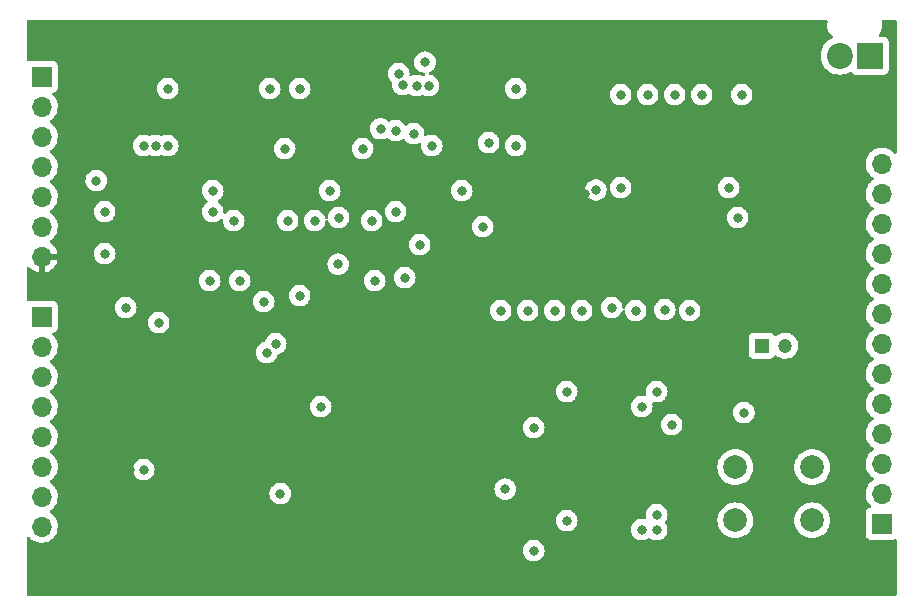
<source format=gbr>
%TF.GenerationSoftware,KiCad,Pcbnew,(6.0.0-0)*%
%TF.CreationDate,2022-08-12T08:36:23-04:00*%
%TF.ProjectId,inst-step-irq-decode,696e7374-2d73-4746-9570-2d6972712d64,rev?*%
%TF.SameCoordinates,Original*%
%TF.FileFunction,Copper,L2,Inr*%
%TF.FilePolarity,Positive*%
%FSLAX46Y46*%
G04 Gerber Fmt 4.6, Leading zero omitted, Abs format (unit mm)*
G04 Created by KiCad (PCBNEW (6.0.0-0)) date 2022-08-12 08:36:23*
%MOMM*%
%LPD*%
G01*
G04 APERTURE LIST*
%TA.AperFunction,ComponentPad*%
%ADD10R,2.200000X2.200000*%
%TD*%
%TA.AperFunction,ComponentPad*%
%ADD11C,2.200000*%
%TD*%
%TA.AperFunction,ComponentPad*%
%ADD12R,1.200000X1.200000*%
%TD*%
%TA.AperFunction,ComponentPad*%
%ADD13C,1.200000*%
%TD*%
%TA.AperFunction,ComponentPad*%
%ADD14C,2.000000*%
%TD*%
%TA.AperFunction,ComponentPad*%
%ADD15R,1.700000X1.700000*%
%TD*%
%TA.AperFunction,ComponentPad*%
%ADD16O,1.700000X1.700000*%
%TD*%
%TA.AperFunction,ViaPad*%
%ADD17C,0.800000*%
%TD*%
G04 APERTURE END LIST*
D10*
%TO.N,GND*%
%TO.C,J4*%
X184912000Y-77216000D03*
D11*
%TO.N,~{RESET}*%
X182372000Y-77216000D03*
%TD*%
D12*
%TO.N,~{RESET}*%
%TO.C,C5*%
X175757401Y-101770000D03*
D13*
%TO.N,Net-(C5-Pad2)*%
X177757401Y-101770000D03*
%TD*%
D14*
%TO.N,~{RESET}*%
%TO.C,SW1*%
X173534000Y-112050242D03*
X180034000Y-112050242D03*
%TO.N,GND*%
X173534000Y-116550242D03*
X180034000Y-116550242D03*
%TD*%
D15*
%TO.N,BUS0*%
%TO.C,J1*%
X114808000Y-99314242D03*
D16*
%TO.N,BUS1*%
X114808000Y-101854242D03*
%TO.N,BUS2*%
X114808000Y-104394242D03*
%TO.N,BUS3*%
X114808000Y-106934242D03*
%TO.N,BUS4*%
X114808000Y-109474242D03*
%TO.N,BUS5*%
X114808000Y-112014242D03*
%TO.N,BUS6*%
X114808000Y-114554242D03*
%TO.N,BUS7*%
X114808000Y-117094242D03*
%TD*%
D15*
%TO.N,STEP0*%
%TO.C,J2*%
X185928000Y-116840000D03*
D16*
%TO.N,STEP1*%
X185928000Y-114300000D03*
%TO.N,STEP2*%
X185928000Y-111760000D03*
%TO.N,STEP3*%
X185928000Y-109220000D03*
%TO.N,STEP4*%
X185928000Y-106680000D03*
%TO.N,INSTRUCTION0*%
X185928000Y-104140000D03*
%TO.N,INSTRUCTION1*%
X185928000Y-101600000D03*
%TO.N,INSTRUCTION2*%
X185928000Y-99060000D03*
%TO.N,INSTRUCTION3*%
X185928000Y-96520000D03*
%TO.N,INSTRUCTION4*%
X185928000Y-93980000D03*
%TO.N,INSTRUCTION5*%
X185928000Y-91440000D03*
%TO.N,INSTRUCTION6*%
X185928000Y-88900000D03*
%TO.N,INSTRUCTION7*%
X185928000Y-86360000D03*
%TD*%
D15*
%TO.N,~{RESET}*%
%TO.C,J3*%
X114808000Y-78994242D03*
D16*
%TO.N,CLOCK*%
X114808000Y-81534242D03*
%TO.N,~{LD_IR}*%
X114808000Y-84074242D03*
%TO.N,~{INT_REQUEST}*%
X114808000Y-86614242D03*
%TO.N,~{RESET_STEP}*%
X114808000Y-89154242D03*
%TO.N,GND*%
X114808000Y-91694242D03*
%TO.N,VCC*%
X114808000Y-94234242D03*
%TD*%
D17*
%TO.N,VCC*%
X135989386Y-95594788D03*
X128397000Y-112268242D03*
X160782000Y-88900000D03*
X122301000Y-112268242D03*
X140208000Y-79248000D03*
X131572000Y-80010000D03*
X139446000Y-105156242D03*
X156464000Y-104648242D03*
X149098000Y-85090000D03*
X155702000Y-117094242D03*
X149098000Y-80010000D03*
X139700000Y-114300242D03*
X120396000Y-80010000D03*
X123190000Y-92964242D03*
X152654000Y-88646000D03*
X152400000Y-80010000D03*
X141478000Y-88646000D03*
X123444000Y-101092000D03*
%TO.N,GND*%
X133604000Y-98044242D03*
X124714000Y-99822000D03*
X129286000Y-88646000D03*
X163830000Y-88392000D03*
X152146000Y-91694242D03*
X150368000Y-88646000D03*
X145034000Y-78740000D03*
X136652000Y-80010000D03*
X174258500Y-107442000D03*
X168148000Y-108458242D03*
X156464000Y-119126242D03*
X156464000Y-108712242D03*
X143002000Y-96266000D03*
X172974000Y-88392242D03*
X145542000Y-96012242D03*
X121920000Y-98552242D03*
X135631580Y-91181822D03*
X166878000Y-117348242D03*
X131064000Y-91186242D03*
X125476000Y-80010000D03*
X139904550Y-94873123D03*
X154940000Y-84836000D03*
X135001000Y-114300242D03*
X154051000Y-113919242D03*
X161730211Y-88583930D03*
X134112000Y-80010000D03*
X139192000Y-88646000D03*
X159258000Y-116586242D03*
X147832299Y-84840299D03*
X159258000Y-105664242D03*
%TO.N,Net-(U1-Pad6)*%
X141986000Y-85090000D03*
X152654000Y-84582000D03*
X139954000Y-90932000D03*
X131572000Y-96266000D03*
%TO.N,STEP4*%
X163830000Y-80518000D03*
X154940000Y-80010000D03*
%TO.N,Net-(U4-Pad6)*%
X136652000Y-97536000D03*
X137922000Y-91186000D03*
%TO.N,STEP3*%
X147557486Y-79750236D03*
X166116000Y-80518000D03*
%TO.N,STEP2*%
X125480299Y-84840299D03*
X146558000Y-79756000D03*
X146304000Y-83820000D03*
X168402000Y-80518000D03*
%TO.N,STEP1*%
X124460000Y-84836000D03*
X170688000Y-80518000D03*
X144780000Y-83566000D03*
%TO.N,STEP0*%
X174068742Y-80518000D03*
X143491779Y-83407989D03*
X123444000Y-84836000D03*
%TO.N,CLOCK*%
X129032000Y-96266000D03*
X165608000Y-106934242D03*
X165608000Y-117348242D03*
X134620000Y-101600242D03*
%TO.N,INSTRUCTION7*%
X153670000Y-98806000D03*
%TO.N,INSTRUCTION6*%
X155956000Y-98806000D03*
%TO.N,INSTRUCTION5*%
X158242000Y-98806000D03*
%TO.N,INSTRUCTION4*%
X160528000Y-98806000D03*
%TO.N,INSTRUCTION3*%
X163068000Y-98552000D03*
%TO.N,INSTRUCTION2*%
X165100000Y-98806000D03*
%TO.N,INSTRUCTION1*%
X167561500Y-98727500D03*
%TO.N,INSTRUCTION0*%
X169672000Y-98806000D03*
%TO.N,~{RESET}*%
X120142000Y-93980000D03*
X173736000Y-90932000D03*
X123444000Y-112268000D03*
%TO.N,~{INT_REQUEST}*%
X119417500Y-87796302D03*
X135382000Y-85090000D03*
%TO.N,~{RESET_STEP}*%
X120142000Y-90424000D03*
X144780000Y-90424000D03*
%TO.N,Net-(U1-Pad4)*%
X133858000Y-102362242D03*
X138430000Y-106934242D03*
%TO.N,~{LD_IR}*%
X129286000Y-90424000D03*
X142748000Y-91186000D03*
%TO.N,Net-(U5-Pad8)*%
X166878000Y-116078242D03*
X166878000Y-105664242D03*
X146812000Y-93218242D03*
%TO.N,Net-(U10-Pad10)*%
X147261151Y-77774249D03*
X145385978Y-79675477D03*
%TD*%
%TA.AperFunction,Conductor*%
%TO.N,VCC*%
G36*
X181318294Y-74188244D02*
G01*
X181364787Y-74241900D01*
X181374891Y-74312174D01*
X181370538Y-74331501D01*
X181330102Y-74462129D01*
X181329458Y-74468254D01*
X181329458Y-74468255D01*
X181327926Y-74482836D01*
X181308404Y-74668575D01*
X181327218Y-74875303D01*
X181328956Y-74881209D01*
X181328957Y-74881213D01*
X181372473Y-75029068D01*
X181385827Y-75074440D01*
X181481999Y-75258400D01*
X181612071Y-75420177D01*
X181616789Y-75424135D01*
X181616791Y-75424138D01*
X181747881Y-75534136D01*
X181787207Y-75593245D01*
X181788333Y-75664233D01*
X181750902Y-75724561D01*
X181715108Y-75747065D01*
X181701411Y-75752739D01*
X181644072Y-75776489D01*
X181644068Y-75776491D01*
X181639498Y-75778384D01*
X181423624Y-75910672D01*
X181231102Y-76075102D01*
X181066672Y-76267624D01*
X180934384Y-76483498D01*
X180837495Y-76717409D01*
X180836340Y-76722221D01*
X180792350Y-76905455D01*
X180778391Y-76963597D01*
X180758526Y-77216000D01*
X180778391Y-77468403D01*
X180837495Y-77714591D01*
X180839388Y-77719162D01*
X180839389Y-77719164D01*
X180913274Y-77897537D01*
X180934384Y-77948502D01*
X181066672Y-78164376D01*
X181231102Y-78356898D01*
X181423624Y-78521328D01*
X181639498Y-78653616D01*
X181644068Y-78655509D01*
X181644072Y-78655511D01*
X181863897Y-78746565D01*
X181873409Y-78750505D01*
X181940513Y-78766615D01*
X182114784Y-78808454D01*
X182114790Y-78808455D01*
X182119597Y-78809609D01*
X182372000Y-78829474D01*
X182624403Y-78809609D01*
X182629210Y-78808455D01*
X182629216Y-78808454D01*
X182803487Y-78766615D01*
X182870591Y-78750505D01*
X182880103Y-78746565D01*
X183099928Y-78655511D01*
X183099932Y-78655509D01*
X183104502Y-78653616D01*
X183229386Y-78577087D01*
X183297920Y-78558549D01*
X183365596Y-78580005D01*
X183396046Y-78608953D01*
X183448739Y-78679261D01*
X183565295Y-78766615D01*
X183701684Y-78817745D01*
X183763866Y-78824500D01*
X186060134Y-78824500D01*
X186122316Y-78817745D01*
X186258705Y-78766615D01*
X186375261Y-78679261D01*
X186462615Y-78562705D01*
X186513745Y-78426316D01*
X186520500Y-78364134D01*
X186520500Y-76067866D01*
X186513745Y-76005684D01*
X186462615Y-75869295D01*
X186375261Y-75752739D01*
X186258705Y-75665385D01*
X186122316Y-75614255D01*
X186060134Y-75607500D01*
X185782978Y-75607500D01*
X185714857Y-75587498D01*
X185668364Y-75533842D01*
X185658260Y-75463568D01*
X185685894Y-75401184D01*
X185789855Y-75275518D01*
X185793783Y-75270770D01*
X185797876Y-75263201D01*
X185889584Y-75093590D01*
X185889586Y-75093585D01*
X185892514Y-75088170D01*
X185953898Y-74889871D01*
X185955429Y-74875303D01*
X185974952Y-74689554D01*
X185974952Y-74689552D01*
X185975596Y-74683425D01*
X185956782Y-74476697D01*
X185954298Y-74468255D01*
X185913553Y-74329817D01*
X185913508Y-74258820D01*
X185951854Y-74199070D01*
X186016416Y-74169536D01*
X186034427Y-74168242D01*
X187072000Y-74168242D01*
X187140121Y-74188244D01*
X187186614Y-74241900D01*
X187198000Y-74294242D01*
X187198000Y-85411378D01*
X187177998Y-85479499D01*
X187124342Y-85525992D01*
X187054068Y-85536096D01*
X186989488Y-85506602D01*
X186978806Y-85496177D01*
X186861151Y-85366876D01*
X186861148Y-85366873D01*
X186857670Y-85363051D01*
X186853619Y-85359852D01*
X186853615Y-85359848D01*
X186686414Y-85227800D01*
X186686410Y-85227798D01*
X186682359Y-85224598D01*
X186669643Y-85217578D01*
X186615281Y-85187569D01*
X186486789Y-85116638D01*
X186481920Y-85114914D01*
X186481916Y-85114912D01*
X186281087Y-85043795D01*
X186281083Y-85043794D01*
X186276212Y-85042069D01*
X186271119Y-85041162D01*
X186271116Y-85041161D01*
X186061373Y-85003800D01*
X186061367Y-85003799D01*
X186056284Y-85002894D01*
X185982452Y-85001992D01*
X185838081Y-85000228D01*
X185838079Y-85000228D01*
X185832911Y-85000165D01*
X185612091Y-85033955D01*
X185399756Y-85103357D01*
X185370834Y-85118413D01*
X185231638Y-85190874D01*
X185201607Y-85206507D01*
X185197474Y-85209610D01*
X185197471Y-85209612D01*
X185028921Y-85336163D01*
X185022965Y-85340635D01*
X184989358Y-85375803D01*
X184879751Y-85490500D01*
X184868629Y-85502138D01*
X184865715Y-85506410D01*
X184865714Y-85506411D01*
X184857298Y-85518749D01*
X184742743Y-85686680D01*
X184706873Y-85763955D01*
X184654290Y-85877237D01*
X184648688Y-85889305D01*
X184588989Y-86104570D01*
X184565251Y-86326695D01*
X184578110Y-86549715D01*
X184579247Y-86554761D01*
X184579248Y-86554767D01*
X184591896Y-86610888D01*
X184627222Y-86767639D01*
X184711266Y-86974616D01*
X184713965Y-86979020D01*
X184794903Y-87111099D01*
X184827987Y-87165088D01*
X184974250Y-87333938D01*
X185146126Y-87476632D01*
X185182233Y-87497731D01*
X185219445Y-87519476D01*
X185268169Y-87571114D01*
X185281240Y-87640897D01*
X185254509Y-87706669D01*
X185214055Y-87740027D01*
X185201607Y-87746507D01*
X185197474Y-87749610D01*
X185197471Y-87749612D01*
X185049417Y-87860774D01*
X185022965Y-87880635D01*
X184994927Y-87909975D01*
X184916057Y-87992508D01*
X184868629Y-88042138D01*
X184742743Y-88226680D01*
X184700029Y-88318699D01*
X184662029Y-88400565D01*
X184648688Y-88429305D01*
X184588989Y-88644570D01*
X184565251Y-88866695D01*
X184565548Y-88871848D01*
X184565548Y-88871851D01*
X184573587Y-89011271D01*
X184578110Y-89089715D01*
X184579247Y-89094761D01*
X184579248Y-89094767D01*
X184599214Y-89183360D01*
X184627222Y-89307639D01*
X184711266Y-89514616D01*
X184713965Y-89519020D01*
X184794903Y-89651099D01*
X184827987Y-89705088D01*
X184974250Y-89873938D01*
X185146126Y-90016632D01*
X185207411Y-90052444D01*
X185219445Y-90059476D01*
X185268169Y-90111114D01*
X185281240Y-90180897D01*
X185254509Y-90246669D01*
X185214055Y-90280027D01*
X185201607Y-90286507D01*
X185197474Y-90289610D01*
X185197471Y-90289612D01*
X185051773Y-90399005D01*
X185022965Y-90420635D01*
X184868629Y-90582138D01*
X184865715Y-90586410D01*
X184865714Y-90586411D01*
X184821930Y-90650596D01*
X184742743Y-90766680D01*
X184700029Y-90858699D01*
X184669052Y-90925435D01*
X184648688Y-90969305D01*
X184588989Y-91184570D01*
X184565251Y-91406695D01*
X184565548Y-91411848D01*
X184565548Y-91411851D01*
X184574279Y-91563279D01*
X184578110Y-91629715D01*
X184579247Y-91634761D01*
X184579248Y-91634767D01*
X184599175Y-91723186D01*
X184627222Y-91847639D01*
X184639391Y-91877607D01*
X184708552Y-92047931D01*
X184711266Y-92054616D01*
X184735707Y-92094500D01*
X184794903Y-92191099D01*
X184827987Y-92245088D01*
X184974250Y-92413938D01*
X185146126Y-92556632D01*
X185182233Y-92577731D01*
X185219445Y-92599476D01*
X185268169Y-92651114D01*
X185281240Y-92720897D01*
X185254509Y-92786669D01*
X185214055Y-92820027D01*
X185201607Y-92826507D01*
X185197474Y-92829610D01*
X185197471Y-92829612D01*
X185027100Y-92957530D01*
X185022965Y-92960635D01*
X184982220Y-93003272D01*
X184939660Y-93047809D01*
X184868629Y-93122138D01*
X184742743Y-93306680D01*
X184648688Y-93509305D01*
X184588989Y-93724570D01*
X184565251Y-93946695D01*
X184565548Y-93951848D01*
X184565548Y-93951851D01*
X184573343Y-94087036D01*
X184578110Y-94169715D01*
X184579247Y-94174761D01*
X184579248Y-94174767D01*
X184603304Y-94281508D01*
X184627222Y-94387639D01*
X184711266Y-94594616D01*
X184713965Y-94599020D01*
X184821072Y-94773803D01*
X184827987Y-94785088D01*
X184974250Y-94953938D01*
X185146126Y-95096632D01*
X185216595Y-95137811D01*
X185219445Y-95139476D01*
X185268169Y-95191114D01*
X185281240Y-95260897D01*
X185254509Y-95326669D01*
X185214055Y-95360027D01*
X185201607Y-95366507D01*
X185197474Y-95369610D01*
X185197471Y-95369612D01*
X185049095Y-95481016D01*
X185022965Y-95500635D01*
X184868629Y-95662138D01*
X184865715Y-95666410D01*
X184865714Y-95666411D01*
X184788058Y-95780251D01*
X184742743Y-95846680D01*
X184695715Y-95947993D01*
X184662845Y-96018807D01*
X184648688Y-96049305D01*
X184588989Y-96264570D01*
X184565251Y-96486695D01*
X184565548Y-96491848D01*
X184565548Y-96491851D01*
X184573449Y-96628872D01*
X184578110Y-96709715D01*
X184579247Y-96714761D01*
X184579248Y-96714767D01*
X184585430Y-96742197D01*
X184627222Y-96927639D01*
X184711266Y-97134616D01*
X184713965Y-97139020D01*
X184783888Y-97253124D01*
X184827987Y-97325088D01*
X184974250Y-97493938D01*
X185146126Y-97636632D01*
X185198032Y-97666963D01*
X185219445Y-97679476D01*
X185268169Y-97731114D01*
X185281240Y-97800897D01*
X185254509Y-97866669D01*
X185214055Y-97900027D01*
X185201607Y-97906507D01*
X185197474Y-97909610D01*
X185197471Y-97909612D01*
X185027100Y-98037530D01*
X185022965Y-98040635D01*
X184997554Y-98067226D01*
X184892950Y-98176688D01*
X184868629Y-98202138D01*
X184865715Y-98206410D01*
X184865714Y-98206411D01*
X184857298Y-98218749D01*
X184742743Y-98386680D01*
X184716541Y-98443128D01*
X184652457Y-98581186D01*
X184648688Y-98589305D01*
X184588989Y-98804570D01*
X184565251Y-99026695D01*
X184578110Y-99249715D01*
X184579247Y-99254761D01*
X184579248Y-99254767D01*
X184599214Y-99343360D01*
X184627222Y-99467639D01*
X184711266Y-99674616D01*
X184827987Y-99865088D01*
X184974250Y-100033938D01*
X185146126Y-100176632D01*
X185164333Y-100187271D01*
X185219445Y-100219476D01*
X185268169Y-100271114D01*
X185281240Y-100340897D01*
X185254509Y-100406669D01*
X185214055Y-100440027D01*
X185201607Y-100446507D01*
X185197474Y-100449610D01*
X185197471Y-100449612D01*
X185103293Y-100520323D01*
X185022965Y-100580635D01*
X184990262Y-100614857D01*
X184878845Y-100731448D01*
X184868629Y-100742138D01*
X184865715Y-100746410D01*
X184865714Y-100746411D01*
X184842004Y-100781169D01*
X184742743Y-100926680D01*
X184706996Y-101003690D01*
X184681606Y-101058390D01*
X184648688Y-101129305D01*
X184588989Y-101344570D01*
X184565251Y-101566695D01*
X184565548Y-101571848D01*
X184565548Y-101571851D01*
X184567185Y-101600242D01*
X184578110Y-101789715D01*
X184579247Y-101794761D01*
X184579248Y-101794767D01*
X184587625Y-101831937D01*
X184627222Y-102007639D01*
X184711266Y-102214616D01*
X184713965Y-102219020D01*
X184825207Y-102400551D01*
X184827987Y-102405088D01*
X184974250Y-102573938D01*
X185146126Y-102716632D01*
X185204293Y-102750622D01*
X185219445Y-102759476D01*
X185268169Y-102811114D01*
X185281240Y-102880897D01*
X185254509Y-102946669D01*
X185214055Y-102980027D01*
X185201607Y-102986507D01*
X185197474Y-102989610D01*
X185197471Y-102989612D01*
X185028921Y-103116163D01*
X185022965Y-103120635D01*
X184868629Y-103282138D01*
X184742743Y-103466680D01*
X184648688Y-103669305D01*
X184588989Y-103884570D01*
X184565251Y-104106695D01*
X184578110Y-104329715D01*
X184579247Y-104334761D01*
X184579248Y-104334767D01*
X184591896Y-104390888D01*
X184627222Y-104547639D01*
X184711266Y-104754616D01*
X184713965Y-104759020D01*
X184794903Y-104891099D01*
X184827987Y-104945088D01*
X184974250Y-105113938D01*
X185146126Y-105256632D01*
X185182233Y-105277731D01*
X185219445Y-105299476D01*
X185268169Y-105351114D01*
X185281240Y-105420897D01*
X185254509Y-105486669D01*
X185214055Y-105520027D01*
X185201607Y-105526507D01*
X185197474Y-105529610D01*
X185197471Y-105529612D01*
X185028921Y-105656163D01*
X185022965Y-105660635D01*
X184868629Y-105822138D01*
X184742743Y-106006680D01*
X184700029Y-106098699D01*
X184652457Y-106201186D01*
X184648688Y-106209305D01*
X184588989Y-106424570D01*
X184565251Y-106646695D01*
X184565548Y-106651848D01*
X184565548Y-106651851D01*
X184571258Y-106750877D01*
X184578110Y-106869715D01*
X184579247Y-106874761D01*
X184579248Y-106874767D01*
X184603304Y-106981508D01*
X184627222Y-107087639D01*
X184711266Y-107294616D01*
X184762942Y-107378944D01*
X184794903Y-107431099D01*
X184827987Y-107485088D01*
X184974250Y-107653938D01*
X185146126Y-107796632D01*
X185175088Y-107813556D01*
X185219445Y-107839476D01*
X185268169Y-107891114D01*
X185281240Y-107960897D01*
X185254509Y-108026669D01*
X185214055Y-108060027D01*
X185201607Y-108066507D01*
X185197474Y-108069610D01*
X185197471Y-108069612D01*
X185049095Y-108181016D01*
X185022965Y-108200635D01*
X184989358Y-108235803D01*
X184879751Y-108350500D01*
X184868629Y-108362138D01*
X184742743Y-108546680D01*
X184700029Y-108638699D01*
X184662845Y-108718807D01*
X184648688Y-108749305D01*
X184588989Y-108964570D01*
X184565251Y-109186695D01*
X184578110Y-109409715D01*
X184579247Y-109414761D01*
X184579248Y-109414767D01*
X184591896Y-109470888D01*
X184627222Y-109627639D01*
X184711266Y-109834616D01*
X184713965Y-109839020D01*
X184794903Y-109971099D01*
X184827987Y-110025088D01*
X184974250Y-110193938D01*
X185146126Y-110336632D01*
X185182233Y-110357731D01*
X185219445Y-110379476D01*
X185268169Y-110431114D01*
X185281240Y-110500897D01*
X185254509Y-110566669D01*
X185214055Y-110600027D01*
X185201607Y-110606507D01*
X185197474Y-110609610D01*
X185197471Y-110609612D01*
X185070975Y-110704588D01*
X185022965Y-110740635D01*
X184868629Y-110902138D01*
X184742743Y-111086680D01*
X184648688Y-111289305D01*
X184588989Y-111504570D01*
X184565251Y-111726695D01*
X184578110Y-111949715D01*
X184579247Y-111954761D01*
X184579248Y-111954767D01*
X184591896Y-112010888D01*
X184627222Y-112167639D01*
X184711266Y-112374616D01*
X184713965Y-112379020D01*
X184794903Y-112511099D01*
X184827987Y-112565088D01*
X184974250Y-112733938D01*
X185146126Y-112876632D01*
X185182233Y-112897731D01*
X185219445Y-112919476D01*
X185268169Y-112971114D01*
X185281240Y-113040897D01*
X185254509Y-113106669D01*
X185214055Y-113140027D01*
X185201607Y-113146507D01*
X185197474Y-113149610D01*
X185197471Y-113149612D01*
X185031245Y-113274418D01*
X185022965Y-113280635D01*
X184994062Y-113310880D01*
X184878845Y-113431448D01*
X184868629Y-113442138D01*
X184742743Y-113626680D01*
X184700029Y-113718699D01*
X184681606Y-113758390D01*
X184648688Y-113829305D01*
X184588989Y-114044570D01*
X184565251Y-114266695D01*
X184565548Y-114271848D01*
X184565548Y-114271851D01*
X184567185Y-114300242D01*
X184578110Y-114489715D01*
X184579247Y-114494761D01*
X184579248Y-114494767D01*
X184579627Y-114496448D01*
X184627222Y-114707639D01*
X184711266Y-114914616D01*
X184713965Y-114919020D01*
X184797489Y-115055319D01*
X184827987Y-115105088D01*
X184974250Y-115273938D01*
X184978230Y-115277242D01*
X184982981Y-115281187D01*
X185022616Y-115340090D01*
X185024113Y-115411071D01*
X184986997Y-115471593D01*
X184946725Y-115496112D01*
X184861184Y-115528180D01*
X184831295Y-115539385D01*
X184714739Y-115626739D01*
X184627385Y-115743295D01*
X184576255Y-115879684D01*
X184569500Y-115941866D01*
X184569500Y-117738134D01*
X184576255Y-117800316D01*
X184627385Y-117936705D01*
X184714739Y-118053261D01*
X184831295Y-118140615D01*
X184967684Y-118191745D01*
X185029866Y-118198500D01*
X186826134Y-118198500D01*
X186888316Y-118191745D01*
X187024705Y-118140615D01*
X187025708Y-118143289D01*
X187080850Y-118131230D01*
X187147398Y-118155968D01*
X187190007Y-118212757D01*
X187198000Y-118256919D01*
X187198000Y-122810000D01*
X187177998Y-122878121D01*
X187124342Y-122924614D01*
X187072000Y-122936000D01*
X113664000Y-122936000D01*
X113595879Y-122915998D01*
X113549386Y-122862342D01*
X113538000Y-122810000D01*
X113538000Y-119126242D01*
X155550496Y-119126242D01*
X155570458Y-119316170D01*
X155629473Y-119497798D01*
X155724960Y-119663186D01*
X155852747Y-119805108D01*
X156007248Y-119917360D01*
X156013276Y-119920044D01*
X156013278Y-119920045D01*
X156175681Y-119992351D01*
X156181712Y-119995036D01*
X156275113Y-120014889D01*
X156362056Y-120033370D01*
X156362061Y-120033370D01*
X156368513Y-120034742D01*
X156559487Y-120034742D01*
X156565939Y-120033370D01*
X156565944Y-120033370D01*
X156652887Y-120014889D01*
X156746288Y-119995036D01*
X156752319Y-119992351D01*
X156914722Y-119920045D01*
X156914724Y-119920044D01*
X156920752Y-119917360D01*
X157075253Y-119805108D01*
X157203040Y-119663186D01*
X157298527Y-119497798D01*
X157357542Y-119316170D01*
X157377504Y-119126242D01*
X157357542Y-118936314D01*
X157298527Y-118754686D01*
X157203040Y-118589298D01*
X157082844Y-118455806D01*
X157079675Y-118452287D01*
X157079674Y-118452286D01*
X157075253Y-118447376D01*
X156961739Y-118364903D01*
X156926094Y-118339005D01*
X156926093Y-118339004D01*
X156920752Y-118335124D01*
X156914724Y-118332440D01*
X156914722Y-118332439D01*
X156752319Y-118260133D01*
X156752318Y-118260133D01*
X156746288Y-118257448D01*
X156652887Y-118237595D01*
X156565944Y-118219114D01*
X156565939Y-118219114D01*
X156559487Y-118217742D01*
X156368513Y-118217742D01*
X156362061Y-118219114D01*
X156362056Y-118219114D01*
X156275113Y-118237595D01*
X156181712Y-118257448D01*
X156175682Y-118260133D01*
X156175681Y-118260133D01*
X156013278Y-118332439D01*
X156013276Y-118332440D01*
X156007248Y-118335124D01*
X156001907Y-118339004D01*
X156001906Y-118339005D01*
X155966261Y-118364903D01*
X155852747Y-118447376D01*
X155848326Y-118452286D01*
X155848325Y-118452287D01*
X155845157Y-118455806D01*
X155724960Y-118589298D01*
X155629473Y-118754686D01*
X155570458Y-118936314D01*
X155550496Y-119126242D01*
X113538000Y-119126242D01*
X113538000Y-118040992D01*
X113558002Y-117972871D01*
X113611658Y-117926378D01*
X113681932Y-117916274D01*
X113746512Y-117945768D01*
X113759234Y-117958491D01*
X113786963Y-117990502D01*
X113850866Y-118064274D01*
X113850869Y-118064277D01*
X113854250Y-118068180D01*
X114026126Y-118210874D01*
X114219000Y-118323580D01*
X114223825Y-118325422D01*
X114223826Y-118325423D01*
X114259394Y-118339005D01*
X114427692Y-118403272D01*
X114432760Y-118404303D01*
X114432763Y-118404304D01*
X114540017Y-118426125D01*
X114646597Y-118447809D01*
X114651772Y-118447999D01*
X114651774Y-118447999D01*
X114864673Y-118455806D01*
X114864677Y-118455806D01*
X114869837Y-118455995D01*
X114874957Y-118455339D01*
X114874959Y-118455339D01*
X115086288Y-118428267D01*
X115086289Y-118428267D01*
X115091416Y-118427610D01*
X115096366Y-118426125D01*
X115300429Y-118364903D01*
X115300434Y-118364901D01*
X115305384Y-118363416D01*
X115505994Y-118265138D01*
X115687860Y-118135415D01*
X115846096Y-117977731D01*
X115859919Y-117958495D01*
X115973435Y-117800519D01*
X115976453Y-117796319D01*
X115986001Y-117777001D01*
X116073136Y-117600695D01*
X116073137Y-117600693D01*
X116075430Y-117596053D01*
X116140370Y-117382311D01*
X116169529Y-117160832D01*
X116171156Y-117094242D01*
X116152852Y-116871603D01*
X116098431Y-116654944D01*
X116068558Y-116586242D01*
X158344496Y-116586242D01*
X158345186Y-116592807D01*
X158352826Y-116665493D01*
X158364458Y-116776170D01*
X158423473Y-116957798D01*
X158518960Y-117123186D01*
X158523378Y-117128093D01*
X158523379Y-117128094D01*
X158621623Y-117237205D01*
X158646747Y-117265108D01*
X158745843Y-117337106D01*
X158770207Y-117354807D01*
X158801248Y-117377360D01*
X158807276Y-117380044D01*
X158807278Y-117380045D01*
X158931707Y-117435444D01*
X158975712Y-117455036D01*
X159069112Y-117474889D01*
X159156056Y-117493370D01*
X159156061Y-117493370D01*
X159162513Y-117494742D01*
X159353487Y-117494742D01*
X159359939Y-117493370D01*
X159359944Y-117493370D01*
X159446888Y-117474889D01*
X159540288Y-117455036D01*
X159584293Y-117435444D01*
X159708722Y-117380045D01*
X159708724Y-117380044D01*
X159714752Y-117377360D01*
X159745794Y-117354807D01*
X159754830Y-117348242D01*
X164694496Y-117348242D01*
X164695186Y-117354807D01*
X164709894Y-117494742D01*
X164714458Y-117538170D01*
X164773473Y-117719798D01*
X164776776Y-117725520D01*
X164776777Y-117725521D01*
X164803154Y-117771207D01*
X164868960Y-117885186D01*
X164873378Y-117890093D01*
X164873379Y-117890094D01*
X164962747Y-117989347D01*
X164996747Y-118027108D01*
X165095843Y-118099106D01*
X165140803Y-118131771D01*
X165151248Y-118139360D01*
X165157276Y-118142044D01*
X165157278Y-118142045D01*
X165316101Y-118212757D01*
X165325712Y-118217036D01*
X165419112Y-118236889D01*
X165506056Y-118255370D01*
X165506061Y-118255370D01*
X165512513Y-118256742D01*
X165703487Y-118256742D01*
X165709939Y-118255370D01*
X165709944Y-118255370D01*
X165796888Y-118236889D01*
X165890288Y-118217036D01*
X165899899Y-118212757D01*
X166058722Y-118142045D01*
X166058724Y-118142044D01*
X166064752Y-118139360D01*
X166075198Y-118131771D01*
X166103227Y-118111406D01*
X166168940Y-118063663D01*
X166235806Y-118039805D01*
X166304958Y-118055885D01*
X166317056Y-118063660D01*
X166382773Y-118111406D01*
X166410803Y-118131771D01*
X166421248Y-118139360D01*
X166427276Y-118142044D01*
X166427278Y-118142045D01*
X166586101Y-118212757D01*
X166595712Y-118217036D01*
X166689112Y-118236889D01*
X166776056Y-118255370D01*
X166776061Y-118255370D01*
X166782513Y-118256742D01*
X166973487Y-118256742D01*
X166979939Y-118255370D01*
X166979944Y-118255370D01*
X167066888Y-118236889D01*
X167160288Y-118217036D01*
X167169899Y-118212757D01*
X167328722Y-118142045D01*
X167328724Y-118142044D01*
X167334752Y-118139360D01*
X167345198Y-118131771D01*
X167390157Y-118099106D01*
X167489253Y-118027108D01*
X167523253Y-117989347D01*
X167612621Y-117890094D01*
X167612622Y-117890093D01*
X167617040Y-117885186D01*
X167682846Y-117771207D01*
X167709223Y-117725521D01*
X167709224Y-117725520D01*
X167712527Y-117719798D01*
X167771542Y-117538170D01*
X167776107Y-117494742D01*
X167790814Y-117354807D01*
X167791504Y-117348242D01*
X167790814Y-117341677D01*
X167772232Y-117164877D01*
X167772232Y-117164875D01*
X167771542Y-117158314D01*
X167712527Y-116976686D01*
X167617040Y-116811298D01*
X167604662Y-116797551D01*
X167573946Y-116733545D01*
X167582710Y-116663092D01*
X167604661Y-116628935D01*
X167617040Y-116615186D01*
X167654536Y-116550242D01*
X172020835Y-116550242D01*
X172039465Y-116786953D01*
X172040619Y-116791760D01*
X172040620Y-116791766D01*
X172075640Y-116937633D01*
X172094895Y-117017836D01*
X172096788Y-117022407D01*
X172096789Y-117022409D01*
X172136164Y-117117468D01*
X172185760Y-117237205D01*
X172188346Y-117241425D01*
X172307241Y-117435444D01*
X172307245Y-117435450D01*
X172309824Y-117439658D01*
X172464031Y-117620211D01*
X172644584Y-117774418D01*
X172648792Y-117776997D01*
X172648798Y-117777001D01*
X172698919Y-117807715D01*
X172847037Y-117898482D01*
X172851607Y-117900375D01*
X172851611Y-117900377D01*
X173038362Y-117977731D01*
X173066406Y-117989347D01*
X173146609Y-118008602D01*
X173292476Y-118043622D01*
X173292482Y-118043623D01*
X173297289Y-118044777D01*
X173534000Y-118063407D01*
X173770711Y-118044777D01*
X173775518Y-118043623D01*
X173775524Y-118043622D01*
X173921391Y-118008602D01*
X174001594Y-117989347D01*
X174029638Y-117977731D01*
X174216389Y-117900377D01*
X174216393Y-117900375D01*
X174220963Y-117898482D01*
X174369081Y-117807715D01*
X174419202Y-117777001D01*
X174419208Y-117776997D01*
X174423416Y-117774418D01*
X174603969Y-117620211D01*
X174758176Y-117439658D01*
X174760755Y-117435450D01*
X174760759Y-117435444D01*
X174879654Y-117241425D01*
X174882240Y-117237205D01*
X174931837Y-117117468D01*
X174971211Y-117022409D01*
X174971212Y-117022407D01*
X174973105Y-117017836D01*
X174992360Y-116937633D01*
X175027380Y-116791766D01*
X175027381Y-116791760D01*
X175028535Y-116786953D01*
X175047165Y-116550242D01*
X178520835Y-116550242D01*
X178539465Y-116786953D01*
X178540619Y-116791760D01*
X178540620Y-116791766D01*
X178575640Y-116937633D01*
X178594895Y-117017836D01*
X178596788Y-117022407D01*
X178596789Y-117022409D01*
X178636164Y-117117468D01*
X178685760Y-117237205D01*
X178688346Y-117241425D01*
X178807241Y-117435444D01*
X178807245Y-117435450D01*
X178809824Y-117439658D01*
X178964031Y-117620211D01*
X179144584Y-117774418D01*
X179148792Y-117776997D01*
X179148798Y-117777001D01*
X179198919Y-117807715D01*
X179347037Y-117898482D01*
X179351607Y-117900375D01*
X179351611Y-117900377D01*
X179538362Y-117977731D01*
X179566406Y-117989347D01*
X179646609Y-118008602D01*
X179792476Y-118043622D01*
X179792482Y-118043623D01*
X179797289Y-118044777D01*
X180034000Y-118063407D01*
X180270711Y-118044777D01*
X180275518Y-118043623D01*
X180275524Y-118043622D01*
X180421391Y-118008602D01*
X180501594Y-117989347D01*
X180529638Y-117977731D01*
X180716389Y-117900377D01*
X180716393Y-117900375D01*
X180720963Y-117898482D01*
X180869081Y-117807715D01*
X180919202Y-117777001D01*
X180919208Y-117776997D01*
X180923416Y-117774418D01*
X181103969Y-117620211D01*
X181258176Y-117439658D01*
X181260755Y-117435450D01*
X181260759Y-117435444D01*
X181379654Y-117241425D01*
X181382240Y-117237205D01*
X181431837Y-117117468D01*
X181471211Y-117022409D01*
X181471212Y-117022407D01*
X181473105Y-117017836D01*
X181492360Y-116937633D01*
X181527380Y-116791766D01*
X181527381Y-116791760D01*
X181528535Y-116786953D01*
X181547165Y-116550242D01*
X181528535Y-116313531D01*
X181516070Y-116261607D01*
X181490332Y-116154402D01*
X181473105Y-116082648D01*
X181423149Y-115962042D01*
X181384135Y-115867853D01*
X181384133Y-115867849D01*
X181382240Y-115863279D01*
X181357812Y-115823416D01*
X181260759Y-115665040D01*
X181260755Y-115665034D01*
X181258176Y-115660826D01*
X181103969Y-115480273D01*
X180923416Y-115326066D01*
X180919208Y-115323487D01*
X180919202Y-115323483D01*
X180725183Y-115204588D01*
X180720963Y-115202002D01*
X180716393Y-115200109D01*
X180716389Y-115200107D01*
X180506167Y-115113031D01*
X180506165Y-115113030D01*
X180501594Y-115111137D01*
X180403051Y-115087479D01*
X180275524Y-115056862D01*
X180275518Y-115056861D01*
X180270711Y-115055707D01*
X180034000Y-115037077D01*
X179797289Y-115055707D01*
X179792482Y-115056861D01*
X179792476Y-115056862D01*
X179664949Y-115087479D01*
X179566406Y-115111137D01*
X179561835Y-115113030D01*
X179561833Y-115113031D01*
X179351611Y-115200107D01*
X179351607Y-115200109D01*
X179347037Y-115202002D01*
X179342817Y-115204588D01*
X179148798Y-115323483D01*
X179148792Y-115323487D01*
X179144584Y-115326066D01*
X178964031Y-115480273D01*
X178809824Y-115660826D01*
X178807245Y-115665034D01*
X178807241Y-115665040D01*
X178710188Y-115823416D01*
X178685760Y-115863279D01*
X178683867Y-115867849D01*
X178683865Y-115867853D01*
X178644851Y-115962042D01*
X178594895Y-116082648D01*
X178577668Y-116154402D01*
X178551931Y-116261607D01*
X178539465Y-116313531D01*
X178520835Y-116550242D01*
X175047165Y-116550242D01*
X175028535Y-116313531D01*
X175016070Y-116261607D01*
X174990332Y-116154402D01*
X174973105Y-116082648D01*
X174923149Y-115962042D01*
X174884135Y-115867853D01*
X174884133Y-115867849D01*
X174882240Y-115863279D01*
X174857812Y-115823416D01*
X174760759Y-115665040D01*
X174760755Y-115665034D01*
X174758176Y-115660826D01*
X174603969Y-115480273D01*
X174423416Y-115326066D01*
X174419208Y-115323487D01*
X174419202Y-115323483D01*
X174225183Y-115204588D01*
X174220963Y-115202002D01*
X174216393Y-115200109D01*
X174216389Y-115200107D01*
X174006167Y-115113031D01*
X174006165Y-115113030D01*
X174001594Y-115111137D01*
X173903051Y-115087479D01*
X173775524Y-115056862D01*
X173775518Y-115056861D01*
X173770711Y-115055707D01*
X173534000Y-115037077D01*
X173297289Y-115055707D01*
X173292482Y-115056861D01*
X173292476Y-115056862D01*
X173164949Y-115087479D01*
X173066406Y-115111137D01*
X173061835Y-115113030D01*
X173061833Y-115113031D01*
X172851611Y-115200107D01*
X172851607Y-115200109D01*
X172847037Y-115202002D01*
X172842817Y-115204588D01*
X172648798Y-115323483D01*
X172648792Y-115323487D01*
X172644584Y-115326066D01*
X172464031Y-115480273D01*
X172309824Y-115660826D01*
X172307245Y-115665034D01*
X172307241Y-115665040D01*
X172210188Y-115823416D01*
X172185760Y-115863279D01*
X172183867Y-115867849D01*
X172183865Y-115867853D01*
X172144851Y-115962042D01*
X172094895Y-116082648D01*
X172077668Y-116154402D01*
X172051931Y-116261607D01*
X172039465Y-116313531D01*
X172020835Y-116550242D01*
X167654536Y-116550242D01*
X167712527Y-116449798D01*
X167771542Y-116268170D01*
X167772538Y-116258699D01*
X167790814Y-116084807D01*
X167791504Y-116078242D01*
X167779291Y-115962042D01*
X167772232Y-115894877D01*
X167772232Y-115894875D01*
X167771542Y-115888314D01*
X167712527Y-115706686D01*
X167617040Y-115541298D01*
X167612480Y-115536233D01*
X167493675Y-115404287D01*
X167493674Y-115404286D01*
X167489253Y-115399376D01*
X167334752Y-115287124D01*
X167328724Y-115284440D01*
X167328722Y-115284439D01*
X167166319Y-115212133D01*
X167166318Y-115212133D01*
X167160288Y-115209448D01*
X167055324Y-115187137D01*
X166979944Y-115171114D01*
X166979939Y-115171114D01*
X166973487Y-115169742D01*
X166782513Y-115169742D01*
X166776061Y-115171114D01*
X166776056Y-115171114D01*
X166700676Y-115187137D01*
X166595712Y-115209448D01*
X166589682Y-115212133D01*
X166589681Y-115212133D01*
X166427278Y-115284439D01*
X166427276Y-115284440D01*
X166421248Y-115287124D01*
X166266747Y-115399376D01*
X166262326Y-115404286D01*
X166262325Y-115404287D01*
X166143521Y-115536233D01*
X166138960Y-115541298D01*
X166043473Y-115706686D01*
X165984458Y-115888314D01*
X165983768Y-115894875D01*
X165983768Y-115894877D01*
X165976709Y-115962042D01*
X165964496Y-116078242D01*
X165965186Y-116084807D01*
X165983463Y-116258699D01*
X165984458Y-116268170D01*
X165986498Y-116274448D01*
X165997746Y-116309066D01*
X165999774Y-116380033D01*
X165963111Y-116440831D01*
X165899399Y-116472157D01*
X165851716Y-116471249D01*
X165709944Y-116441114D01*
X165709939Y-116441114D01*
X165703487Y-116439742D01*
X165512513Y-116439742D01*
X165506061Y-116441114D01*
X165506056Y-116441114D01*
X165438279Y-116455521D01*
X165325712Y-116479448D01*
X165319682Y-116482133D01*
X165319681Y-116482133D01*
X165157278Y-116554439D01*
X165157276Y-116554440D01*
X165151248Y-116557124D01*
X165145907Y-116561004D01*
X165145906Y-116561005D01*
X165111171Y-116586242D01*
X164996747Y-116669376D01*
X164992326Y-116674286D01*
X164992325Y-116674287D01*
X164894937Y-116782448D01*
X164868960Y-116811298D01*
X164773473Y-116976686D01*
X164714458Y-117158314D01*
X164713768Y-117164875D01*
X164713768Y-117164877D01*
X164695186Y-117341677D01*
X164694496Y-117348242D01*
X159754830Y-117348242D01*
X159770157Y-117337106D01*
X159869253Y-117265108D01*
X159894377Y-117237205D01*
X159992621Y-117128094D01*
X159992622Y-117128093D01*
X159997040Y-117123186D01*
X160092527Y-116957798D01*
X160151542Y-116776170D01*
X160163175Y-116665493D01*
X160170814Y-116592807D01*
X160171504Y-116586242D01*
X160160280Y-116479448D01*
X160152232Y-116402877D01*
X160152232Y-116402875D01*
X160151542Y-116396314D01*
X160092527Y-116214686D01*
X159997040Y-116049298D01*
X159918475Y-115962042D01*
X159873675Y-115912287D01*
X159873674Y-115912286D01*
X159869253Y-115907376D01*
X159757303Y-115826039D01*
X159720094Y-115799005D01*
X159720093Y-115799004D01*
X159714752Y-115795124D01*
X159708724Y-115792440D01*
X159708722Y-115792439D01*
X159546319Y-115720133D01*
X159546318Y-115720133D01*
X159540288Y-115717448D01*
X159446887Y-115697595D01*
X159359944Y-115679114D01*
X159359939Y-115679114D01*
X159353487Y-115677742D01*
X159162513Y-115677742D01*
X159156061Y-115679114D01*
X159156056Y-115679114D01*
X159069113Y-115697595D01*
X158975712Y-115717448D01*
X158969682Y-115720133D01*
X158969681Y-115720133D01*
X158807278Y-115792439D01*
X158807276Y-115792440D01*
X158801248Y-115795124D01*
X158795907Y-115799004D01*
X158795906Y-115799005D01*
X158758697Y-115826039D01*
X158646747Y-115907376D01*
X158642326Y-115912286D01*
X158642325Y-115912287D01*
X158597526Y-115962042D01*
X158518960Y-116049298D01*
X158423473Y-116214686D01*
X158364458Y-116396314D01*
X158363768Y-116402875D01*
X158363768Y-116402877D01*
X158355720Y-116479448D01*
X158344496Y-116586242D01*
X116068558Y-116586242D01*
X116009354Y-116450082D01*
X115918127Y-116309066D01*
X115890822Y-116266859D01*
X115890820Y-116266856D01*
X115888014Y-116262519D01*
X115737670Y-116097293D01*
X115733619Y-116094094D01*
X115733615Y-116094090D01*
X115566414Y-115962042D01*
X115566410Y-115962040D01*
X115562359Y-115958840D01*
X115521053Y-115936038D01*
X115471084Y-115885606D01*
X115456312Y-115816163D01*
X115481428Y-115749758D01*
X115508780Y-115723151D01*
X115572441Y-115677742D01*
X115687860Y-115595415D01*
X115736429Y-115547016D01*
X115842435Y-115441379D01*
X115846096Y-115437731D01*
X115859919Y-115418495D01*
X115973435Y-115260519D01*
X115976453Y-115256319D01*
X115992998Y-115222844D01*
X116073136Y-115060695D01*
X116073137Y-115060693D01*
X116075430Y-115056053D01*
X116140370Y-114842311D01*
X116169529Y-114620832D01*
X116169611Y-114617482D01*
X116171074Y-114557607D01*
X116171074Y-114557603D01*
X116171156Y-114554242D01*
X116152852Y-114331603D01*
X116144975Y-114300242D01*
X134087496Y-114300242D01*
X134107458Y-114490170D01*
X134166473Y-114671798D01*
X134261960Y-114837186D01*
X134266378Y-114842093D01*
X134266379Y-114842094D01*
X134385325Y-114974197D01*
X134389747Y-114979108D01*
X134544248Y-115091360D01*
X134550276Y-115094044D01*
X134550278Y-115094045D01*
X134701134Y-115161210D01*
X134718712Y-115169036D01*
X134786708Y-115183489D01*
X134899056Y-115207370D01*
X134899061Y-115207370D01*
X134905513Y-115208742D01*
X135096487Y-115208742D01*
X135102939Y-115207370D01*
X135102944Y-115207370D01*
X135215292Y-115183489D01*
X135283288Y-115169036D01*
X135300866Y-115161210D01*
X135451722Y-115094045D01*
X135451724Y-115094044D01*
X135457752Y-115091360D01*
X135612253Y-114979108D01*
X135616675Y-114974197D01*
X135735621Y-114842094D01*
X135735622Y-114842093D01*
X135740040Y-114837186D01*
X135835527Y-114671798D01*
X135894542Y-114490170D01*
X135914504Y-114300242D01*
X135894542Y-114110314D01*
X135835527Y-113928686D01*
X135830075Y-113919242D01*
X153137496Y-113919242D01*
X153157458Y-114109170D01*
X153216473Y-114290798D01*
X153219776Y-114296520D01*
X153219777Y-114296521D01*
X153253686Y-114355252D01*
X153311960Y-114456186D01*
X153316378Y-114461093D01*
X153316379Y-114461094D01*
X153342559Y-114490170D01*
X153439747Y-114598108D01*
X153594248Y-114710360D01*
X153600276Y-114713044D01*
X153600278Y-114713045D01*
X153762681Y-114785351D01*
X153768712Y-114788036D01*
X153862113Y-114807889D01*
X153949056Y-114826370D01*
X153949061Y-114826370D01*
X153955513Y-114827742D01*
X154146487Y-114827742D01*
X154152939Y-114826370D01*
X154152944Y-114826370D01*
X154239887Y-114807889D01*
X154333288Y-114788036D01*
X154339319Y-114785351D01*
X154501722Y-114713045D01*
X154501724Y-114713044D01*
X154507752Y-114710360D01*
X154662253Y-114598108D01*
X154759441Y-114490170D01*
X154785621Y-114461094D01*
X154785622Y-114461093D01*
X154790040Y-114456186D01*
X154848314Y-114355252D01*
X154882223Y-114296521D01*
X154882224Y-114296520D01*
X154885527Y-114290798D01*
X154944542Y-114109170D01*
X154964504Y-113919242D01*
X154944542Y-113729314D01*
X154885527Y-113547686D01*
X154790040Y-113382298D01*
X154757003Y-113345606D01*
X154666675Y-113245287D01*
X154666674Y-113245286D01*
X154662253Y-113240376D01*
X154515990Y-113134109D01*
X154513094Y-113132005D01*
X154513093Y-113132004D01*
X154507752Y-113128124D01*
X154501724Y-113125440D01*
X154501722Y-113125439D01*
X154339319Y-113053133D01*
X154339318Y-113053133D01*
X154333288Y-113050448D01*
X154233061Y-113029144D01*
X154152944Y-113012114D01*
X154152939Y-113012114D01*
X154146487Y-113010742D01*
X153955513Y-113010742D01*
X153949061Y-113012114D01*
X153949056Y-113012114D01*
X153868939Y-113029144D01*
X153768712Y-113050448D01*
X153762682Y-113053133D01*
X153762681Y-113053133D01*
X153600278Y-113125439D01*
X153600276Y-113125440D01*
X153594248Y-113128124D01*
X153588907Y-113132004D01*
X153588906Y-113132005D01*
X153586010Y-113134109D01*
X153439747Y-113240376D01*
X153435326Y-113245286D01*
X153435325Y-113245287D01*
X153344998Y-113345606D01*
X153311960Y-113382298D01*
X153216473Y-113547686D01*
X153157458Y-113729314D01*
X153137496Y-113919242D01*
X135830075Y-113919242D01*
X135778149Y-113829305D01*
X135740040Y-113763298D01*
X135703323Y-113722519D01*
X135616675Y-113626287D01*
X135616674Y-113626286D01*
X135612253Y-113621376D01*
X135457752Y-113509124D01*
X135451724Y-113506440D01*
X135451722Y-113506439D01*
X135289319Y-113434133D01*
X135289318Y-113434133D01*
X135283288Y-113431448D01*
X135189887Y-113411595D01*
X135102944Y-113393114D01*
X135102939Y-113393114D01*
X135096487Y-113391742D01*
X134905513Y-113391742D01*
X134899061Y-113393114D01*
X134899056Y-113393114D01*
X134812112Y-113411595D01*
X134718712Y-113431448D01*
X134712682Y-113434133D01*
X134712681Y-113434133D01*
X134550278Y-113506439D01*
X134550276Y-113506440D01*
X134544248Y-113509124D01*
X134389747Y-113621376D01*
X134385326Y-113626286D01*
X134385325Y-113626287D01*
X134298678Y-113722519D01*
X134261960Y-113763298D01*
X134223851Y-113829305D01*
X134171926Y-113919242D01*
X134166473Y-113928686D01*
X134107458Y-114110314D01*
X134087496Y-114300242D01*
X116144975Y-114300242D01*
X116098431Y-114114944D01*
X116009354Y-113910082D01*
X115969906Y-113849104D01*
X115890822Y-113726859D01*
X115890820Y-113726856D01*
X115888014Y-113722519D01*
X115737670Y-113557293D01*
X115733619Y-113554094D01*
X115733615Y-113554090D01*
X115566414Y-113422042D01*
X115566410Y-113422040D01*
X115562359Y-113418840D01*
X115521053Y-113396038D01*
X115471084Y-113345606D01*
X115456312Y-113276163D01*
X115481428Y-113209758D01*
X115508780Y-113183151D01*
X115577534Y-113134109D01*
X115687860Y-113055415D01*
X115692845Y-113050448D01*
X115842435Y-112901379D01*
X115846096Y-112897731D01*
X115859919Y-112878495D01*
X115973435Y-112720519D01*
X115976453Y-112716319D01*
X115992998Y-112682844D01*
X116073136Y-112520695D01*
X116073137Y-112520693D01*
X116075430Y-112516053D01*
X116140370Y-112302311D01*
X116144887Y-112268000D01*
X122530496Y-112268000D01*
X122531186Y-112274565D01*
X122542165Y-112379020D01*
X122550458Y-112457928D01*
X122609473Y-112639556D01*
X122704960Y-112804944D01*
X122709378Y-112809851D01*
X122709379Y-112809852D01*
X122826257Y-112939658D01*
X122832747Y-112946866D01*
X122987248Y-113059118D01*
X122993276Y-113061802D01*
X122993278Y-113061803D01*
X123155681Y-113134109D01*
X123161712Y-113136794D01*
X123222016Y-113149612D01*
X123342056Y-113175128D01*
X123342061Y-113175128D01*
X123348513Y-113176500D01*
X123539487Y-113176500D01*
X123545939Y-113175128D01*
X123545944Y-113175128D01*
X123665984Y-113149612D01*
X123726288Y-113136794D01*
X123732319Y-113134109D01*
X123894722Y-113061803D01*
X123894724Y-113061802D01*
X123900752Y-113059118D01*
X124055253Y-112946866D01*
X124061743Y-112939658D01*
X124178621Y-112809852D01*
X124178622Y-112809851D01*
X124183040Y-112804944D01*
X124278527Y-112639556D01*
X124337542Y-112457928D01*
X124345836Y-112379020D01*
X124356814Y-112274565D01*
X124357504Y-112268000D01*
X124337542Y-112078072D01*
X124328499Y-112050242D01*
X172020835Y-112050242D01*
X172039465Y-112286953D01*
X172040619Y-112291760D01*
X172040620Y-112291766D01*
X172060511Y-112374616D01*
X172094895Y-112517836D01*
X172096788Y-112522407D01*
X172096789Y-112522409D01*
X172177109Y-112716319D01*
X172185760Y-112737205D01*
X172188346Y-112741425D01*
X172307241Y-112935444D01*
X172307245Y-112935450D01*
X172309824Y-112939658D01*
X172464031Y-113120211D01*
X172644584Y-113274418D01*
X172648792Y-113276997D01*
X172648798Y-113277001D01*
X172785727Y-113360911D01*
X172847037Y-113398482D01*
X172851607Y-113400375D01*
X172851611Y-113400377D01*
X173015538Y-113468277D01*
X173066406Y-113489347D01*
X173146609Y-113508602D01*
X173292476Y-113543622D01*
X173292482Y-113543623D01*
X173297289Y-113544777D01*
X173534000Y-113563407D01*
X173770711Y-113544777D01*
X173775518Y-113543623D01*
X173775524Y-113543622D01*
X173921391Y-113508602D01*
X174001594Y-113489347D01*
X174052462Y-113468277D01*
X174216389Y-113400377D01*
X174216393Y-113400375D01*
X174220963Y-113398482D01*
X174282273Y-113360911D01*
X174419202Y-113277001D01*
X174419208Y-113276997D01*
X174423416Y-113274418D01*
X174603969Y-113120211D01*
X174758176Y-112939658D01*
X174760755Y-112935450D01*
X174760759Y-112935444D01*
X174879654Y-112741425D01*
X174882240Y-112737205D01*
X174890892Y-112716319D01*
X174971211Y-112522409D01*
X174971212Y-112522407D01*
X174973105Y-112517836D01*
X175007489Y-112374616D01*
X175027380Y-112291766D01*
X175027381Y-112291760D01*
X175028535Y-112286953D01*
X175047165Y-112050242D01*
X178520835Y-112050242D01*
X178539465Y-112286953D01*
X178540619Y-112291760D01*
X178540620Y-112291766D01*
X178560511Y-112374616D01*
X178594895Y-112517836D01*
X178596788Y-112522407D01*
X178596789Y-112522409D01*
X178677109Y-112716319D01*
X178685760Y-112737205D01*
X178688346Y-112741425D01*
X178807241Y-112935444D01*
X178807245Y-112935450D01*
X178809824Y-112939658D01*
X178964031Y-113120211D01*
X179144584Y-113274418D01*
X179148792Y-113276997D01*
X179148798Y-113277001D01*
X179285727Y-113360911D01*
X179347037Y-113398482D01*
X179351607Y-113400375D01*
X179351611Y-113400377D01*
X179515538Y-113468277D01*
X179566406Y-113489347D01*
X179646609Y-113508602D01*
X179792476Y-113543622D01*
X179792482Y-113543623D01*
X179797289Y-113544777D01*
X180034000Y-113563407D01*
X180270711Y-113544777D01*
X180275518Y-113543623D01*
X180275524Y-113543622D01*
X180421391Y-113508602D01*
X180501594Y-113489347D01*
X180552462Y-113468277D01*
X180716389Y-113400377D01*
X180716393Y-113400375D01*
X180720963Y-113398482D01*
X180782273Y-113360911D01*
X180919202Y-113277001D01*
X180919208Y-113276997D01*
X180923416Y-113274418D01*
X181103969Y-113120211D01*
X181258176Y-112939658D01*
X181260755Y-112935450D01*
X181260759Y-112935444D01*
X181379654Y-112741425D01*
X181382240Y-112737205D01*
X181390892Y-112716319D01*
X181471211Y-112522409D01*
X181471212Y-112522407D01*
X181473105Y-112517836D01*
X181507489Y-112374616D01*
X181527380Y-112291766D01*
X181527381Y-112291760D01*
X181528535Y-112286953D01*
X181547165Y-112050242D01*
X181528535Y-111813531D01*
X181510108Y-111736774D01*
X181474260Y-111587460D01*
X181473105Y-111582648D01*
X181467947Y-111570196D01*
X181384135Y-111367853D01*
X181384133Y-111367849D01*
X181382240Y-111363279D01*
X181339968Y-111294297D01*
X181260759Y-111165040D01*
X181260755Y-111165034D01*
X181258176Y-111160826D01*
X181103969Y-110980273D01*
X180923416Y-110826066D01*
X180919208Y-110823487D01*
X180919202Y-110823483D01*
X180725183Y-110704588D01*
X180720963Y-110702002D01*
X180716393Y-110700109D01*
X180716389Y-110700107D01*
X180506167Y-110613031D01*
X180506165Y-110613030D01*
X180501594Y-110611137D01*
X180403426Y-110587569D01*
X180275524Y-110556862D01*
X180275518Y-110556861D01*
X180270711Y-110555707D01*
X180034000Y-110537077D01*
X179797289Y-110555707D01*
X179792482Y-110556861D01*
X179792476Y-110556862D01*
X179664574Y-110587569D01*
X179566406Y-110611137D01*
X179561835Y-110613030D01*
X179561833Y-110613031D01*
X179351611Y-110700107D01*
X179351607Y-110700109D01*
X179347037Y-110702002D01*
X179342817Y-110704588D01*
X179148798Y-110823483D01*
X179148792Y-110823487D01*
X179144584Y-110826066D01*
X178964031Y-110980273D01*
X178809824Y-111160826D01*
X178807245Y-111165034D01*
X178807241Y-111165040D01*
X178728032Y-111294297D01*
X178685760Y-111363279D01*
X178683867Y-111367849D01*
X178683865Y-111367853D01*
X178600053Y-111570196D01*
X178594895Y-111582648D01*
X178593740Y-111587460D01*
X178557893Y-111736774D01*
X178539465Y-111813531D01*
X178520835Y-112050242D01*
X175047165Y-112050242D01*
X175028535Y-111813531D01*
X175010108Y-111736774D01*
X174974260Y-111587460D01*
X174973105Y-111582648D01*
X174967947Y-111570196D01*
X174884135Y-111367853D01*
X174884133Y-111367849D01*
X174882240Y-111363279D01*
X174839968Y-111294297D01*
X174760759Y-111165040D01*
X174760755Y-111165034D01*
X174758176Y-111160826D01*
X174603969Y-110980273D01*
X174423416Y-110826066D01*
X174419208Y-110823487D01*
X174419202Y-110823483D01*
X174225183Y-110704588D01*
X174220963Y-110702002D01*
X174216393Y-110700109D01*
X174216389Y-110700107D01*
X174006167Y-110613031D01*
X174006165Y-110613030D01*
X174001594Y-110611137D01*
X173903426Y-110587569D01*
X173775524Y-110556862D01*
X173775518Y-110556861D01*
X173770711Y-110555707D01*
X173534000Y-110537077D01*
X173297289Y-110555707D01*
X173292482Y-110556861D01*
X173292476Y-110556862D01*
X173164574Y-110587569D01*
X173066406Y-110611137D01*
X173061835Y-110613030D01*
X173061833Y-110613031D01*
X172851611Y-110700107D01*
X172851607Y-110700109D01*
X172847037Y-110702002D01*
X172842817Y-110704588D01*
X172648798Y-110823483D01*
X172648792Y-110823487D01*
X172644584Y-110826066D01*
X172464031Y-110980273D01*
X172309824Y-111160826D01*
X172307245Y-111165034D01*
X172307241Y-111165040D01*
X172228032Y-111294297D01*
X172185760Y-111363279D01*
X172183867Y-111367849D01*
X172183865Y-111367853D01*
X172100053Y-111570196D01*
X172094895Y-111582648D01*
X172093740Y-111587460D01*
X172057893Y-111736774D01*
X172039465Y-111813531D01*
X172020835Y-112050242D01*
X124328499Y-112050242D01*
X124278527Y-111896444D01*
X124183040Y-111731056D01*
X124055253Y-111589134D01*
X123900752Y-111476882D01*
X123894724Y-111474198D01*
X123894722Y-111474197D01*
X123732319Y-111401891D01*
X123732318Y-111401891D01*
X123726288Y-111399206D01*
X123632887Y-111379353D01*
X123545944Y-111360872D01*
X123545939Y-111360872D01*
X123539487Y-111359500D01*
X123348513Y-111359500D01*
X123342061Y-111360872D01*
X123342056Y-111360872D01*
X123255113Y-111379353D01*
X123161712Y-111399206D01*
X123155682Y-111401891D01*
X123155681Y-111401891D01*
X122993278Y-111474197D01*
X122993276Y-111474198D01*
X122987248Y-111476882D01*
X122832747Y-111589134D01*
X122704960Y-111731056D01*
X122609473Y-111896444D01*
X122550458Y-112078072D01*
X122530496Y-112268000D01*
X116144887Y-112268000D01*
X116169529Y-112080832D01*
X116170156Y-112055172D01*
X116171074Y-112017607D01*
X116171074Y-112017603D01*
X116171156Y-112014242D01*
X116152852Y-111791603D01*
X116098431Y-111574944D01*
X116009354Y-111370082D01*
X115969906Y-111309104D01*
X115890822Y-111186859D01*
X115890820Y-111186856D01*
X115888014Y-111182519D01*
X115737670Y-111017293D01*
X115733619Y-111014094D01*
X115733615Y-111014090D01*
X115566414Y-110882042D01*
X115566410Y-110882040D01*
X115562359Y-110878840D01*
X115521053Y-110856038D01*
X115471084Y-110805606D01*
X115456312Y-110736163D01*
X115481428Y-110669758D01*
X115508780Y-110643151D01*
X115569238Y-110600027D01*
X115687860Y-110515415D01*
X115846096Y-110357731D01*
X115859919Y-110338495D01*
X115973435Y-110180519D01*
X115976453Y-110176319D01*
X115992998Y-110142844D01*
X116073136Y-109980695D01*
X116073137Y-109980693D01*
X116075430Y-109976053D01*
X116140370Y-109762311D01*
X116169529Y-109540832D01*
X116170445Y-109503360D01*
X116171074Y-109477607D01*
X116171074Y-109477603D01*
X116171156Y-109474242D01*
X116152852Y-109251603D01*
X116098431Y-109034944D01*
X116009354Y-108830082D01*
X115969906Y-108769104D01*
X115933120Y-108712242D01*
X155550496Y-108712242D01*
X155551186Y-108718807D01*
X155563381Y-108834832D01*
X155570458Y-108902170D01*
X155629473Y-109083798D01*
X155724960Y-109249186D01*
X155852747Y-109391108D01*
X156007248Y-109503360D01*
X156013276Y-109506044D01*
X156013278Y-109506045D01*
X156098864Y-109544150D01*
X156181712Y-109581036D01*
X156275112Y-109600889D01*
X156362056Y-109619370D01*
X156362061Y-109619370D01*
X156368513Y-109620742D01*
X156559487Y-109620742D01*
X156565939Y-109619370D01*
X156565944Y-109619370D01*
X156652887Y-109600889D01*
X156746288Y-109581036D01*
X156829136Y-109544150D01*
X156914722Y-109506045D01*
X156914724Y-109506044D01*
X156920752Y-109503360D01*
X157075253Y-109391108D01*
X157203040Y-109249186D01*
X157298527Y-109083798D01*
X157357542Y-108902170D01*
X157364620Y-108834832D01*
X157376814Y-108718807D01*
X157377504Y-108712242D01*
X157363168Y-108575840D01*
X157358232Y-108528877D01*
X157358232Y-108528875D01*
X157357542Y-108522314D01*
X157336724Y-108458242D01*
X167234496Y-108458242D01*
X167235186Y-108464807D01*
X167253463Y-108638699D01*
X167254458Y-108648170D01*
X167313473Y-108829798D01*
X167408960Y-108995186D01*
X167413378Y-109000093D01*
X167413379Y-109000094D01*
X167532325Y-109132197D01*
X167536747Y-109137108D01*
X167691248Y-109249360D01*
X167697276Y-109252044D01*
X167697278Y-109252045D01*
X167859681Y-109324351D01*
X167865712Y-109327036D01*
X167959113Y-109346889D01*
X168046056Y-109365370D01*
X168046061Y-109365370D01*
X168052513Y-109366742D01*
X168243487Y-109366742D01*
X168249939Y-109365370D01*
X168249944Y-109365370D01*
X168336887Y-109346889D01*
X168430288Y-109327036D01*
X168436319Y-109324351D01*
X168598722Y-109252045D01*
X168598724Y-109252044D01*
X168604752Y-109249360D01*
X168759253Y-109137108D01*
X168763675Y-109132197D01*
X168882621Y-109000094D01*
X168882622Y-109000093D01*
X168887040Y-108995186D01*
X168982527Y-108829798D01*
X169041542Y-108648170D01*
X169042538Y-108638699D01*
X169060814Y-108464807D01*
X169061504Y-108458242D01*
X169054972Y-108396096D01*
X169042232Y-108274877D01*
X169042232Y-108274875D01*
X169041542Y-108268314D01*
X168982527Y-108086686D01*
X168967136Y-108060027D01*
X168920015Y-107978413D01*
X168887040Y-107921298D01*
X168850749Y-107880992D01*
X168763675Y-107784287D01*
X168763674Y-107784286D01*
X168759253Y-107779376D01*
X168604752Y-107667124D01*
X168598724Y-107664440D01*
X168598722Y-107664439D01*
X168436319Y-107592133D01*
X168436318Y-107592133D01*
X168430288Y-107589448D01*
X168325324Y-107567137D01*
X168249944Y-107551114D01*
X168249939Y-107551114D01*
X168243487Y-107549742D01*
X168052513Y-107549742D01*
X168046061Y-107551114D01*
X168046056Y-107551114D01*
X167970676Y-107567137D01*
X167865712Y-107589448D01*
X167859682Y-107592133D01*
X167859681Y-107592133D01*
X167697278Y-107664439D01*
X167697276Y-107664440D01*
X167691248Y-107667124D01*
X167536747Y-107779376D01*
X167532326Y-107784286D01*
X167532325Y-107784287D01*
X167445252Y-107880992D01*
X167408960Y-107921298D01*
X167375985Y-107978413D01*
X167328865Y-108060027D01*
X167313473Y-108086686D01*
X167254458Y-108268314D01*
X167253768Y-108274875D01*
X167253768Y-108274877D01*
X167241028Y-108396096D01*
X167234496Y-108458242D01*
X157336724Y-108458242D01*
X157298527Y-108340686D01*
X157203040Y-108175298D01*
X157149608Y-108115955D01*
X157079675Y-108038287D01*
X157079674Y-108038286D01*
X157075253Y-108033376D01*
X156959318Y-107949144D01*
X156926094Y-107925005D01*
X156926093Y-107925004D01*
X156920752Y-107921124D01*
X156914724Y-107918440D01*
X156914722Y-107918439D01*
X156752319Y-107846133D01*
X156752318Y-107846133D01*
X156746288Y-107843448D01*
X156642462Y-107821379D01*
X156565944Y-107805114D01*
X156565939Y-107805114D01*
X156559487Y-107803742D01*
X156368513Y-107803742D01*
X156362061Y-107805114D01*
X156362056Y-107805114D01*
X156285538Y-107821379D01*
X156181712Y-107843448D01*
X156175682Y-107846133D01*
X156175681Y-107846133D01*
X156013278Y-107918439D01*
X156013276Y-107918440D01*
X156007248Y-107921124D01*
X156001907Y-107925004D01*
X156001906Y-107925005D01*
X155968682Y-107949144D01*
X155852747Y-108033376D01*
X155848326Y-108038286D01*
X155848325Y-108038287D01*
X155778393Y-108115955D01*
X155724960Y-108175298D01*
X155629473Y-108340686D01*
X155570458Y-108522314D01*
X155569768Y-108528875D01*
X155569768Y-108528877D01*
X155564832Y-108575840D01*
X155550496Y-108712242D01*
X115933120Y-108712242D01*
X115890822Y-108646859D01*
X115890820Y-108646856D01*
X115888014Y-108642519D01*
X115737670Y-108477293D01*
X115733619Y-108474094D01*
X115733615Y-108474090D01*
X115566414Y-108342042D01*
X115566410Y-108342040D01*
X115562359Y-108338840D01*
X115521053Y-108316038D01*
X115471084Y-108265606D01*
X115456312Y-108196163D01*
X115481428Y-108129758D01*
X115508780Y-108103151D01*
X115569238Y-108060027D01*
X115687860Y-107975415D01*
X115736429Y-107927016D01*
X115814809Y-107848909D01*
X115846096Y-107817731D01*
X115855670Y-107804408D01*
X115973435Y-107640519D01*
X115976453Y-107636319D01*
X115986006Y-107616991D01*
X116073136Y-107440695D01*
X116073137Y-107440693D01*
X116075430Y-107436053D01*
X116140370Y-107222311D01*
X116169529Y-107000832D01*
X116171156Y-106934242D01*
X137516496Y-106934242D01*
X137517186Y-106940807D01*
X137533122Y-107092425D01*
X137536458Y-107124170D01*
X137595473Y-107305798D01*
X137690960Y-107471186D01*
X137695378Y-107476093D01*
X137695379Y-107476094D01*
X137796208Y-107588076D01*
X137818747Y-107613108D01*
X137879489Y-107657240D01*
X137962470Y-107717529D01*
X137973248Y-107725360D01*
X137979276Y-107728044D01*
X137979278Y-107728045D01*
X138139190Y-107799242D01*
X138147712Y-107803036D01*
X138224129Y-107819279D01*
X138328056Y-107841370D01*
X138328061Y-107841370D01*
X138334513Y-107842742D01*
X138525487Y-107842742D01*
X138531939Y-107841370D01*
X138531944Y-107841370D01*
X138635871Y-107819279D01*
X138712288Y-107803036D01*
X138720810Y-107799242D01*
X138880722Y-107728045D01*
X138880724Y-107728044D01*
X138886752Y-107725360D01*
X138897531Y-107717529D01*
X138980511Y-107657240D01*
X139041253Y-107613108D01*
X139063792Y-107588076D01*
X139164621Y-107476094D01*
X139164622Y-107476093D01*
X139169040Y-107471186D01*
X139264527Y-107305798D01*
X139323542Y-107124170D01*
X139326879Y-107092425D01*
X139342814Y-106940807D01*
X139343504Y-106934242D01*
X164694496Y-106934242D01*
X164695186Y-106940807D01*
X164711122Y-107092425D01*
X164714458Y-107124170D01*
X164773473Y-107305798D01*
X164868960Y-107471186D01*
X164873378Y-107476093D01*
X164873379Y-107476094D01*
X164974208Y-107588076D01*
X164996747Y-107613108D01*
X165057489Y-107657240D01*
X165140470Y-107717529D01*
X165151248Y-107725360D01*
X165157276Y-107728044D01*
X165157278Y-107728045D01*
X165317190Y-107799242D01*
X165325712Y-107803036D01*
X165402129Y-107819279D01*
X165506056Y-107841370D01*
X165506061Y-107841370D01*
X165512513Y-107842742D01*
X165703487Y-107842742D01*
X165709939Y-107841370D01*
X165709944Y-107841370D01*
X165813871Y-107819279D01*
X165890288Y-107803036D01*
X165898810Y-107799242D01*
X166058722Y-107728045D01*
X166058724Y-107728044D01*
X166064752Y-107725360D01*
X166075531Y-107717529D01*
X166158511Y-107657240D01*
X166219253Y-107613108D01*
X166241792Y-107588076D01*
X166342621Y-107476094D01*
X166342622Y-107476093D01*
X166347040Y-107471186D01*
X166363891Y-107442000D01*
X173344996Y-107442000D01*
X173345686Y-107448565D01*
X173357324Y-107559290D01*
X173364958Y-107631928D01*
X173423973Y-107813556D01*
X173427276Y-107819278D01*
X173427277Y-107819279D01*
X173441231Y-107843448D01*
X173519460Y-107978944D01*
X173523878Y-107983851D01*
X173523879Y-107983852D01*
X173614591Y-108084598D01*
X173647247Y-108120866D01*
X173706038Y-108163580D01*
X173793157Y-108226876D01*
X173801748Y-108233118D01*
X173807776Y-108235802D01*
X173807778Y-108235803D01*
X173909093Y-108280911D01*
X173976212Y-108310794D01*
X174069613Y-108330647D01*
X174156556Y-108349128D01*
X174156561Y-108349128D01*
X174163013Y-108350500D01*
X174353987Y-108350500D01*
X174360439Y-108349128D01*
X174360444Y-108349128D01*
X174447387Y-108330647D01*
X174540788Y-108310794D01*
X174607907Y-108280911D01*
X174709222Y-108235803D01*
X174709224Y-108235802D01*
X174715252Y-108233118D01*
X174723844Y-108226876D01*
X174810962Y-108163580D01*
X174869753Y-108120866D01*
X174902409Y-108084598D01*
X174993121Y-107983852D01*
X174993122Y-107983851D01*
X174997540Y-107978944D01*
X175075769Y-107843448D01*
X175089723Y-107819279D01*
X175089724Y-107819278D01*
X175093027Y-107813556D01*
X175152042Y-107631928D01*
X175159677Y-107559290D01*
X175171314Y-107448565D01*
X175172004Y-107442000D01*
X175157028Y-107299513D01*
X175152732Y-107258635D01*
X175152732Y-107258633D01*
X175152042Y-107252072D01*
X175093027Y-107070444D01*
X174997540Y-106905056D01*
X174869753Y-106763134D01*
X174715252Y-106650882D01*
X174709224Y-106648198D01*
X174709222Y-106648197D01*
X174546819Y-106575891D01*
X174546818Y-106575891D01*
X174540788Y-106573206D01*
X174447387Y-106553353D01*
X174360444Y-106534872D01*
X174360439Y-106534872D01*
X174353987Y-106533500D01*
X174163013Y-106533500D01*
X174156561Y-106534872D01*
X174156556Y-106534872D01*
X174069612Y-106553353D01*
X173976212Y-106573206D01*
X173970182Y-106575891D01*
X173970181Y-106575891D01*
X173807778Y-106648197D01*
X173807776Y-106648198D01*
X173801748Y-106650882D01*
X173647247Y-106763134D01*
X173519460Y-106905056D01*
X173423973Y-107070444D01*
X173364958Y-107252072D01*
X173364268Y-107258633D01*
X173364268Y-107258635D01*
X173359972Y-107299513D01*
X173344996Y-107442000D01*
X166363891Y-107442000D01*
X166442527Y-107305798D01*
X166501542Y-107124170D01*
X166504879Y-107092425D01*
X166520814Y-106940807D01*
X166521504Y-106934242D01*
X166501542Y-106744314D01*
X166488254Y-106703418D01*
X166486226Y-106632451D01*
X166522889Y-106571653D01*
X166586601Y-106540327D01*
X166634284Y-106541235D01*
X166776056Y-106571370D01*
X166776061Y-106571370D01*
X166782513Y-106572742D01*
X166973487Y-106572742D01*
X166979939Y-106571370D01*
X166979944Y-106571370D01*
X167066887Y-106552889D01*
X167160288Y-106533036D01*
X167234574Y-106499962D01*
X167328722Y-106458045D01*
X167328724Y-106458044D01*
X167334752Y-106455360D01*
X167489253Y-106343108D01*
X167568247Y-106255376D01*
X167612621Y-106206094D01*
X167612622Y-106206093D01*
X167617040Y-106201186D01*
X167696201Y-106064076D01*
X167709223Y-106041521D01*
X167709224Y-106041520D01*
X167712527Y-106035798D01*
X167771542Y-105854170D01*
X167774440Y-105826602D01*
X167790814Y-105670807D01*
X167791504Y-105664242D01*
X167771542Y-105474314D01*
X167712527Y-105292686D01*
X167617040Y-105127298D01*
X167589147Y-105096319D01*
X167493675Y-104990287D01*
X167493674Y-104990286D01*
X167489253Y-104985376D01*
X167366311Y-104896053D01*
X167340094Y-104877005D01*
X167340093Y-104877004D01*
X167334752Y-104873124D01*
X167328724Y-104870440D01*
X167328722Y-104870439D01*
X167166319Y-104798133D01*
X167166318Y-104798133D01*
X167160288Y-104795448D01*
X167066888Y-104775595D01*
X166979944Y-104757114D01*
X166979939Y-104757114D01*
X166973487Y-104755742D01*
X166782513Y-104755742D01*
X166776061Y-104757114D01*
X166776056Y-104757114D01*
X166689112Y-104775595D01*
X166595712Y-104795448D01*
X166589682Y-104798133D01*
X166589681Y-104798133D01*
X166427278Y-104870439D01*
X166427276Y-104870440D01*
X166421248Y-104873124D01*
X166415907Y-104877004D01*
X166415906Y-104877005D01*
X166389689Y-104896053D01*
X166266747Y-104985376D01*
X166262326Y-104990286D01*
X166262325Y-104990287D01*
X166166854Y-105096319D01*
X166138960Y-105127298D01*
X166043473Y-105292686D01*
X165984458Y-105474314D01*
X165964496Y-105664242D01*
X165965186Y-105670807D01*
X165981561Y-105826602D01*
X165984458Y-105854170D01*
X165986498Y-105860448D01*
X165997746Y-105895066D01*
X165999774Y-105966033D01*
X165963111Y-106026831D01*
X165899399Y-106058157D01*
X165851716Y-106057249D01*
X165709944Y-106027114D01*
X165709939Y-106027114D01*
X165703487Y-106025742D01*
X165512513Y-106025742D01*
X165506061Y-106027114D01*
X165506056Y-106027114D01*
X165438279Y-106041521D01*
X165325712Y-106065448D01*
X165319682Y-106068133D01*
X165319681Y-106068133D01*
X165157278Y-106140439D01*
X165157276Y-106140440D01*
X165151248Y-106143124D01*
X164996747Y-106255376D01*
X164992326Y-106260286D01*
X164992325Y-106260287D01*
X164914257Y-106346991D01*
X164868960Y-106397298D01*
X164850249Y-106429707D01*
X164790324Y-106533500D01*
X164773473Y-106562686D01*
X164714458Y-106744314D01*
X164694496Y-106934242D01*
X139343504Y-106934242D01*
X139323542Y-106744314D01*
X139264527Y-106562686D01*
X139247677Y-106533500D01*
X139187751Y-106429707D01*
X139169040Y-106397298D01*
X139123744Y-106346991D01*
X139045675Y-106260287D01*
X139045674Y-106260286D01*
X139041253Y-106255376D01*
X138886752Y-106143124D01*
X138880724Y-106140440D01*
X138880722Y-106140439D01*
X138718319Y-106068133D01*
X138718318Y-106068133D01*
X138712288Y-106065448D01*
X138599721Y-106041521D01*
X138531944Y-106027114D01*
X138531939Y-106027114D01*
X138525487Y-106025742D01*
X138334513Y-106025742D01*
X138328061Y-106027114D01*
X138328056Y-106027114D01*
X138260279Y-106041521D01*
X138147712Y-106065448D01*
X138141682Y-106068133D01*
X138141681Y-106068133D01*
X137979278Y-106140439D01*
X137979276Y-106140440D01*
X137973248Y-106143124D01*
X137818747Y-106255376D01*
X137814326Y-106260286D01*
X137814325Y-106260287D01*
X137736257Y-106346991D01*
X137690960Y-106397298D01*
X137672249Y-106429707D01*
X137612324Y-106533500D01*
X137595473Y-106562686D01*
X137536458Y-106744314D01*
X137516496Y-106934242D01*
X116171156Y-106934242D01*
X116152852Y-106711603D01*
X116098431Y-106494944D01*
X116009354Y-106290082D01*
X115969906Y-106229104D01*
X115890822Y-106106859D01*
X115890820Y-106106856D01*
X115888014Y-106102519D01*
X115737670Y-105937293D01*
X115733619Y-105934094D01*
X115733615Y-105934090D01*
X115566414Y-105802042D01*
X115566410Y-105802040D01*
X115562359Y-105798840D01*
X115521053Y-105776038D01*
X115471084Y-105725606D01*
X115458031Y-105664242D01*
X158344496Y-105664242D01*
X158345186Y-105670807D01*
X158361561Y-105826602D01*
X158364458Y-105854170D01*
X158423473Y-106035798D01*
X158426776Y-106041520D01*
X158426777Y-106041521D01*
X158439799Y-106064076D01*
X158518960Y-106201186D01*
X158523378Y-106206093D01*
X158523379Y-106206094D01*
X158567753Y-106255376D01*
X158646747Y-106343108D01*
X158801248Y-106455360D01*
X158807276Y-106458044D01*
X158807278Y-106458045D01*
X158901426Y-106499962D01*
X158975712Y-106533036D01*
X159069112Y-106552889D01*
X159156056Y-106571370D01*
X159156061Y-106571370D01*
X159162513Y-106572742D01*
X159353487Y-106572742D01*
X159359939Y-106571370D01*
X159359944Y-106571370D01*
X159446887Y-106552889D01*
X159540288Y-106533036D01*
X159614574Y-106499962D01*
X159708722Y-106458045D01*
X159708724Y-106458044D01*
X159714752Y-106455360D01*
X159869253Y-106343108D01*
X159948247Y-106255376D01*
X159992621Y-106206094D01*
X159992622Y-106206093D01*
X159997040Y-106201186D01*
X160076201Y-106064076D01*
X160089223Y-106041521D01*
X160089224Y-106041520D01*
X160092527Y-106035798D01*
X160151542Y-105854170D01*
X160154440Y-105826602D01*
X160170814Y-105670807D01*
X160171504Y-105664242D01*
X160151542Y-105474314D01*
X160092527Y-105292686D01*
X159997040Y-105127298D01*
X159969147Y-105096319D01*
X159873675Y-104990287D01*
X159873674Y-104990286D01*
X159869253Y-104985376D01*
X159746311Y-104896053D01*
X159720094Y-104877005D01*
X159720093Y-104877004D01*
X159714752Y-104873124D01*
X159708724Y-104870440D01*
X159708722Y-104870439D01*
X159546319Y-104798133D01*
X159546318Y-104798133D01*
X159540288Y-104795448D01*
X159446888Y-104775595D01*
X159359944Y-104757114D01*
X159359939Y-104757114D01*
X159353487Y-104755742D01*
X159162513Y-104755742D01*
X159156061Y-104757114D01*
X159156056Y-104757114D01*
X159069112Y-104775595D01*
X158975712Y-104795448D01*
X158969682Y-104798133D01*
X158969681Y-104798133D01*
X158807278Y-104870439D01*
X158807276Y-104870440D01*
X158801248Y-104873124D01*
X158795907Y-104877004D01*
X158795906Y-104877005D01*
X158769689Y-104896053D01*
X158646747Y-104985376D01*
X158642326Y-104990286D01*
X158642325Y-104990287D01*
X158546854Y-105096319D01*
X158518960Y-105127298D01*
X158423473Y-105292686D01*
X158364458Y-105474314D01*
X158344496Y-105664242D01*
X115458031Y-105664242D01*
X115456312Y-105656163D01*
X115481428Y-105589758D01*
X115508780Y-105563151D01*
X115569238Y-105520027D01*
X115687860Y-105435415D01*
X115846096Y-105277731D01*
X115859919Y-105258495D01*
X115973435Y-105100519D01*
X115976453Y-105096319D01*
X115992998Y-105062844D01*
X116073136Y-104900695D01*
X116073137Y-104900693D01*
X116075430Y-104896053D01*
X116140370Y-104682311D01*
X116169529Y-104460832D01*
X116171156Y-104394242D01*
X116152852Y-104171603D01*
X116098431Y-103954944D01*
X116009354Y-103750082D01*
X115969906Y-103689104D01*
X115890822Y-103566859D01*
X115890820Y-103566856D01*
X115888014Y-103562519D01*
X115737670Y-103397293D01*
X115733619Y-103394094D01*
X115733615Y-103394090D01*
X115566414Y-103262042D01*
X115566410Y-103262040D01*
X115562359Y-103258840D01*
X115521053Y-103236038D01*
X115471084Y-103185606D01*
X115456312Y-103116163D01*
X115481428Y-103049758D01*
X115508780Y-103023151D01*
X115569238Y-102980027D01*
X115687860Y-102895415D01*
X115710906Y-102872450D01*
X115794786Y-102788862D01*
X115846096Y-102737731D01*
X115859919Y-102718495D01*
X115973435Y-102560519D01*
X115976453Y-102556319D01*
X115979544Y-102550066D01*
X116072371Y-102362242D01*
X132944496Y-102362242D01*
X132945186Y-102368807D01*
X132957684Y-102487715D01*
X132964458Y-102552170D01*
X133023473Y-102733798D01*
X133026776Y-102739520D01*
X133026777Y-102739521D01*
X133052561Y-102784180D01*
X133118960Y-102899186D01*
X133123378Y-102904093D01*
X133123379Y-102904094D01*
X133242325Y-103036197D01*
X133246747Y-103041108D01*
X133345843Y-103113106D01*
X133392324Y-103146876D01*
X133401248Y-103153360D01*
X133407276Y-103156044D01*
X133407278Y-103156045D01*
X133569681Y-103228351D01*
X133575712Y-103231036D01*
X133636016Y-103243854D01*
X133756056Y-103269370D01*
X133756061Y-103269370D01*
X133762513Y-103270742D01*
X133953487Y-103270742D01*
X133959939Y-103269370D01*
X133959944Y-103269370D01*
X134079984Y-103243854D01*
X134140288Y-103231036D01*
X134146319Y-103228351D01*
X134308722Y-103156045D01*
X134308724Y-103156044D01*
X134314752Y-103153360D01*
X134323677Y-103146876D01*
X134370157Y-103113106D01*
X134469253Y-103041108D01*
X134473675Y-103036197D01*
X134592621Y-102904094D01*
X134592622Y-102904093D01*
X134597040Y-102899186D01*
X134663439Y-102784180D01*
X134689223Y-102739521D01*
X134689224Y-102739520D01*
X134692527Y-102733798D01*
X134746895Y-102566473D01*
X134786968Y-102507868D01*
X134840529Y-102482164D01*
X134902288Y-102469036D01*
X134919866Y-102461210D01*
X135016617Y-102418134D01*
X174648901Y-102418134D01*
X174655656Y-102480316D01*
X174706786Y-102616705D01*
X174794140Y-102733261D01*
X174910696Y-102820615D01*
X175047085Y-102871745D01*
X175109267Y-102878500D01*
X176405535Y-102878500D01*
X176467717Y-102871745D01*
X176604106Y-102820615D01*
X176720662Y-102733261D01*
X176808016Y-102616705D01*
X176809285Y-102613320D01*
X176857634Y-102565079D01*
X176927025Y-102550066D01*
X176993518Y-102574952D01*
X177005816Y-102585481D01*
X177052671Y-102631125D01*
X177052677Y-102631130D01*
X177056811Y-102635157D01*
X177061607Y-102638362D01*
X177061610Y-102638364D01*
X177173800Y-102713327D01*
X177226204Y-102748342D01*
X177231507Y-102750620D01*
X177231510Y-102750622D01*
X177408081Y-102826483D01*
X177413388Y-102828763D01*
X177486218Y-102845243D01*
X177606456Y-102872450D01*
X177606461Y-102872451D01*
X177612093Y-102873725D01*
X177617864Y-102873952D01*
X177617866Y-102873952D01*
X177680871Y-102876427D01*
X177815664Y-102881723D01*
X178017284Y-102852490D01*
X178022748Y-102850635D01*
X178022753Y-102850634D01*
X178204728Y-102788862D01*
X178204733Y-102788860D01*
X178210200Y-102787004D01*
X178387952Y-102687458D01*
X178544587Y-102557186D01*
X178674859Y-102400551D01*
X178774405Y-102222799D01*
X178776261Y-102217332D01*
X178776263Y-102217327D01*
X178838035Y-102035352D01*
X178838036Y-102035347D01*
X178839891Y-102029883D01*
X178869124Y-101828263D01*
X178870650Y-101770000D01*
X178858408Y-101636764D01*
X178852538Y-101572880D01*
X178852537Y-101572877D01*
X178852009Y-101567126D01*
X178827527Y-101480321D01*
X178798276Y-101376606D01*
X178798275Y-101376604D01*
X178796708Y-101371047D01*
X178792980Y-101363486D01*
X178709157Y-101193510D01*
X178706602Y-101188329D01*
X178617507Y-101069016D01*
X178588159Y-101029715D01*
X178588159Y-101029714D01*
X178584706Y-101025091D01*
X178472508Y-100921376D01*
X178439344Y-100890719D01*
X178439341Y-100890717D01*
X178435104Y-100886800D01*
X178352811Y-100834877D01*
X178267689Y-100781169D01*
X178267684Y-100781167D01*
X178262805Y-100778088D01*
X178073581Y-100702595D01*
X177873767Y-100662849D01*
X177867993Y-100662773D01*
X177867989Y-100662773D01*
X177764853Y-100661424D01*
X177670056Y-100660183D01*
X177664359Y-100661162D01*
X177664358Y-100661162D01*
X177474968Y-100693705D01*
X177469271Y-100694684D01*
X177278135Y-100765198D01*
X177273174Y-100768150D01*
X177273173Y-100768150D01*
X177161016Y-100834877D01*
X177103050Y-100869363D01*
X177000928Y-100958921D01*
X176936527Y-100988797D01*
X176866194Y-100979111D01*
X176812262Y-100932938D01*
X176810571Y-100930112D01*
X176808016Y-100923295D01*
X176802631Y-100916109D01*
X176726043Y-100813919D01*
X176720662Y-100806739D01*
X176604106Y-100719385D01*
X176467717Y-100668255D01*
X176405535Y-100661500D01*
X175109267Y-100661500D01*
X175047085Y-100668255D01*
X174910696Y-100719385D01*
X174794140Y-100806739D01*
X174706786Y-100923295D01*
X174655656Y-101059684D01*
X174648901Y-101121866D01*
X174648901Y-102418134D01*
X135016617Y-102418134D01*
X135070722Y-102394045D01*
X135070724Y-102394044D01*
X135076752Y-102391360D01*
X135107794Y-102368807D01*
X135199639Y-102302077D01*
X135231253Y-102279108D01*
X135281954Y-102222799D01*
X135354621Y-102142094D01*
X135354622Y-102142093D01*
X135359040Y-102137186D01*
X135454527Y-101971798D01*
X135513542Y-101790170D01*
X135525175Y-101679493D01*
X135532814Y-101606807D01*
X135533504Y-101600242D01*
X135522280Y-101493448D01*
X135514232Y-101416877D01*
X135514232Y-101416875D01*
X135513542Y-101410314D01*
X135454527Y-101228686D01*
X135446529Y-101214832D01*
X135394827Y-101125283D01*
X135359040Y-101063298D01*
X135322323Y-101022519D01*
X135235675Y-100926287D01*
X135235674Y-100926286D01*
X135231253Y-100921376D01*
X135076752Y-100809124D01*
X135070724Y-100806440D01*
X135070722Y-100806439D01*
X134908319Y-100734133D01*
X134908318Y-100734133D01*
X134902288Y-100731448D01*
X134808888Y-100711595D01*
X134721944Y-100693114D01*
X134721939Y-100693114D01*
X134715487Y-100691742D01*
X134524513Y-100691742D01*
X134518061Y-100693114D01*
X134518056Y-100693114D01*
X134431113Y-100711595D01*
X134337712Y-100731448D01*
X134331682Y-100734133D01*
X134331681Y-100734133D01*
X134169278Y-100806439D01*
X134169276Y-100806440D01*
X134163248Y-100809124D01*
X134008747Y-100921376D01*
X134004326Y-100926286D01*
X134004325Y-100926287D01*
X133917678Y-101022519D01*
X133880960Y-101063298D01*
X133845173Y-101125283D01*
X133793472Y-101214832D01*
X133785473Y-101228686D01*
X133737411Y-101376606D01*
X133731106Y-101396010D01*
X133691032Y-101454616D01*
X133637471Y-101480320D01*
X133575712Y-101493448D01*
X133569682Y-101496133D01*
X133569681Y-101496133D01*
X133407278Y-101568439D01*
X133407276Y-101568440D01*
X133401248Y-101571124D01*
X133395907Y-101575004D01*
X133395906Y-101575005D01*
X133361171Y-101600242D01*
X133246747Y-101683376D01*
X133242326Y-101688286D01*
X133242325Y-101688287D01*
X133144937Y-101796448D01*
X133118960Y-101825298D01*
X133023473Y-101990686D01*
X132964458Y-102172314D01*
X132963768Y-102178875D01*
X132963768Y-102178877D01*
X132947078Y-102337679D01*
X132944496Y-102362242D01*
X116072371Y-102362242D01*
X116073136Y-102360695D01*
X116073137Y-102360693D01*
X116075430Y-102356053D01*
X116140370Y-102142311D01*
X116169529Y-101920832D01*
X116171156Y-101854242D01*
X116152852Y-101631603D01*
X116098431Y-101414944D01*
X116009354Y-101210082D01*
X115969906Y-101149104D01*
X115890822Y-101026859D01*
X115890820Y-101026856D01*
X115888014Y-101022519D01*
X115870881Y-101003690D01*
X115740798Y-100860730D01*
X115709746Y-100796884D01*
X115718141Y-100726385D01*
X115763317Y-100671617D01*
X115789761Y-100657948D01*
X115896297Y-100618009D01*
X115904705Y-100614857D01*
X116021261Y-100527503D01*
X116108615Y-100410947D01*
X116159745Y-100274558D01*
X116166500Y-100212376D01*
X116166500Y-99822000D01*
X123800496Y-99822000D01*
X123801186Y-99828565D01*
X123812824Y-99939290D01*
X123820458Y-100011928D01*
X123879473Y-100193556D01*
X123974960Y-100358944D01*
X123979378Y-100363851D01*
X123979379Y-100363852D01*
X124070091Y-100464598D01*
X124102747Y-100500866D01*
X124139410Y-100527503D01*
X124248657Y-100606876D01*
X124257248Y-100613118D01*
X124263276Y-100615802D01*
X124263278Y-100615803D01*
X124391166Y-100672742D01*
X124431712Y-100690794D01*
X124525112Y-100710647D01*
X124612056Y-100729128D01*
X124612061Y-100729128D01*
X124618513Y-100730500D01*
X124809487Y-100730500D01*
X124815939Y-100729128D01*
X124815944Y-100729128D01*
X124902888Y-100710647D01*
X124996288Y-100690794D01*
X125036834Y-100672742D01*
X125164722Y-100615803D01*
X125164724Y-100615802D01*
X125170752Y-100613118D01*
X125179344Y-100606876D01*
X125288590Y-100527503D01*
X125325253Y-100500866D01*
X125357909Y-100464598D01*
X125448621Y-100363852D01*
X125448622Y-100363851D01*
X125453040Y-100358944D01*
X125548527Y-100193556D01*
X125607542Y-100011928D01*
X125615177Y-99939290D01*
X125626814Y-99828565D01*
X125627504Y-99822000D01*
X125621206Y-99762077D01*
X125608232Y-99638635D01*
X125608232Y-99638633D01*
X125607542Y-99632072D01*
X125548527Y-99450444D01*
X125453040Y-99285056D01*
X125429333Y-99258726D01*
X125329675Y-99148045D01*
X125329674Y-99148044D01*
X125325253Y-99143134D01*
X125170752Y-99030882D01*
X125164724Y-99028198D01*
X125164722Y-99028197D01*
X125002319Y-98955891D01*
X125002318Y-98955891D01*
X124996288Y-98953206D01*
X124902887Y-98933353D01*
X124815944Y-98914872D01*
X124815939Y-98914872D01*
X124809487Y-98913500D01*
X124618513Y-98913500D01*
X124612061Y-98914872D01*
X124612056Y-98914872D01*
X124525113Y-98933353D01*
X124431712Y-98953206D01*
X124425682Y-98955891D01*
X124425681Y-98955891D01*
X124263278Y-99028197D01*
X124263276Y-99028198D01*
X124257248Y-99030882D01*
X124102747Y-99143134D01*
X124098326Y-99148044D01*
X124098325Y-99148045D01*
X123998668Y-99258726D01*
X123974960Y-99285056D01*
X123879473Y-99450444D01*
X123820458Y-99632072D01*
X123819768Y-99638633D01*
X123819768Y-99638635D01*
X123806794Y-99762077D01*
X123800496Y-99822000D01*
X116166500Y-99822000D01*
X116166500Y-98552242D01*
X121006496Y-98552242D01*
X121007186Y-98558807D01*
X121024863Y-98726991D01*
X121026458Y-98742170D01*
X121085473Y-98923798D01*
X121180960Y-99089186D01*
X121185378Y-99094093D01*
X121185379Y-99094094D01*
X121304107Y-99225955D01*
X121308747Y-99231108D01*
X121463248Y-99343360D01*
X121469276Y-99346044D01*
X121469278Y-99346045D01*
X121631681Y-99418351D01*
X121637712Y-99421036D01*
X121731113Y-99440889D01*
X121818056Y-99459370D01*
X121818061Y-99459370D01*
X121824513Y-99460742D01*
X122015487Y-99460742D01*
X122021939Y-99459370D01*
X122021944Y-99459370D01*
X122108887Y-99440889D01*
X122202288Y-99421036D01*
X122208319Y-99418351D01*
X122370722Y-99346045D01*
X122370724Y-99346044D01*
X122376752Y-99343360D01*
X122531253Y-99231108D01*
X122535893Y-99225955D01*
X122654621Y-99094094D01*
X122654622Y-99094093D01*
X122659040Y-99089186D01*
X122754527Y-98923798D01*
X122813542Y-98742170D01*
X122815138Y-98726991D01*
X122832814Y-98558807D01*
X122833504Y-98552242D01*
X122817725Y-98402109D01*
X122814232Y-98368877D01*
X122814232Y-98368875D01*
X122813542Y-98362314D01*
X122754527Y-98180686D01*
X122675751Y-98044242D01*
X132690496Y-98044242D01*
X132691186Y-98050807D01*
X132709594Y-98225945D01*
X132710458Y-98234170D01*
X132769473Y-98415798D01*
X132864960Y-98581186D01*
X132992747Y-98723108D01*
X133060191Y-98772109D01*
X133115874Y-98812565D01*
X133147248Y-98835360D01*
X133153276Y-98838044D01*
X133153278Y-98838045D01*
X133315681Y-98910351D01*
X133321712Y-98913036D01*
X133415113Y-98932889D01*
X133502056Y-98951370D01*
X133502061Y-98951370D01*
X133508513Y-98952742D01*
X133699487Y-98952742D01*
X133705939Y-98951370D01*
X133705944Y-98951370D01*
X133792887Y-98932889D01*
X133886288Y-98913036D01*
X133892319Y-98910351D01*
X134054722Y-98838045D01*
X134054724Y-98838044D01*
X134060752Y-98835360D01*
X134092127Y-98812565D01*
X134101163Y-98806000D01*
X152756496Y-98806000D01*
X152757186Y-98812565D01*
X152771824Y-98951834D01*
X152776458Y-98995928D01*
X152835473Y-99177556D01*
X152930960Y-99342944D01*
X152935378Y-99347851D01*
X152935379Y-99347852D01*
X153022600Y-99444721D01*
X153058747Y-99484866D01*
X153213248Y-99597118D01*
X153219276Y-99599802D01*
X153219278Y-99599803D01*
X153306497Y-99638635D01*
X153387712Y-99674794D01*
X153481113Y-99694647D01*
X153568056Y-99713128D01*
X153568061Y-99713128D01*
X153574513Y-99714500D01*
X153765487Y-99714500D01*
X153771939Y-99713128D01*
X153771944Y-99713128D01*
X153858887Y-99694647D01*
X153952288Y-99674794D01*
X154033503Y-99638635D01*
X154120722Y-99599803D01*
X154120724Y-99599802D01*
X154126752Y-99597118D01*
X154281253Y-99484866D01*
X154317400Y-99444721D01*
X154404621Y-99347852D01*
X154404622Y-99347851D01*
X154409040Y-99342944D01*
X154504527Y-99177556D01*
X154563542Y-98995928D01*
X154568177Y-98951834D01*
X154582814Y-98812565D01*
X154583504Y-98806000D01*
X155042496Y-98806000D01*
X155043186Y-98812565D01*
X155057824Y-98951834D01*
X155062458Y-98995928D01*
X155121473Y-99177556D01*
X155216960Y-99342944D01*
X155221378Y-99347851D01*
X155221379Y-99347852D01*
X155308600Y-99444721D01*
X155344747Y-99484866D01*
X155499248Y-99597118D01*
X155505276Y-99599802D01*
X155505278Y-99599803D01*
X155592497Y-99638635D01*
X155673712Y-99674794D01*
X155767113Y-99694647D01*
X155854056Y-99713128D01*
X155854061Y-99713128D01*
X155860513Y-99714500D01*
X156051487Y-99714500D01*
X156057939Y-99713128D01*
X156057944Y-99713128D01*
X156144887Y-99694647D01*
X156238288Y-99674794D01*
X156319503Y-99638635D01*
X156406722Y-99599803D01*
X156406724Y-99599802D01*
X156412752Y-99597118D01*
X156567253Y-99484866D01*
X156603400Y-99444721D01*
X156690621Y-99347852D01*
X156690622Y-99347851D01*
X156695040Y-99342944D01*
X156790527Y-99177556D01*
X156849542Y-98995928D01*
X156854177Y-98951834D01*
X156868814Y-98812565D01*
X156869504Y-98806000D01*
X157328496Y-98806000D01*
X157329186Y-98812565D01*
X157343824Y-98951834D01*
X157348458Y-98995928D01*
X157407473Y-99177556D01*
X157502960Y-99342944D01*
X157507378Y-99347851D01*
X157507379Y-99347852D01*
X157594600Y-99444721D01*
X157630747Y-99484866D01*
X157785248Y-99597118D01*
X157791276Y-99599802D01*
X157791278Y-99599803D01*
X157878497Y-99638635D01*
X157959712Y-99674794D01*
X158053113Y-99694647D01*
X158140056Y-99713128D01*
X158140061Y-99713128D01*
X158146513Y-99714500D01*
X158337487Y-99714500D01*
X158343939Y-99713128D01*
X158343944Y-99713128D01*
X158430887Y-99694647D01*
X158524288Y-99674794D01*
X158605503Y-99638635D01*
X158692722Y-99599803D01*
X158692724Y-99599802D01*
X158698752Y-99597118D01*
X158853253Y-99484866D01*
X158889400Y-99444721D01*
X158976621Y-99347852D01*
X158976622Y-99347851D01*
X158981040Y-99342944D01*
X159076527Y-99177556D01*
X159135542Y-98995928D01*
X159140177Y-98951834D01*
X159154814Y-98812565D01*
X159155504Y-98806000D01*
X159614496Y-98806000D01*
X159615186Y-98812565D01*
X159629824Y-98951834D01*
X159634458Y-98995928D01*
X159693473Y-99177556D01*
X159788960Y-99342944D01*
X159793378Y-99347851D01*
X159793379Y-99347852D01*
X159880600Y-99444721D01*
X159916747Y-99484866D01*
X160071248Y-99597118D01*
X160077276Y-99599802D01*
X160077278Y-99599803D01*
X160164497Y-99638635D01*
X160245712Y-99674794D01*
X160339113Y-99694647D01*
X160426056Y-99713128D01*
X160426061Y-99713128D01*
X160432513Y-99714500D01*
X160623487Y-99714500D01*
X160629939Y-99713128D01*
X160629944Y-99713128D01*
X160716887Y-99694647D01*
X160810288Y-99674794D01*
X160891503Y-99638635D01*
X160978722Y-99599803D01*
X160978724Y-99599802D01*
X160984752Y-99597118D01*
X161139253Y-99484866D01*
X161175400Y-99444721D01*
X161262621Y-99347852D01*
X161262622Y-99347851D01*
X161267040Y-99342944D01*
X161362527Y-99177556D01*
X161421542Y-98995928D01*
X161426177Y-98951834D01*
X161440814Y-98812565D01*
X161441504Y-98806000D01*
X161434529Y-98739633D01*
X161422232Y-98622635D01*
X161422232Y-98622633D01*
X161421542Y-98616072D01*
X161400724Y-98552000D01*
X162154496Y-98552000D01*
X162155186Y-98558565D01*
X162173632Y-98734065D01*
X162174458Y-98741928D01*
X162233473Y-98923556D01*
X162236776Y-98929278D01*
X162236777Y-98929279D01*
X162250591Y-98953206D01*
X162328960Y-99088944D01*
X162333378Y-99093851D01*
X162333379Y-99093852D01*
X162452325Y-99225955D01*
X162456747Y-99230866D01*
X162611248Y-99343118D01*
X162617276Y-99345802D01*
X162617278Y-99345803D01*
X162753306Y-99406366D01*
X162785712Y-99420794D01*
X162879112Y-99440647D01*
X162966056Y-99459128D01*
X162966061Y-99459128D01*
X162972513Y-99460500D01*
X163163487Y-99460500D01*
X163169939Y-99459128D01*
X163169944Y-99459128D01*
X163256888Y-99440647D01*
X163350288Y-99420794D01*
X163382694Y-99406366D01*
X163518722Y-99345803D01*
X163518724Y-99345802D01*
X163524752Y-99343118D01*
X163679253Y-99230866D01*
X163683675Y-99225955D01*
X163802621Y-99093852D01*
X163802622Y-99093851D01*
X163807040Y-99088944D01*
X163885409Y-98953206D01*
X163899223Y-98929279D01*
X163899224Y-98929278D01*
X163902527Y-98923556D01*
X163943246Y-98798238D01*
X163983318Y-98739633D01*
X164048715Y-98711996D01*
X164118672Y-98724103D01*
X164170978Y-98772109D01*
X164188388Y-98824004D01*
X164201968Y-98953206D01*
X164206458Y-98995928D01*
X164265473Y-99177556D01*
X164360960Y-99342944D01*
X164365378Y-99347851D01*
X164365379Y-99347852D01*
X164452600Y-99444721D01*
X164488747Y-99484866D01*
X164643248Y-99597118D01*
X164649276Y-99599802D01*
X164649278Y-99599803D01*
X164736497Y-99638635D01*
X164817712Y-99674794D01*
X164911113Y-99694647D01*
X164998056Y-99713128D01*
X164998061Y-99713128D01*
X165004513Y-99714500D01*
X165195487Y-99714500D01*
X165201939Y-99713128D01*
X165201944Y-99713128D01*
X165288887Y-99694647D01*
X165382288Y-99674794D01*
X165463503Y-99638635D01*
X165550722Y-99599803D01*
X165550724Y-99599802D01*
X165556752Y-99597118D01*
X165711253Y-99484866D01*
X165747400Y-99444721D01*
X165834621Y-99347852D01*
X165834622Y-99347851D01*
X165839040Y-99342944D01*
X165934527Y-99177556D01*
X165993542Y-98995928D01*
X165998177Y-98951834D01*
X166012814Y-98812565D01*
X166013504Y-98806000D01*
X166006529Y-98739633D01*
X166005254Y-98727500D01*
X166647996Y-98727500D01*
X166648686Y-98734065D01*
X166659615Y-98838045D01*
X166667958Y-98917428D01*
X166726973Y-99099056D01*
X166822460Y-99264444D01*
X166826878Y-99269351D01*
X166826879Y-99269352D01*
X166893298Y-99343118D01*
X166950247Y-99406366D01*
X167024756Y-99460500D01*
X167058293Y-99484866D01*
X167104748Y-99518618D01*
X167110776Y-99521302D01*
X167110778Y-99521303D01*
X167273181Y-99593609D01*
X167279212Y-99596294D01*
X167372613Y-99616147D01*
X167459556Y-99634628D01*
X167459561Y-99634628D01*
X167466013Y-99636000D01*
X167656987Y-99636000D01*
X167663439Y-99634628D01*
X167663444Y-99634628D01*
X167750388Y-99616147D01*
X167843788Y-99596294D01*
X167849819Y-99593609D01*
X168012222Y-99521303D01*
X168012224Y-99521302D01*
X168018252Y-99518618D01*
X168064708Y-99484866D01*
X168098244Y-99460500D01*
X168172753Y-99406366D01*
X168229702Y-99343118D01*
X168296121Y-99269352D01*
X168296122Y-99269351D01*
X168300540Y-99264444D01*
X168396027Y-99099056D01*
X168455042Y-98917428D01*
X168463386Y-98838045D01*
X168466754Y-98806000D01*
X168758496Y-98806000D01*
X168759186Y-98812565D01*
X168773824Y-98951834D01*
X168778458Y-98995928D01*
X168837473Y-99177556D01*
X168932960Y-99342944D01*
X168937378Y-99347851D01*
X168937379Y-99347852D01*
X169024600Y-99444721D01*
X169060747Y-99484866D01*
X169215248Y-99597118D01*
X169221276Y-99599802D01*
X169221278Y-99599803D01*
X169308497Y-99638635D01*
X169389712Y-99674794D01*
X169483113Y-99694647D01*
X169570056Y-99713128D01*
X169570061Y-99713128D01*
X169576513Y-99714500D01*
X169767487Y-99714500D01*
X169773939Y-99713128D01*
X169773944Y-99713128D01*
X169860887Y-99694647D01*
X169954288Y-99674794D01*
X170035503Y-99638635D01*
X170122722Y-99599803D01*
X170122724Y-99599802D01*
X170128752Y-99597118D01*
X170283253Y-99484866D01*
X170319400Y-99444721D01*
X170406621Y-99347852D01*
X170406622Y-99347851D01*
X170411040Y-99342944D01*
X170506527Y-99177556D01*
X170565542Y-98995928D01*
X170570177Y-98951834D01*
X170584814Y-98812565D01*
X170585504Y-98806000D01*
X170578529Y-98739633D01*
X170566232Y-98622635D01*
X170566232Y-98622633D01*
X170565542Y-98616072D01*
X170506527Y-98434444D01*
X170497914Y-98419525D01*
X170468532Y-98368635D01*
X170411040Y-98269056D01*
X170374323Y-98228277D01*
X170287675Y-98132045D01*
X170287674Y-98132044D01*
X170283253Y-98127134D01*
X170178198Y-98050807D01*
X170134094Y-98018763D01*
X170134093Y-98018762D01*
X170128752Y-98014882D01*
X170122724Y-98012198D01*
X170122722Y-98012197D01*
X169960319Y-97939891D01*
X169960318Y-97939891D01*
X169954288Y-97937206D01*
X169841721Y-97913279D01*
X169773944Y-97898872D01*
X169773939Y-97898872D01*
X169767487Y-97897500D01*
X169576513Y-97897500D01*
X169570061Y-97898872D01*
X169570056Y-97898872D01*
X169502279Y-97913279D01*
X169389712Y-97937206D01*
X169383682Y-97939891D01*
X169383681Y-97939891D01*
X169221278Y-98012197D01*
X169221276Y-98012198D01*
X169215248Y-98014882D01*
X169209907Y-98018762D01*
X169209906Y-98018763D01*
X169165802Y-98050807D01*
X169060747Y-98127134D01*
X169056326Y-98132044D01*
X169056325Y-98132045D01*
X168969678Y-98228277D01*
X168932960Y-98269056D01*
X168875468Y-98368635D01*
X168846087Y-98419525D01*
X168837473Y-98434444D01*
X168778458Y-98616072D01*
X168777768Y-98622633D01*
X168777768Y-98622635D01*
X168765471Y-98739633D01*
X168758496Y-98806000D01*
X168466754Y-98806000D01*
X168474314Y-98734065D01*
X168475004Y-98727500D01*
X168460142Y-98586094D01*
X168455732Y-98544135D01*
X168455732Y-98544133D01*
X168455042Y-98537572D01*
X168396027Y-98355944D01*
X168380935Y-98329803D01*
X168329345Y-98240448D01*
X168300540Y-98190556D01*
X168239939Y-98123251D01*
X168177175Y-98053545D01*
X168177174Y-98053544D01*
X168172753Y-98048634D01*
X168018252Y-97936382D01*
X168012224Y-97933698D01*
X168012222Y-97933697D01*
X167849819Y-97861391D01*
X167849818Y-97861391D01*
X167843788Y-97858706D01*
X167750387Y-97838853D01*
X167663444Y-97820372D01*
X167663439Y-97820372D01*
X167656987Y-97819000D01*
X167466013Y-97819000D01*
X167459561Y-97820372D01*
X167459556Y-97820372D01*
X167372613Y-97838853D01*
X167279212Y-97858706D01*
X167273182Y-97861391D01*
X167273181Y-97861391D01*
X167110778Y-97933697D01*
X167110776Y-97933698D01*
X167104748Y-97936382D01*
X166950247Y-98048634D01*
X166945826Y-98053544D01*
X166945825Y-98053545D01*
X166883062Y-98123251D01*
X166822460Y-98190556D01*
X166793655Y-98240448D01*
X166742066Y-98329803D01*
X166726973Y-98355944D01*
X166667958Y-98537572D01*
X166667268Y-98544133D01*
X166667268Y-98544135D01*
X166662858Y-98586094D01*
X166647996Y-98727500D01*
X166005254Y-98727500D01*
X165994232Y-98622635D01*
X165994232Y-98622633D01*
X165993542Y-98616072D01*
X165934527Y-98434444D01*
X165925914Y-98419525D01*
X165896532Y-98368635D01*
X165839040Y-98269056D01*
X165802323Y-98228277D01*
X165715675Y-98132045D01*
X165715674Y-98132044D01*
X165711253Y-98127134D01*
X165606198Y-98050807D01*
X165562094Y-98018763D01*
X165562093Y-98018762D01*
X165556752Y-98014882D01*
X165550724Y-98012198D01*
X165550722Y-98012197D01*
X165388319Y-97939891D01*
X165388318Y-97939891D01*
X165382288Y-97937206D01*
X165269721Y-97913279D01*
X165201944Y-97898872D01*
X165201939Y-97898872D01*
X165195487Y-97897500D01*
X165004513Y-97897500D01*
X164998061Y-97898872D01*
X164998056Y-97898872D01*
X164930279Y-97913279D01*
X164817712Y-97937206D01*
X164811682Y-97939891D01*
X164811681Y-97939891D01*
X164649278Y-98012197D01*
X164649276Y-98012198D01*
X164643248Y-98014882D01*
X164637907Y-98018762D01*
X164637906Y-98018763D01*
X164593802Y-98050807D01*
X164488747Y-98127134D01*
X164484326Y-98132044D01*
X164484325Y-98132045D01*
X164397678Y-98228277D01*
X164360960Y-98269056D01*
X164303468Y-98368635D01*
X164274087Y-98419525D01*
X164265473Y-98434444D01*
X164225144Y-98558565D01*
X164224755Y-98559761D01*
X164184682Y-98618367D01*
X164119285Y-98646004D01*
X164049328Y-98633897D01*
X163997022Y-98585891D01*
X163979612Y-98533996D01*
X163962232Y-98368634D01*
X163962231Y-98368631D01*
X163961542Y-98362072D01*
X163902527Y-98180444D01*
X163807040Y-98015056D01*
X163791930Y-97998274D01*
X163683675Y-97878045D01*
X163683674Y-97878044D01*
X163679253Y-97873134D01*
X163567303Y-97791797D01*
X163530094Y-97764763D01*
X163530093Y-97764762D01*
X163524752Y-97760882D01*
X163518724Y-97758198D01*
X163518722Y-97758197D01*
X163356319Y-97685891D01*
X163356318Y-97685891D01*
X163350288Y-97683206D01*
X163256888Y-97663353D01*
X163169944Y-97644872D01*
X163169939Y-97644872D01*
X163163487Y-97643500D01*
X162972513Y-97643500D01*
X162966061Y-97644872D01*
X162966056Y-97644872D01*
X162879112Y-97663353D01*
X162785712Y-97683206D01*
X162779682Y-97685891D01*
X162779681Y-97685891D01*
X162617278Y-97758197D01*
X162617276Y-97758198D01*
X162611248Y-97760882D01*
X162605907Y-97764762D01*
X162605906Y-97764763D01*
X162568697Y-97791797D01*
X162456747Y-97873134D01*
X162452326Y-97878044D01*
X162452325Y-97878045D01*
X162344071Y-97998274D01*
X162328960Y-98015056D01*
X162233473Y-98180444D01*
X162174458Y-98362072D01*
X162173768Y-98368633D01*
X162173768Y-98368635D01*
X162156672Y-98531294D01*
X162154496Y-98552000D01*
X161400724Y-98552000D01*
X161362527Y-98434444D01*
X161353914Y-98419525D01*
X161324532Y-98368635D01*
X161267040Y-98269056D01*
X161230323Y-98228277D01*
X161143675Y-98132045D01*
X161143674Y-98132044D01*
X161139253Y-98127134D01*
X161034198Y-98050807D01*
X160990094Y-98018763D01*
X160990093Y-98018762D01*
X160984752Y-98014882D01*
X160978724Y-98012198D01*
X160978722Y-98012197D01*
X160816319Y-97939891D01*
X160816318Y-97939891D01*
X160810288Y-97937206D01*
X160697721Y-97913279D01*
X160629944Y-97898872D01*
X160629939Y-97898872D01*
X160623487Y-97897500D01*
X160432513Y-97897500D01*
X160426061Y-97898872D01*
X160426056Y-97898872D01*
X160358279Y-97913279D01*
X160245712Y-97937206D01*
X160239682Y-97939891D01*
X160239681Y-97939891D01*
X160077278Y-98012197D01*
X160077276Y-98012198D01*
X160071248Y-98014882D01*
X160065907Y-98018762D01*
X160065906Y-98018763D01*
X160021802Y-98050807D01*
X159916747Y-98127134D01*
X159912326Y-98132044D01*
X159912325Y-98132045D01*
X159825678Y-98228277D01*
X159788960Y-98269056D01*
X159731468Y-98368635D01*
X159702087Y-98419525D01*
X159693473Y-98434444D01*
X159634458Y-98616072D01*
X159633768Y-98622633D01*
X159633768Y-98622635D01*
X159621471Y-98739633D01*
X159614496Y-98806000D01*
X159155504Y-98806000D01*
X159148529Y-98739633D01*
X159136232Y-98622635D01*
X159136232Y-98622633D01*
X159135542Y-98616072D01*
X159076527Y-98434444D01*
X159067914Y-98419525D01*
X159038532Y-98368635D01*
X158981040Y-98269056D01*
X158944323Y-98228277D01*
X158857675Y-98132045D01*
X158857674Y-98132044D01*
X158853253Y-98127134D01*
X158748198Y-98050807D01*
X158704094Y-98018763D01*
X158704093Y-98018762D01*
X158698752Y-98014882D01*
X158692724Y-98012198D01*
X158692722Y-98012197D01*
X158530319Y-97939891D01*
X158530318Y-97939891D01*
X158524288Y-97937206D01*
X158411721Y-97913279D01*
X158343944Y-97898872D01*
X158343939Y-97898872D01*
X158337487Y-97897500D01*
X158146513Y-97897500D01*
X158140061Y-97898872D01*
X158140056Y-97898872D01*
X158072279Y-97913279D01*
X157959712Y-97937206D01*
X157953682Y-97939891D01*
X157953681Y-97939891D01*
X157791278Y-98012197D01*
X157791276Y-98012198D01*
X157785248Y-98014882D01*
X157779907Y-98018762D01*
X157779906Y-98018763D01*
X157735802Y-98050807D01*
X157630747Y-98127134D01*
X157626326Y-98132044D01*
X157626325Y-98132045D01*
X157539678Y-98228277D01*
X157502960Y-98269056D01*
X157445468Y-98368635D01*
X157416087Y-98419525D01*
X157407473Y-98434444D01*
X157348458Y-98616072D01*
X157347768Y-98622633D01*
X157347768Y-98622635D01*
X157335471Y-98739633D01*
X157328496Y-98806000D01*
X156869504Y-98806000D01*
X156862529Y-98739633D01*
X156850232Y-98622635D01*
X156850232Y-98622633D01*
X156849542Y-98616072D01*
X156790527Y-98434444D01*
X156781914Y-98419525D01*
X156752532Y-98368635D01*
X156695040Y-98269056D01*
X156658323Y-98228277D01*
X156571675Y-98132045D01*
X156571674Y-98132044D01*
X156567253Y-98127134D01*
X156462198Y-98050807D01*
X156418094Y-98018763D01*
X156418093Y-98018762D01*
X156412752Y-98014882D01*
X156406724Y-98012198D01*
X156406722Y-98012197D01*
X156244319Y-97939891D01*
X156244318Y-97939891D01*
X156238288Y-97937206D01*
X156125721Y-97913279D01*
X156057944Y-97898872D01*
X156057939Y-97898872D01*
X156051487Y-97897500D01*
X155860513Y-97897500D01*
X155854061Y-97898872D01*
X155854056Y-97898872D01*
X155786279Y-97913279D01*
X155673712Y-97937206D01*
X155667682Y-97939891D01*
X155667681Y-97939891D01*
X155505278Y-98012197D01*
X155505276Y-98012198D01*
X155499248Y-98014882D01*
X155493907Y-98018762D01*
X155493906Y-98018763D01*
X155449802Y-98050807D01*
X155344747Y-98127134D01*
X155340326Y-98132044D01*
X155340325Y-98132045D01*
X155253678Y-98228277D01*
X155216960Y-98269056D01*
X155159468Y-98368635D01*
X155130087Y-98419525D01*
X155121473Y-98434444D01*
X155062458Y-98616072D01*
X155061768Y-98622633D01*
X155061768Y-98622635D01*
X155049471Y-98739633D01*
X155042496Y-98806000D01*
X154583504Y-98806000D01*
X154576529Y-98739633D01*
X154564232Y-98622635D01*
X154564232Y-98622633D01*
X154563542Y-98616072D01*
X154504527Y-98434444D01*
X154495914Y-98419525D01*
X154466532Y-98368635D01*
X154409040Y-98269056D01*
X154372323Y-98228277D01*
X154285675Y-98132045D01*
X154285674Y-98132044D01*
X154281253Y-98127134D01*
X154176198Y-98050807D01*
X154132094Y-98018763D01*
X154132093Y-98018762D01*
X154126752Y-98014882D01*
X154120724Y-98012198D01*
X154120722Y-98012197D01*
X153958319Y-97939891D01*
X153958318Y-97939891D01*
X153952288Y-97937206D01*
X153839721Y-97913279D01*
X153771944Y-97898872D01*
X153771939Y-97898872D01*
X153765487Y-97897500D01*
X153574513Y-97897500D01*
X153568061Y-97898872D01*
X153568056Y-97898872D01*
X153500279Y-97913279D01*
X153387712Y-97937206D01*
X153381682Y-97939891D01*
X153381681Y-97939891D01*
X153219278Y-98012197D01*
X153219276Y-98012198D01*
X153213248Y-98014882D01*
X153207907Y-98018762D01*
X153207906Y-98018763D01*
X153163802Y-98050807D01*
X153058747Y-98127134D01*
X153054326Y-98132044D01*
X153054325Y-98132045D01*
X152967678Y-98228277D01*
X152930960Y-98269056D01*
X152873468Y-98368635D01*
X152844087Y-98419525D01*
X152835473Y-98434444D01*
X152776458Y-98616072D01*
X152775768Y-98622633D01*
X152775768Y-98622635D01*
X152763471Y-98739633D01*
X152756496Y-98806000D01*
X134101163Y-98806000D01*
X134147809Y-98772109D01*
X134215253Y-98723108D01*
X134343040Y-98581186D01*
X134438527Y-98415798D01*
X134497542Y-98234170D01*
X134498407Y-98225945D01*
X134516814Y-98050807D01*
X134517504Y-98044242D01*
X134506704Y-97941485D01*
X134498232Y-97860877D01*
X134498232Y-97860875D01*
X134497542Y-97854314D01*
X134438527Y-97672686D01*
X134421677Y-97643500D01*
X134359611Y-97536000D01*
X135738496Y-97536000D01*
X135739186Y-97542565D01*
X135757364Y-97715516D01*
X135758458Y-97725928D01*
X135817473Y-97907556D01*
X135820776Y-97913278D01*
X135820777Y-97913279D01*
X135833799Y-97935834D01*
X135912960Y-98072944D01*
X135917378Y-98077851D01*
X135917379Y-98077852D01*
X135961753Y-98127134D01*
X136040747Y-98214866D01*
X136195248Y-98327118D01*
X136201276Y-98329802D01*
X136201278Y-98329803D01*
X136319416Y-98382401D01*
X136369712Y-98404794D01*
X136439016Y-98419525D01*
X136550056Y-98443128D01*
X136550061Y-98443128D01*
X136556513Y-98444500D01*
X136747487Y-98444500D01*
X136753939Y-98443128D01*
X136753944Y-98443128D01*
X136864984Y-98419525D01*
X136934288Y-98404794D01*
X136984584Y-98382401D01*
X137102722Y-98329803D01*
X137102724Y-98329802D01*
X137108752Y-98327118D01*
X137263253Y-98214866D01*
X137342247Y-98127134D01*
X137386621Y-98077852D01*
X137386622Y-98077851D01*
X137391040Y-98072944D01*
X137470201Y-97935834D01*
X137483223Y-97913279D01*
X137483224Y-97913278D01*
X137486527Y-97907556D01*
X137545542Y-97725928D01*
X137546637Y-97715516D01*
X137564814Y-97542565D01*
X137565504Y-97536000D01*
X137562487Y-97507298D01*
X137546232Y-97352635D01*
X137546232Y-97352633D01*
X137545542Y-97346072D01*
X137486527Y-97164444D01*
X137471849Y-97139020D01*
X137422321Y-97053237D01*
X137391040Y-96999056D01*
X137345744Y-96948749D01*
X137267675Y-96862045D01*
X137267674Y-96862044D01*
X137263253Y-96857134D01*
X137108752Y-96744882D01*
X137102724Y-96742198D01*
X137102722Y-96742197D01*
X136940319Y-96669891D01*
X136940318Y-96669891D01*
X136934288Y-96667206D01*
X136821721Y-96643279D01*
X136753944Y-96628872D01*
X136753939Y-96628872D01*
X136747487Y-96627500D01*
X136556513Y-96627500D01*
X136550061Y-96628872D01*
X136550056Y-96628872D01*
X136482279Y-96643279D01*
X136369712Y-96667206D01*
X136363682Y-96669891D01*
X136363681Y-96669891D01*
X136201278Y-96742197D01*
X136201276Y-96742198D01*
X136195248Y-96744882D01*
X136040747Y-96857134D01*
X136036326Y-96862044D01*
X136036325Y-96862045D01*
X135958257Y-96948749D01*
X135912960Y-96999056D01*
X135881679Y-97053237D01*
X135832152Y-97139020D01*
X135817473Y-97164444D01*
X135758458Y-97346072D01*
X135757768Y-97352633D01*
X135757768Y-97352635D01*
X135741513Y-97507298D01*
X135738496Y-97536000D01*
X134359611Y-97536000D01*
X134346341Y-97513016D01*
X134343040Y-97507298D01*
X134311286Y-97472031D01*
X134219675Y-97370287D01*
X134219674Y-97370286D01*
X134215253Y-97365376D01*
X134060752Y-97253124D01*
X134054724Y-97250440D01*
X134054722Y-97250439D01*
X133892319Y-97178133D01*
X133892318Y-97178133D01*
X133886288Y-97175448D01*
X133792888Y-97155595D01*
X133705944Y-97137114D01*
X133705939Y-97137114D01*
X133699487Y-97135742D01*
X133508513Y-97135742D01*
X133502061Y-97137114D01*
X133502056Y-97137114D01*
X133415112Y-97155595D01*
X133321712Y-97175448D01*
X133315682Y-97178133D01*
X133315681Y-97178133D01*
X133153278Y-97250439D01*
X133153276Y-97250440D01*
X133147248Y-97253124D01*
X132992747Y-97365376D01*
X132988326Y-97370286D01*
X132988325Y-97370287D01*
X132896715Y-97472031D01*
X132864960Y-97507298D01*
X132861659Y-97513016D01*
X132786324Y-97643500D01*
X132769473Y-97672686D01*
X132710458Y-97854314D01*
X132709768Y-97860875D01*
X132709768Y-97860877D01*
X132701296Y-97941485D01*
X132690496Y-98044242D01*
X122675751Y-98044242D01*
X122659040Y-98015298D01*
X122587491Y-97935834D01*
X122535675Y-97878287D01*
X122535674Y-97878286D01*
X122531253Y-97873376D01*
X122415318Y-97789144D01*
X122382094Y-97765005D01*
X122382093Y-97765004D01*
X122376752Y-97761124D01*
X122370724Y-97758440D01*
X122370722Y-97758439D01*
X122208319Y-97686133D01*
X122208318Y-97686133D01*
X122202288Y-97683448D01*
X122108888Y-97663595D01*
X122021944Y-97645114D01*
X122021939Y-97645114D01*
X122015487Y-97643742D01*
X121824513Y-97643742D01*
X121818061Y-97645114D01*
X121818056Y-97645114D01*
X121731112Y-97663595D01*
X121637712Y-97683448D01*
X121631682Y-97686133D01*
X121631681Y-97686133D01*
X121469278Y-97758439D01*
X121469276Y-97758440D01*
X121463248Y-97761124D01*
X121457907Y-97765004D01*
X121457906Y-97765005D01*
X121424682Y-97789144D01*
X121308747Y-97873376D01*
X121304326Y-97878286D01*
X121304325Y-97878287D01*
X121252510Y-97935834D01*
X121180960Y-98015298D01*
X121085473Y-98180686D01*
X121026458Y-98362314D01*
X121025768Y-98368875D01*
X121025768Y-98368877D01*
X121022275Y-98402109D01*
X121006496Y-98552242D01*
X116166500Y-98552242D01*
X116166500Y-98416108D01*
X116159745Y-98353926D01*
X116108615Y-98217537D01*
X116021261Y-98100981D01*
X115904705Y-98013627D01*
X115768316Y-97962497D01*
X115706134Y-97955742D01*
X113909866Y-97955742D01*
X113847684Y-97962497D01*
X113711295Y-98013627D01*
X113710292Y-98010953D01*
X113655150Y-98023012D01*
X113588602Y-97998274D01*
X113545993Y-97941485D01*
X113538000Y-97897323D01*
X113538000Y-96266000D01*
X128118496Y-96266000D01*
X128138458Y-96455928D01*
X128197473Y-96637556D01*
X128292960Y-96802944D01*
X128297378Y-96807851D01*
X128297379Y-96807852D01*
X128397790Y-96919370D01*
X128420747Y-96944866D01*
X128575248Y-97057118D01*
X128581276Y-97059802D01*
X128581278Y-97059803D01*
X128738560Y-97129829D01*
X128749712Y-97134794D01*
X128843113Y-97154647D01*
X128930056Y-97173128D01*
X128930061Y-97173128D01*
X128936513Y-97174500D01*
X129127487Y-97174500D01*
X129133939Y-97173128D01*
X129133944Y-97173128D01*
X129220887Y-97154647D01*
X129314288Y-97134794D01*
X129325440Y-97129829D01*
X129482722Y-97059803D01*
X129482724Y-97059802D01*
X129488752Y-97057118D01*
X129643253Y-96944866D01*
X129666210Y-96919370D01*
X129766621Y-96807852D01*
X129766622Y-96807851D01*
X129771040Y-96802944D01*
X129866527Y-96637556D01*
X129925542Y-96455928D01*
X129945504Y-96266000D01*
X130658496Y-96266000D01*
X130678458Y-96455928D01*
X130737473Y-96637556D01*
X130832960Y-96802944D01*
X130837378Y-96807851D01*
X130837379Y-96807852D01*
X130937790Y-96919370D01*
X130960747Y-96944866D01*
X131115248Y-97057118D01*
X131121276Y-97059802D01*
X131121278Y-97059803D01*
X131278560Y-97129829D01*
X131289712Y-97134794D01*
X131383113Y-97154647D01*
X131470056Y-97173128D01*
X131470061Y-97173128D01*
X131476513Y-97174500D01*
X131667487Y-97174500D01*
X131673939Y-97173128D01*
X131673944Y-97173128D01*
X131760887Y-97154647D01*
X131854288Y-97134794D01*
X131865440Y-97129829D01*
X132022722Y-97059803D01*
X132022724Y-97059802D01*
X132028752Y-97057118D01*
X132183253Y-96944866D01*
X132206210Y-96919370D01*
X132306621Y-96807852D01*
X132306622Y-96807851D01*
X132311040Y-96802944D01*
X132406527Y-96637556D01*
X132465542Y-96455928D01*
X132485504Y-96266000D01*
X142088496Y-96266000D01*
X142108458Y-96455928D01*
X142167473Y-96637556D01*
X142262960Y-96802944D01*
X142267378Y-96807851D01*
X142267379Y-96807852D01*
X142367790Y-96919370D01*
X142390747Y-96944866D01*
X142545248Y-97057118D01*
X142551276Y-97059802D01*
X142551278Y-97059803D01*
X142708560Y-97129829D01*
X142719712Y-97134794D01*
X142813113Y-97154647D01*
X142900056Y-97173128D01*
X142900061Y-97173128D01*
X142906513Y-97174500D01*
X143097487Y-97174500D01*
X143103939Y-97173128D01*
X143103944Y-97173128D01*
X143190887Y-97154647D01*
X143284288Y-97134794D01*
X143295440Y-97129829D01*
X143452722Y-97059803D01*
X143452724Y-97059802D01*
X143458752Y-97057118D01*
X143613253Y-96944866D01*
X143636210Y-96919370D01*
X143736621Y-96807852D01*
X143736622Y-96807851D01*
X143741040Y-96802944D01*
X143836527Y-96637556D01*
X143895542Y-96455928D01*
X143915504Y-96266000D01*
X143908795Y-96202170D01*
X143896232Y-96082635D01*
X143896232Y-96082633D01*
X143895542Y-96076072D01*
X143874802Y-96012242D01*
X144628496Y-96012242D01*
X144629186Y-96018807D01*
X144635895Y-96082635D01*
X144648458Y-96202170D01*
X144707473Y-96383798D01*
X144802960Y-96549186D01*
X144807378Y-96554093D01*
X144807379Y-96554094D01*
X144911643Y-96669891D01*
X144930747Y-96691108D01*
X145085248Y-96803360D01*
X145091276Y-96806044D01*
X145091278Y-96806045D01*
X145206027Y-96857134D01*
X145259712Y-96881036D01*
X145353113Y-96900889D01*
X145440056Y-96919370D01*
X145440061Y-96919370D01*
X145446513Y-96920742D01*
X145637487Y-96920742D01*
X145643939Y-96919370D01*
X145643944Y-96919370D01*
X145730887Y-96900889D01*
X145824288Y-96881036D01*
X145877973Y-96857134D01*
X145992722Y-96806045D01*
X145992724Y-96806044D01*
X145998752Y-96803360D01*
X146153253Y-96691108D01*
X146172357Y-96669891D01*
X146276621Y-96554094D01*
X146276622Y-96554093D01*
X146281040Y-96549186D01*
X146376527Y-96383798D01*
X146435542Y-96202170D01*
X146448106Y-96082635D01*
X146454814Y-96018807D01*
X146455504Y-96012242D01*
X146441168Y-95875840D01*
X146436232Y-95828877D01*
X146436232Y-95828875D01*
X146435542Y-95822314D01*
X146376527Y-95640686D01*
X146281040Y-95475298D01*
X146209491Y-95395834D01*
X146157675Y-95338287D01*
X146157674Y-95338286D01*
X146153253Y-95333376D01*
X146031173Y-95244679D01*
X146004094Y-95225005D01*
X146004093Y-95225004D01*
X145998752Y-95221124D01*
X145992724Y-95218440D01*
X145992722Y-95218439D01*
X145830319Y-95146133D01*
X145830318Y-95146133D01*
X145824288Y-95143448D01*
X145718933Y-95121054D01*
X145643944Y-95105114D01*
X145643939Y-95105114D01*
X145637487Y-95103742D01*
X145446513Y-95103742D01*
X145440061Y-95105114D01*
X145440056Y-95105114D01*
X145365067Y-95121054D01*
X145259712Y-95143448D01*
X145253682Y-95146133D01*
X145253681Y-95146133D01*
X145091278Y-95218439D01*
X145091276Y-95218440D01*
X145085248Y-95221124D01*
X145079907Y-95225004D01*
X145079906Y-95225005D01*
X145052827Y-95244679D01*
X144930747Y-95333376D01*
X144926326Y-95338286D01*
X144926325Y-95338287D01*
X144874510Y-95395834D01*
X144802960Y-95475298D01*
X144707473Y-95640686D01*
X144648458Y-95822314D01*
X144647768Y-95828875D01*
X144647768Y-95828877D01*
X144642832Y-95875840D01*
X144628496Y-96012242D01*
X143874802Y-96012242D01*
X143836527Y-95894444D01*
X143741040Y-95729056D01*
X143704323Y-95688277D01*
X143617675Y-95592045D01*
X143617674Y-95592044D01*
X143613253Y-95587134D01*
X143458752Y-95474882D01*
X143452724Y-95472198D01*
X143452722Y-95472197D01*
X143290319Y-95399891D01*
X143290318Y-95399891D01*
X143284288Y-95397206D01*
X143190888Y-95377353D01*
X143103944Y-95358872D01*
X143103939Y-95358872D01*
X143097487Y-95357500D01*
X142906513Y-95357500D01*
X142900061Y-95358872D01*
X142900056Y-95358872D01*
X142813113Y-95377353D01*
X142719712Y-95397206D01*
X142713682Y-95399891D01*
X142713681Y-95399891D01*
X142551278Y-95472197D01*
X142551276Y-95472198D01*
X142545248Y-95474882D01*
X142390747Y-95587134D01*
X142386326Y-95592044D01*
X142386325Y-95592045D01*
X142299678Y-95688277D01*
X142262960Y-95729056D01*
X142167473Y-95894444D01*
X142108458Y-96076072D01*
X142107768Y-96082633D01*
X142107768Y-96082635D01*
X142095205Y-96202170D01*
X142088496Y-96266000D01*
X132485504Y-96266000D01*
X132478795Y-96202170D01*
X132466232Y-96082635D01*
X132466232Y-96082633D01*
X132465542Y-96076072D01*
X132406527Y-95894444D01*
X132311040Y-95729056D01*
X132274323Y-95688277D01*
X132187675Y-95592045D01*
X132187674Y-95592044D01*
X132183253Y-95587134D01*
X132028752Y-95474882D01*
X132022724Y-95472198D01*
X132022722Y-95472197D01*
X131860319Y-95399891D01*
X131860318Y-95399891D01*
X131854288Y-95397206D01*
X131760888Y-95377353D01*
X131673944Y-95358872D01*
X131673939Y-95358872D01*
X131667487Y-95357500D01*
X131476513Y-95357500D01*
X131470061Y-95358872D01*
X131470056Y-95358872D01*
X131383113Y-95377353D01*
X131289712Y-95397206D01*
X131283682Y-95399891D01*
X131283681Y-95399891D01*
X131121278Y-95472197D01*
X131121276Y-95472198D01*
X131115248Y-95474882D01*
X130960747Y-95587134D01*
X130956326Y-95592044D01*
X130956325Y-95592045D01*
X130869678Y-95688277D01*
X130832960Y-95729056D01*
X130737473Y-95894444D01*
X130678458Y-96076072D01*
X130677768Y-96082633D01*
X130677768Y-96082635D01*
X130665205Y-96202170D01*
X130658496Y-96266000D01*
X129945504Y-96266000D01*
X129938795Y-96202170D01*
X129926232Y-96082635D01*
X129926232Y-96082633D01*
X129925542Y-96076072D01*
X129866527Y-95894444D01*
X129771040Y-95729056D01*
X129734323Y-95688277D01*
X129647675Y-95592045D01*
X129647674Y-95592044D01*
X129643253Y-95587134D01*
X129488752Y-95474882D01*
X129482724Y-95472198D01*
X129482722Y-95472197D01*
X129320319Y-95399891D01*
X129320318Y-95399891D01*
X129314288Y-95397206D01*
X129220888Y-95377353D01*
X129133944Y-95358872D01*
X129133939Y-95358872D01*
X129127487Y-95357500D01*
X128936513Y-95357500D01*
X128930061Y-95358872D01*
X128930056Y-95358872D01*
X128843113Y-95377353D01*
X128749712Y-95397206D01*
X128743682Y-95399891D01*
X128743681Y-95399891D01*
X128581278Y-95472197D01*
X128581276Y-95472198D01*
X128575248Y-95474882D01*
X128420747Y-95587134D01*
X128416326Y-95592044D01*
X128416325Y-95592045D01*
X128329678Y-95688277D01*
X128292960Y-95729056D01*
X128197473Y-95894444D01*
X128138458Y-96076072D01*
X128137768Y-96082633D01*
X128137768Y-96082635D01*
X128125205Y-96202170D01*
X128118496Y-96266000D01*
X113538000Y-96266000D01*
X113538000Y-95180227D01*
X113558002Y-95112106D01*
X113611658Y-95065613D01*
X113681932Y-95055509D01*
X113746512Y-95085003D01*
X113759237Y-95097730D01*
X113851213Y-95203909D01*
X113858580Y-95211125D01*
X114022434Y-95347158D01*
X114030881Y-95353073D01*
X114214756Y-95460521D01*
X114224042Y-95464971D01*
X114423001Y-95540945D01*
X114432899Y-95543821D01*
X114536250Y-95564848D01*
X114550299Y-95563652D01*
X114554000Y-95553307D01*
X114554000Y-95552759D01*
X115062000Y-95552759D01*
X115066064Y-95566601D01*
X115079478Y-95568635D01*
X115086184Y-95567776D01*
X115096262Y-95565634D01*
X115300255Y-95504433D01*
X115309842Y-95500675D01*
X115501095Y-95406981D01*
X115509945Y-95401706D01*
X115683328Y-95278034D01*
X115691200Y-95271381D01*
X115842052Y-95121054D01*
X115848730Y-95113207D01*
X115973003Y-94940262D01*
X115978313Y-94931425D01*
X116072670Y-94740509D01*
X116076469Y-94730914D01*
X116138377Y-94527152D01*
X116140555Y-94517079D01*
X116141986Y-94506204D01*
X116139775Y-94492020D01*
X116126617Y-94488242D01*
X115080115Y-94488242D01*
X115064876Y-94492717D01*
X115063671Y-94494107D01*
X115062000Y-94501790D01*
X115062000Y-95552759D01*
X114554000Y-95552759D01*
X114554000Y-94106242D01*
X114574002Y-94038121D01*
X114627658Y-93991628D01*
X114680000Y-93980242D01*
X116126344Y-93980242D01*
X116127168Y-93980000D01*
X119228496Y-93980000D01*
X119229186Y-93986565D01*
X119239464Y-94084351D01*
X119248458Y-94169928D01*
X119307473Y-94351556D01*
X119310776Y-94357278D01*
X119310777Y-94357279D01*
X119331069Y-94392425D01*
X119402960Y-94516944D01*
X119530747Y-94658866D01*
X119685248Y-94771118D01*
X119691276Y-94773802D01*
X119691278Y-94773803D01*
X119783492Y-94814859D01*
X119859712Y-94848794D01*
X119943285Y-94866558D01*
X120040056Y-94887128D01*
X120040061Y-94887128D01*
X120046513Y-94888500D01*
X120237487Y-94888500D01*
X120243939Y-94887128D01*
X120243944Y-94887128D01*
X120309830Y-94873123D01*
X138991046Y-94873123D01*
X138991736Y-94879688D01*
X139006922Y-95024171D01*
X139011008Y-95063051D01*
X139070023Y-95244679D01*
X139073326Y-95250401D01*
X139073327Y-95250402D01*
X139107236Y-95309133D01*
X139165510Y-95410067D01*
X139169928Y-95414974D01*
X139169929Y-95414975D01*
X139288875Y-95547078D01*
X139293297Y-95551989D01*
X139447798Y-95664241D01*
X139453826Y-95666925D01*
X139453828Y-95666926D01*
X139606218Y-95734774D01*
X139622262Y-95741917D01*
X139715662Y-95761770D01*
X139802606Y-95780251D01*
X139802611Y-95780251D01*
X139809063Y-95781623D01*
X140000037Y-95781623D01*
X140006489Y-95780251D01*
X140006494Y-95780251D01*
X140093438Y-95761770D01*
X140186838Y-95741917D01*
X140202882Y-95734774D01*
X140355272Y-95666926D01*
X140355274Y-95666925D01*
X140361302Y-95664241D01*
X140515803Y-95551989D01*
X140520225Y-95547078D01*
X140639171Y-95414975D01*
X140639172Y-95414974D01*
X140643590Y-95410067D01*
X140701864Y-95309133D01*
X140735773Y-95250402D01*
X140735774Y-95250401D01*
X140739077Y-95244679D01*
X140798092Y-95063051D01*
X140802179Y-95024171D01*
X140817364Y-94879688D01*
X140818054Y-94873123D01*
X140811930Y-94814859D01*
X140798782Y-94689758D01*
X140798782Y-94689756D01*
X140798092Y-94683195D01*
X140739077Y-94501567D01*
X140733968Y-94492717D01*
X140676064Y-94392425D01*
X140643590Y-94336179D01*
X140515803Y-94194257D01*
X140361302Y-94082005D01*
X140355274Y-94079321D01*
X140355272Y-94079320D01*
X140192869Y-94007014D01*
X140192868Y-94007014D01*
X140186838Y-94004329D01*
X140093438Y-93984476D01*
X140006494Y-93965995D01*
X140006489Y-93965995D01*
X140000037Y-93964623D01*
X139809063Y-93964623D01*
X139802611Y-93965995D01*
X139802606Y-93965995D01*
X139715662Y-93984476D01*
X139622262Y-94004329D01*
X139616232Y-94007014D01*
X139616231Y-94007014D01*
X139453828Y-94079320D01*
X139453826Y-94079321D01*
X139447798Y-94082005D01*
X139293297Y-94194257D01*
X139165510Y-94336179D01*
X139133036Y-94392425D01*
X139075133Y-94492717D01*
X139070023Y-94501567D01*
X139011008Y-94683195D01*
X139010318Y-94689756D01*
X139010318Y-94689758D01*
X138997170Y-94814859D01*
X138991046Y-94873123D01*
X120309830Y-94873123D01*
X120340715Y-94866558D01*
X120424288Y-94848794D01*
X120500508Y-94814859D01*
X120592722Y-94773803D01*
X120592724Y-94773802D01*
X120598752Y-94771118D01*
X120753253Y-94658866D01*
X120881040Y-94516944D01*
X120952931Y-94392425D01*
X120973223Y-94357279D01*
X120973224Y-94357278D01*
X120976527Y-94351556D01*
X121035542Y-94169928D01*
X121044537Y-94084351D01*
X121054814Y-93986565D01*
X121055504Y-93980000D01*
X121035542Y-93790072D01*
X120976527Y-93608444D01*
X120968798Y-93595056D01*
X120884341Y-93448774D01*
X120881040Y-93443056D01*
X120848727Y-93407168D01*
X120757675Y-93306045D01*
X120757674Y-93306044D01*
X120753253Y-93301134D01*
X120639162Y-93218242D01*
X145898496Y-93218242D01*
X145899186Y-93224807D01*
X145908285Y-93311375D01*
X145918458Y-93408170D01*
X145977473Y-93589798D01*
X146072960Y-93755186D01*
X146200747Y-93897108D01*
X146276094Y-93951851D01*
X146323874Y-93986565D01*
X146355248Y-94009360D01*
X146361276Y-94012044D01*
X146361278Y-94012045D01*
X146512381Y-94079320D01*
X146529712Y-94087036D01*
X146620069Y-94106242D01*
X146710056Y-94125370D01*
X146710061Y-94125370D01*
X146716513Y-94126742D01*
X146907487Y-94126742D01*
X146913939Y-94125370D01*
X146913944Y-94125370D01*
X147003931Y-94106242D01*
X147094288Y-94087036D01*
X147111619Y-94079320D01*
X147262722Y-94012045D01*
X147262724Y-94012044D01*
X147268752Y-94009360D01*
X147300127Y-93986565D01*
X147347906Y-93951851D01*
X147423253Y-93897108D01*
X147551040Y-93755186D01*
X147646527Y-93589798D01*
X147705542Y-93408170D01*
X147715716Y-93311375D01*
X147724814Y-93224807D01*
X147725504Y-93218242D01*
X147718972Y-93156096D01*
X147706232Y-93034877D01*
X147706232Y-93034875D01*
X147705542Y-93028314D01*
X147646527Y-92846686D01*
X147631136Y-92820027D01*
X147584015Y-92738413D01*
X147551040Y-92681298D01*
X147514749Y-92640992D01*
X147427675Y-92544287D01*
X147427674Y-92544286D01*
X147423253Y-92539376D01*
X147268752Y-92427124D01*
X147262724Y-92424440D01*
X147262722Y-92424439D01*
X147100319Y-92352133D01*
X147100318Y-92352133D01*
X147094288Y-92349448D01*
X146989324Y-92327137D01*
X146913944Y-92311114D01*
X146913939Y-92311114D01*
X146907487Y-92309742D01*
X146716513Y-92309742D01*
X146710061Y-92311114D01*
X146710056Y-92311114D01*
X146634676Y-92327137D01*
X146529712Y-92349448D01*
X146523682Y-92352133D01*
X146523681Y-92352133D01*
X146361278Y-92424439D01*
X146361276Y-92424440D01*
X146355248Y-92427124D01*
X146200747Y-92539376D01*
X146196326Y-92544286D01*
X146196325Y-92544287D01*
X146109252Y-92640992D01*
X146072960Y-92681298D01*
X146039985Y-92738413D01*
X145992865Y-92820027D01*
X145977473Y-92846686D01*
X145918458Y-93028314D01*
X145917768Y-93034875D01*
X145917768Y-93034877D01*
X145905028Y-93156096D01*
X145898496Y-93218242D01*
X120639162Y-93218242D01*
X120604094Y-93192763D01*
X120604093Y-93192762D01*
X120598752Y-93188882D01*
X120592724Y-93186198D01*
X120592722Y-93186197D01*
X120430319Y-93113891D01*
X120430318Y-93113891D01*
X120424288Y-93111206D01*
X120330887Y-93091353D01*
X120243944Y-93072872D01*
X120243939Y-93072872D01*
X120237487Y-93071500D01*
X120046513Y-93071500D01*
X120040061Y-93072872D01*
X120040056Y-93072872D01*
X119953113Y-93091353D01*
X119859712Y-93111206D01*
X119853682Y-93113891D01*
X119853681Y-93113891D01*
X119691278Y-93186197D01*
X119691276Y-93186198D01*
X119685248Y-93188882D01*
X119679907Y-93192762D01*
X119679906Y-93192763D01*
X119644838Y-93218242D01*
X119530747Y-93301134D01*
X119526326Y-93306044D01*
X119526325Y-93306045D01*
X119435274Y-93407168D01*
X119402960Y-93443056D01*
X119399659Y-93448774D01*
X119315203Y-93595056D01*
X119307473Y-93608444D01*
X119248458Y-93790072D01*
X119228496Y-93980000D01*
X116127168Y-93980000D01*
X116139875Y-93976269D01*
X116141180Y-93967189D01*
X116099214Y-93800117D01*
X116095894Y-93790366D01*
X116010972Y-93595056D01*
X116006105Y-93585981D01*
X115890426Y-93407168D01*
X115884136Y-93398999D01*
X115740806Y-93241482D01*
X115733273Y-93234457D01*
X115566139Y-93102464D01*
X115557556Y-93096762D01*
X115520602Y-93076362D01*
X115470631Y-93025929D01*
X115455859Y-92956487D01*
X115480975Y-92890081D01*
X115508327Y-92863474D01*
X115566756Y-92821797D01*
X115687860Y-92735415D01*
X115736429Y-92687016D01*
X115842435Y-92581379D01*
X115846096Y-92577731D01*
X115855670Y-92564408D01*
X115973435Y-92400519D01*
X115976453Y-92396319D01*
X115986006Y-92376991D01*
X116073136Y-92200695D01*
X116073137Y-92200693D01*
X116075430Y-92196053D01*
X116140370Y-91982311D01*
X116169529Y-91760832D01*
X116170449Y-91723186D01*
X116171074Y-91697607D01*
X116171074Y-91697603D01*
X116171156Y-91694242D01*
X116152852Y-91471603D01*
X116098431Y-91254944D01*
X116009354Y-91050082D01*
X115963791Y-90979652D01*
X115890822Y-90866859D01*
X115890820Y-90866856D01*
X115888014Y-90862519D01*
X115737670Y-90697293D01*
X115733619Y-90694094D01*
X115733615Y-90694090D01*
X115566414Y-90562042D01*
X115566410Y-90562040D01*
X115562359Y-90558840D01*
X115521053Y-90536038D01*
X115471084Y-90485606D01*
X115457979Y-90424000D01*
X119228496Y-90424000D01*
X119229186Y-90430565D01*
X119243005Y-90562042D01*
X119248458Y-90613928D01*
X119307473Y-90795556D01*
X119310776Y-90801278D01*
X119310777Y-90801279D01*
X119315966Y-90810266D01*
X119402960Y-90960944D01*
X119407378Y-90965851D01*
X119407379Y-90965852D01*
X119456964Y-91020922D01*
X119530747Y-91102866D01*
X119579584Y-91138348D01*
X119654207Y-91192565D01*
X119685248Y-91215118D01*
X119691276Y-91217802D01*
X119691278Y-91217803D01*
X119853681Y-91290109D01*
X119859712Y-91292794D01*
X119953112Y-91312647D01*
X120040056Y-91331128D01*
X120040061Y-91331128D01*
X120046513Y-91332500D01*
X120237487Y-91332500D01*
X120243939Y-91331128D01*
X120243944Y-91331128D01*
X120330888Y-91312647D01*
X120424288Y-91292794D01*
X120430319Y-91290109D01*
X120592722Y-91217803D01*
X120592724Y-91217802D01*
X120598752Y-91215118D01*
X120629794Y-91192565D01*
X120704416Y-91138348D01*
X120753253Y-91102866D01*
X120827036Y-91020922D01*
X120876621Y-90965852D01*
X120876622Y-90965851D01*
X120881040Y-90960944D01*
X120968034Y-90810266D01*
X120973223Y-90801279D01*
X120973224Y-90801278D01*
X120976527Y-90795556D01*
X121035542Y-90613928D01*
X121040996Y-90562042D01*
X121054814Y-90430565D01*
X121055504Y-90424000D01*
X128372496Y-90424000D01*
X128373186Y-90430565D01*
X128387005Y-90562042D01*
X128392458Y-90613928D01*
X128451473Y-90795556D01*
X128454776Y-90801278D01*
X128454777Y-90801279D01*
X128459966Y-90810266D01*
X128546960Y-90960944D01*
X128551378Y-90965851D01*
X128551379Y-90965852D01*
X128600964Y-91020922D01*
X128674747Y-91102866D01*
X128723584Y-91138348D01*
X128798207Y-91192565D01*
X128829248Y-91215118D01*
X128835276Y-91217802D01*
X128835278Y-91217803D01*
X128997681Y-91290109D01*
X129003712Y-91292794D01*
X129097112Y-91312647D01*
X129184056Y-91331128D01*
X129184061Y-91331128D01*
X129190513Y-91332500D01*
X129381487Y-91332500D01*
X129387939Y-91331128D01*
X129387944Y-91331128D01*
X129474888Y-91312647D01*
X129568288Y-91292794D01*
X129574319Y-91290109D01*
X129736722Y-91217803D01*
X129736724Y-91217802D01*
X129742752Y-91215118D01*
X129773794Y-91192565D01*
X129848416Y-91138348D01*
X129897253Y-91102866D01*
X129934406Y-91061603D01*
X129994849Y-91024365D01*
X130065833Y-91025716D01*
X130124818Y-91065230D01*
X130153076Y-91130360D01*
X130153350Y-91159084D01*
X130151337Y-91178239D01*
X130150496Y-91186242D01*
X130151186Y-91192807D01*
X130169304Y-91365187D01*
X130170458Y-91376170D01*
X130229473Y-91557798D01*
X130232776Y-91563520D01*
X130232777Y-91563521D01*
X130260112Y-91610866D01*
X130324960Y-91723186D01*
X130329378Y-91728093D01*
X130329379Y-91728094D01*
X130430590Y-91840500D01*
X130452747Y-91865108D01*
X130529997Y-91921234D01*
X130595823Y-91969059D01*
X130607248Y-91977360D01*
X130613276Y-91980044D01*
X130613278Y-91980045D01*
X130775681Y-92052351D01*
X130781712Y-92055036D01*
X130875113Y-92074889D01*
X130962056Y-92093370D01*
X130962061Y-92093370D01*
X130968513Y-92094742D01*
X131159487Y-92094742D01*
X131165939Y-92093370D01*
X131165944Y-92093370D01*
X131252887Y-92074889D01*
X131346288Y-92055036D01*
X131352319Y-92052351D01*
X131514722Y-91980045D01*
X131514724Y-91980044D01*
X131520752Y-91977360D01*
X131532178Y-91969059D01*
X131598002Y-91921234D01*
X131675253Y-91865108D01*
X131697410Y-91840500D01*
X131798621Y-91728094D01*
X131798622Y-91728093D01*
X131803040Y-91723186D01*
X131867888Y-91610866D01*
X131895223Y-91563521D01*
X131895224Y-91563520D01*
X131898527Y-91557798D01*
X131957542Y-91376170D01*
X131958697Y-91365187D01*
X131976814Y-91192807D01*
X131977504Y-91186242D01*
X131977039Y-91181822D01*
X134718076Y-91181822D01*
X134718766Y-91188387D01*
X134733769Y-91331128D01*
X134738038Y-91371750D01*
X134797053Y-91553378D01*
X134892540Y-91718766D01*
X134896958Y-91723673D01*
X134896959Y-91723674D01*
X135000914Y-91839128D01*
X135020327Y-91860688D01*
X135174828Y-91972940D01*
X135180856Y-91975624D01*
X135180858Y-91975625D01*
X135343261Y-92047931D01*
X135349292Y-92050616D01*
X135442692Y-92070469D01*
X135529636Y-92088950D01*
X135529641Y-92088950D01*
X135536093Y-92090322D01*
X135727067Y-92090322D01*
X135733519Y-92088950D01*
X135733524Y-92088950D01*
X135820468Y-92070469D01*
X135913868Y-92050616D01*
X135919899Y-92047931D01*
X136082302Y-91975625D01*
X136082304Y-91975624D01*
X136088332Y-91972940D01*
X136242833Y-91860688D01*
X136262246Y-91839128D01*
X136366201Y-91723674D01*
X136366202Y-91723673D01*
X136370620Y-91718766D01*
X136466107Y-91553378D01*
X136525122Y-91371750D01*
X136529392Y-91331128D01*
X136544394Y-91188387D01*
X136544645Y-91186000D01*
X137008496Y-91186000D01*
X137009186Y-91192565D01*
X137023894Y-91332500D01*
X137028458Y-91375928D01*
X137087473Y-91557556D01*
X137182960Y-91722944D01*
X137310747Y-91864866D01*
X137465248Y-91977118D01*
X137471276Y-91979802D01*
X137471278Y-91979803D01*
X137633681Y-92052109D01*
X137639712Y-92054794D01*
X137718406Y-92071521D01*
X137820056Y-92093128D01*
X137820061Y-92093128D01*
X137826513Y-92094500D01*
X138017487Y-92094500D01*
X138023939Y-92093128D01*
X138023944Y-92093128D01*
X138125594Y-92071521D01*
X138204288Y-92054794D01*
X138210319Y-92052109D01*
X138372722Y-91979803D01*
X138372724Y-91979802D01*
X138378752Y-91977118D01*
X138533253Y-91864866D01*
X138661040Y-91722944D01*
X138756527Y-91557556D01*
X138815542Y-91375928D01*
X138820107Y-91332500D01*
X138833612Y-91204004D01*
X138860625Y-91138348D01*
X138918847Y-91097718D01*
X138989792Y-91095015D01*
X139050936Y-91131097D01*
X139078754Y-91178238D01*
X139119473Y-91303556D01*
X139122776Y-91309278D01*
X139122777Y-91309279D01*
X139130518Y-91322686D01*
X139214960Y-91468944D01*
X139219378Y-91473851D01*
X139219379Y-91473852D01*
X139300117Y-91563521D01*
X139342747Y-91610866D01*
X139497248Y-91723118D01*
X139503276Y-91725802D01*
X139503278Y-91725803D01*
X139665681Y-91798109D01*
X139671712Y-91800794D01*
X139765112Y-91820647D01*
X139852056Y-91839128D01*
X139852061Y-91839128D01*
X139858513Y-91840500D01*
X140049487Y-91840500D01*
X140055939Y-91839128D01*
X140055944Y-91839128D01*
X140142887Y-91820647D01*
X140236288Y-91800794D01*
X140242319Y-91798109D01*
X140404722Y-91725803D01*
X140404724Y-91725802D01*
X140410752Y-91723118D01*
X140565253Y-91610866D01*
X140607883Y-91563521D01*
X140688621Y-91473852D01*
X140688622Y-91473851D01*
X140693040Y-91468944D01*
X140777482Y-91322686D01*
X140785223Y-91309279D01*
X140785224Y-91309278D01*
X140788527Y-91303556D01*
X140826724Y-91186000D01*
X141834496Y-91186000D01*
X141835186Y-91192565D01*
X141849894Y-91332500D01*
X141854458Y-91375928D01*
X141913473Y-91557556D01*
X142008960Y-91722944D01*
X142136747Y-91864866D01*
X142291248Y-91977118D01*
X142297276Y-91979802D01*
X142297278Y-91979803D01*
X142459681Y-92052109D01*
X142465712Y-92054794D01*
X142544406Y-92071521D01*
X142646056Y-92093128D01*
X142646061Y-92093128D01*
X142652513Y-92094500D01*
X142843487Y-92094500D01*
X142849939Y-92093128D01*
X142849944Y-92093128D01*
X142951594Y-92071521D01*
X143030288Y-92054794D01*
X143036319Y-92052109D01*
X143198722Y-91979803D01*
X143198724Y-91979802D01*
X143204752Y-91977118D01*
X143359253Y-91864866D01*
X143487040Y-91722944D01*
X143503611Y-91694242D01*
X151232496Y-91694242D01*
X151233186Y-91700807D01*
X151250455Y-91865108D01*
X151252458Y-91884170D01*
X151311473Y-92065798D01*
X151406960Y-92231186D01*
X151411378Y-92236093D01*
X151411379Y-92236094D01*
X151512208Y-92348076D01*
X151534747Y-92373108D01*
X151595489Y-92417240D01*
X151678470Y-92477529D01*
X151689248Y-92485360D01*
X151695276Y-92488044D01*
X151695278Y-92488045D01*
X151855190Y-92559242D01*
X151863712Y-92563036D01*
X151950009Y-92581379D01*
X152044056Y-92601370D01*
X152044061Y-92601370D01*
X152050513Y-92602742D01*
X152241487Y-92602742D01*
X152247939Y-92601370D01*
X152247944Y-92601370D01*
X152341991Y-92581379D01*
X152428288Y-92563036D01*
X152436810Y-92559242D01*
X152596722Y-92488045D01*
X152596724Y-92488044D01*
X152602752Y-92485360D01*
X152613531Y-92477529D01*
X152696511Y-92417240D01*
X152757253Y-92373108D01*
X152779792Y-92348076D01*
X152880621Y-92236094D01*
X152880622Y-92236093D01*
X152885040Y-92231186D01*
X152980527Y-92065798D01*
X153039542Y-91884170D01*
X153041546Y-91865108D01*
X153058814Y-91700807D01*
X153059504Y-91694242D01*
X153045765Y-91563521D01*
X153040232Y-91510877D01*
X153040232Y-91510875D01*
X153039542Y-91504314D01*
X152980527Y-91322686D01*
X152972787Y-91309279D01*
X152901611Y-91186000D01*
X152885040Y-91157298D01*
X152867978Y-91138348D01*
X152761675Y-91020287D01*
X152761674Y-91020286D01*
X152757253Y-91015376D01*
X152642496Y-90932000D01*
X172822496Y-90932000D01*
X172823186Y-90938565D01*
X172840863Y-91106749D01*
X172842458Y-91121928D01*
X172901473Y-91303556D01*
X172904776Y-91309278D01*
X172904777Y-91309279D01*
X172912518Y-91322686D01*
X172996960Y-91468944D01*
X173001378Y-91473851D01*
X173001379Y-91473852D01*
X173082117Y-91563521D01*
X173124747Y-91610866D01*
X173279248Y-91723118D01*
X173285276Y-91725802D01*
X173285278Y-91725803D01*
X173447681Y-91798109D01*
X173453712Y-91800794D01*
X173547112Y-91820647D01*
X173634056Y-91839128D01*
X173634061Y-91839128D01*
X173640513Y-91840500D01*
X173831487Y-91840500D01*
X173837939Y-91839128D01*
X173837944Y-91839128D01*
X173924887Y-91820647D01*
X174018288Y-91800794D01*
X174024319Y-91798109D01*
X174186722Y-91725803D01*
X174186724Y-91725802D01*
X174192752Y-91723118D01*
X174347253Y-91610866D01*
X174389883Y-91563521D01*
X174470621Y-91473852D01*
X174470622Y-91473851D01*
X174475040Y-91468944D01*
X174559482Y-91322686D01*
X174567223Y-91309279D01*
X174567224Y-91309278D01*
X174570527Y-91303556D01*
X174629542Y-91121928D01*
X174631138Y-91106749D01*
X174648814Y-90938565D01*
X174649504Y-90932000D01*
X174646187Y-90900439D01*
X174630232Y-90748635D01*
X174630232Y-90748633D01*
X174629542Y-90742072D01*
X174570527Y-90560444D01*
X174542724Y-90512287D01*
X174524014Y-90479882D01*
X174475040Y-90395056D01*
X174399947Y-90311656D01*
X174351675Y-90258045D01*
X174351674Y-90258044D01*
X174347253Y-90253134D01*
X174235303Y-90171797D01*
X174198094Y-90144763D01*
X174198093Y-90144762D01*
X174192752Y-90140882D01*
X174186724Y-90138198D01*
X174186722Y-90138197D01*
X174024319Y-90065891D01*
X174024318Y-90065891D01*
X174018288Y-90063206D01*
X173915601Y-90041379D01*
X173837944Y-90024872D01*
X173837939Y-90024872D01*
X173831487Y-90023500D01*
X173640513Y-90023500D01*
X173634061Y-90024872D01*
X173634056Y-90024872D01*
X173556399Y-90041379D01*
X173453712Y-90063206D01*
X173447682Y-90065891D01*
X173447681Y-90065891D01*
X173285278Y-90138197D01*
X173285276Y-90138198D01*
X173279248Y-90140882D01*
X173273907Y-90144762D01*
X173273906Y-90144763D01*
X173236697Y-90171797D01*
X173124747Y-90253134D01*
X173120326Y-90258044D01*
X173120325Y-90258045D01*
X173072054Y-90311656D01*
X172996960Y-90395056D01*
X172947986Y-90479882D01*
X172929277Y-90512287D01*
X172901473Y-90560444D01*
X172842458Y-90742072D01*
X172841768Y-90748633D01*
X172841768Y-90748635D01*
X172825813Y-90900439D01*
X172822496Y-90932000D01*
X152642496Y-90932000D01*
X152602752Y-90903124D01*
X152596724Y-90900440D01*
X152596722Y-90900439D01*
X152434319Y-90828133D01*
X152434318Y-90828133D01*
X152428288Y-90825448D01*
X152329938Y-90804543D01*
X152247944Y-90787114D01*
X152247939Y-90787114D01*
X152241487Y-90785742D01*
X152050513Y-90785742D01*
X152044061Y-90787114D01*
X152044056Y-90787114D01*
X151962062Y-90804543D01*
X151863712Y-90825448D01*
X151857682Y-90828133D01*
X151857681Y-90828133D01*
X151695278Y-90900439D01*
X151695276Y-90900440D01*
X151689248Y-90903124D01*
X151534747Y-91015376D01*
X151530326Y-91020286D01*
X151530325Y-91020287D01*
X151424023Y-91138348D01*
X151406960Y-91157298D01*
X151390389Y-91186000D01*
X151319214Y-91309279D01*
X151311473Y-91322686D01*
X151252458Y-91504314D01*
X151251768Y-91510875D01*
X151251768Y-91510877D01*
X151246235Y-91563521D01*
X151232496Y-91694242D01*
X143503611Y-91694242D01*
X143582527Y-91557556D01*
X143641542Y-91375928D01*
X143646107Y-91332500D01*
X143660814Y-91192565D01*
X143661504Y-91186000D01*
X143658487Y-91157298D01*
X143642232Y-91002635D01*
X143642232Y-91002633D01*
X143641542Y-90996072D01*
X143582527Y-90814444D01*
X143487040Y-90649056D01*
X143461064Y-90620206D01*
X143363675Y-90512045D01*
X143363674Y-90512044D01*
X143359253Y-90507134D01*
X143244829Y-90424000D01*
X143866496Y-90424000D01*
X143867186Y-90430565D01*
X143881005Y-90562042D01*
X143886458Y-90613928D01*
X143945473Y-90795556D01*
X143948776Y-90801278D01*
X143948777Y-90801279D01*
X143953966Y-90810266D01*
X144040960Y-90960944D01*
X144045378Y-90965851D01*
X144045379Y-90965852D01*
X144094964Y-91020922D01*
X144168747Y-91102866D01*
X144217584Y-91138348D01*
X144292207Y-91192565D01*
X144323248Y-91215118D01*
X144329276Y-91217802D01*
X144329278Y-91217803D01*
X144491681Y-91290109D01*
X144497712Y-91292794D01*
X144591112Y-91312647D01*
X144678056Y-91331128D01*
X144678061Y-91331128D01*
X144684513Y-91332500D01*
X144875487Y-91332500D01*
X144881939Y-91331128D01*
X144881944Y-91331128D01*
X144968888Y-91312647D01*
X145062288Y-91292794D01*
X145068319Y-91290109D01*
X145230722Y-91217803D01*
X145230724Y-91217802D01*
X145236752Y-91215118D01*
X145267794Y-91192565D01*
X145342416Y-91138348D01*
X145391253Y-91102866D01*
X145465036Y-91020922D01*
X145514621Y-90965852D01*
X145514622Y-90965851D01*
X145519040Y-90960944D01*
X145606034Y-90810266D01*
X145611223Y-90801279D01*
X145611224Y-90801278D01*
X145614527Y-90795556D01*
X145673542Y-90613928D01*
X145678996Y-90562042D01*
X145692814Y-90430565D01*
X145693504Y-90424000D01*
X145690161Y-90392197D01*
X145674232Y-90240635D01*
X145674232Y-90240633D01*
X145673542Y-90234072D01*
X145614527Y-90052444D01*
X145606033Y-90037731D01*
X145552015Y-89944171D01*
X145519040Y-89887056D01*
X145487504Y-89852031D01*
X145395675Y-89750045D01*
X145395674Y-89750044D01*
X145391253Y-89745134D01*
X145268644Y-89656053D01*
X145242094Y-89636763D01*
X145242093Y-89636762D01*
X145236752Y-89632882D01*
X145230724Y-89630198D01*
X145230722Y-89630197D01*
X145068319Y-89557891D01*
X145068318Y-89557891D01*
X145062288Y-89555206D01*
X144967227Y-89535000D01*
X144881944Y-89516872D01*
X144881939Y-89516872D01*
X144875487Y-89515500D01*
X144684513Y-89515500D01*
X144678061Y-89516872D01*
X144678056Y-89516872D01*
X144592773Y-89535000D01*
X144497712Y-89555206D01*
X144491682Y-89557891D01*
X144491681Y-89557891D01*
X144329278Y-89630197D01*
X144329276Y-89630198D01*
X144323248Y-89632882D01*
X144317907Y-89636762D01*
X144317906Y-89636763D01*
X144291356Y-89656053D01*
X144168747Y-89745134D01*
X144164326Y-89750044D01*
X144164325Y-89750045D01*
X144072497Y-89852031D01*
X144040960Y-89887056D01*
X144007985Y-89944171D01*
X143953968Y-90037731D01*
X143945473Y-90052444D01*
X143886458Y-90234072D01*
X143885768Y-90240633D01*
X143885768Y-90240635D01*
X143869839Y-90392197D01*
X143866496Y-90424000D01*
X143244829Y-90424000D01*
X143235924Y-90417530D01*
X143210094Y-90398763D01*
X143210093Y-90398762D01*
X143204752Y-90394882D01*
X143198724Y-90392198D01*
X143198722Y-90392197D01*
X143036319Y-90319891D01*
X143036318Y-90319891D01*
X143030288Y-90317206D01*
X142936887Y-90297353D01*
X142849944Y-90278872D01*
X142849939Y-90278872D01*
X142843487Y-90277500D01*
X142652513Y-90277500D01*
X142646061Y-90278872D01*
X142646056Y-90278872D01*
X142559112Y-90297353D01*
X142465712Y-90317206D01*
X142459682Y-90319891D01*
X142459681Y-90319891D01*
X142297278Y-90392197D01*
X142297276Y-90392198D01*
X142291248Y-90394882D01*
X142285907Y-90398762D01*
X142285906Y-90398763D01*
X142260076Y-90417530D01*
X142136747Y-90507134D01*
X142132326Y-90512044D01*
X142132325Y-90512045D01*
X142034937Y-90620206D01*
X142008960Y-90649056D01*
X141913473Y-90814444D01*
X141854458Y-90996072D01*
X141853768Y-91002633D01*
X141853768Y-91002635D01*
X141837513Y-91157298D01*
X141834496Y-91186000D01*
X140826724Y-91186000D01*
X140847542Y-91121928D01*
X140849138Y-91106749D01*
X140866814Y-90938565D01*
X140867504Y-90932000D01*
X140864187Y-90900439D01*
X140848232Y-90748635D01*
X140848232Y-90748633D01*
X140847542Y-90742072D01*
X140788527Y-90560444D01*
X140760724Y-90512287D01*
X140742014Y-90479882D01*
X140693040Y-90395056D01*
X140617947Y-90311656D01*
X140569675Y-90258045D01*
X140569674Y-90258044D01*
X140565253Y-90253134D01*
X140453303Y-90171797D01*
X140416094Y-90144763D01*
X140416093Y-90144762D01*
X140410752Y-90140882D01*
X140404724Y-90138198D01*
X140404722Y-90138197D01*
X140242319Y-90065891D01*
X140242318Y-90065891D01*
X140236288Y-90063206D01*
X140133601Y-90041379D01*
X140055944Y-90024872D01*
X140055939Y-90024872D01*
X140049487Y-90023500D01*
X139858513Y-90023500D01*
X139852061Y-90024872D01*
X139852056Y-90024872D01*
X139774399Y-90041379D01*
X139671712Y-90063206D01*
X139665682Y-90065891D01*
X139665681Y-90065891D01*
X139503278Y-90138197D01*
X139503276Y-90138198D01*
X139497248Y-90140882D01*
X139491907Y-90144762D01*
X139491906Y-90144763D01*
X139454697Y-90171797D01*
X139342747Y-90253134D01*
X139338326Y-90258044D01*
X139338325Y-90258045D01*
X139290054Y-90311656D01*
X139214960Y-90395056D01*
X139165986Y-90479882D01*
X139147277Y-90512287D01*
X139119473Y-90560444D01*
X139060458Y-90742072D01*
X139059769Y-90748631D01*
X139059768Y-90748634D01*
X139042388Y-90913996D01*
X139015375Y-90979652D01*
X138957153Y-91020282D01*
X138886208Y-91022985D01*
X138825064Y-90986903D01*
X138797245Y-90939761D01*
X138796857Y-90938565D01*
X138756527Y-90814444D01*
X138661040Y-90649056D01*
X138635064Y-90620206D01*
X138537675Y-90512045D01*
X138537674Y-90512044D01*
X138533253Y-90507134D01*
X138409924Y-90417530D01*
X138384094Y-90398763D01*
X138384093Y-90398762D01*
X138378752Y-90394882D01*
X138372724Y-90392198D01*
X138372722Y-90392197D01*
X138210319Y-90319891D01*
X138210318Y-90319891D01*
X138204288Y-90317206D01*
X138110887Y-90297353D01*
X138023944Y-90278872D01*
X138023939Y-90278872D01*
X138017487Y-90277500D01*
X137826513Y-90277500D01*
X137820061Y-90278872D01*
X137820056Y-90278872D01*
X137733112Y-90297353D01*
X137639712Y-90317206D01*
X137633682Y-90319891D01*
X137633681Y-90319891D01*
X137471278Y-90392197D01*
X137471276Y-90392198D01*
X137465248Y-90394882D01*
X137459907Y-90398762D01*
X137459906Y-90398763D01*
X137434076Y-90417530D01*
X137310747Y-90507134D01*
X137306326Y-90512044D01*
X137306325Y-90512045D01*
X137208937Y-90620206D01*
X137182960Y-90649056D01*
X137087473Y-90814444D01*
X137028458Y-90996072D01*
X137027768Y-91002633D01*
X137027768Y-91002635D01*
X137011513Y-91157298D01*
X137008496Y-91186000D01*
X136544645Y-91186000D01*
X136545084Y-91181822D01*
X136537194Y-91106749D01*
X136525812Y-90998457D01*
X136525812Y-90998455D01*
X136525122Y-90991894D01*
X136466107Y-90810266D01*
X136460919Y-90801279D01*
X136400882Y-90697293D01*
X136370620Y-90644878D01*
X136337665Y-90608277D01*
X136247255Y-90507867D01*
X136247254Y-90507866D01*
X136242833Y-90502956D01*
X136102192Y-90400774D01*
X136093674Y-90394585D01*
X136093673Y-90394584D01*
X136088332Y-90390704D01*
X136082304Y-90388020D01*
X136082302Y-90388019D01*
X135919899Y-90315713D01*
X135919898Y-90315713D01*
X135913868Y-90313028D01*
X135803705Y-90289612D01*
X135733524Y-90274694D01*
X135733519Y-90274694D01*
X135727067Y-90273322D01*
X135536093Y-90273322D01*
X135529641Y-90274694D01*
X135529636Y-90274694D01*
X135459455Y-90289612D01*
X135349292Y-90313028D01*
X135343262Y-90315713D01*
X135343261Y-90315713D01*
X135180858Y-90388019D01*
X135180856Y-90388020D01*
X135174828Y-90390704D01*
X135169487Y-90394584D01*
X135169486Y-90394585D01*
X135160968Y-90400774D01*
X135020327Y-90502956D01*
X135015906Y-90507866D01*
X135015905Y-90507867D01*
X134925496Y-90608277D01*
X134892540Y-90644878D01*
X134862278Y-90697293D01*
X134802242Y-90801279D01*
X134797053Y-90810266D01*
X134738038Y-90991894D01*
X134737348Y-90998455D01*
X134737348Y-90998457D01*
X134725966Y-91106749D01*
X134718076Y-91181822D01*
X131977039Y-91181822D01*
X131964404Y-91061605D01*
X131958232Y-91002877D01*
X131958232Y-91002875D01*
X131957542Y-90996314D01*
X131898527Y-90814686D01*
X131890787Y-90801279D01*
X131806341Y-90655016D01*
X131803040Y-90649298D01*
X131776846Y-90620206D01*
X131679675Y-90512287D01*
X131679674Y-90512286D01*
X131675253Y-90507376D01*
X131560496Y-90424000D01*
X131526094Y-90399005D01*
X131526093Y-90399004D01*
X131520752Y-90395124D01*
X131514724Y-90392440D01*
X131514722Y-90392439D01*
X131352319Y-90320133D01*
X131352318Y-90320133D01*
X131346288Y-90317448D01*
X131252888Y-90297595D01*
X131165944Y-90279114D01*
X131165939Y-90279114D01*
X131159487Y-90277742D01*
X130968513Y-90277742D01*
X130962061Y-90279114D01*
X130962056Y-90279114D01*
X130875112Y-90297595D01*
X130781712Y-90317448D01*
X130775682Y-90320133D01*
X130775681Y-90320133D01*
X130613278Y-90392439D01*
X130613276Y-90392440D01*
X130607248Y-90395124D01*
X130601907Y-90399004D01*
X130601906Y-90399005D01*
X130567504Y-90424000D01*
X130452747Y-90507376D01*
X130415594Y-90548639D01*
X130355151Y-90585877D01*
X130284167Y-90584526D01*
X130225182Y-90545012D01*
X130196924Y-90479882D01*
X130196650Y-90451158D01*
X130198814Y-90430567D01*
X130198814Y-90430565D01*
X130199504Y-90424000D01*
X130196161Y-90392197D01*
X130180232Y-90240635D01*
X130180232Y-90240633D01*
X130179542Y-90234072D01*
X130120527Y-90052444D01*
X130112033Y-90037731D01*
X130058015Y-89944171D01*
X130025040Y-89887056D01*
X129993504Y-89852031D01*
X129901675Y-89750045D01*
X129901674Y-89750044D01*
X129897253Y-89745134D01*
X129774644Y-89656053D01*
X129748332Y-89636936D01*
X129704978Y-89580713D01*
X129698903Y-89509977D01*
X129732035Y-89447186D01*
X129748332Y-89433064D01*
X129824488Y-89377733D01*
X129897253Y-89324866D01*
X129953141Y-89262796D01*
X130020621Y-89187852D01*
X130020622Y-89187851D01*
X130025040Y-89182944D01*
X130120527Y-89017556D01*
X130179542Y-88835928D01*
X130199504Y-88646000D01*
X138278496Y-88646000D01*
X138298458Y-88835928D01*
X138357473Y-89017556D01*
X138452960Y-89182944D01*
X138457378Y-89187851D01*
X138457379Y-89187852D01*
X138524859Y-89262796D01*
X138580747Y-89324866D01*
X138735248Y-89437118D01*
X138741276Y-89439802D01*
X138741278Y-89439803D01*
X138903681Y-89512109D01*
X138909712Y-89514794D01*
X139003113Y-89534647D01*
X139090056Y-89553128D01*
X139090061Y-89553128D01*
X139096513Y-89554500D01*
X139287487Y-89554500D01*
X139293939Y-89553128D01*
X139293944Y-89553128D01*
X139380887Y-89534647D01*
X139474288Y-89514794D01*
X139480319Y-89512109D01*
X139642722Y-89439803D01*
X139642724Y-89439802D01*
X139648752Y-89437118D01*
X139803253Y-89324866D01*
X139859141Y-89262796D01*
X139926621Y-89187852D01*
X139926622Y-89187851D01*
X139931040Y-89182944D01*
X140026527Y-89017556D01*
X140085542Y-88835928D01*
X140105504Y-88646000D01*
X149454496Y-88646000D01*
X149474458Y-88835928D01*
X149533473Y-89017556D01*
X149628960Y-89182944D01*
X149633378Y-89187851D01*
X149633379Y-89187852D01*
X149700859Y-89262796D01*
X149756747Y-89324866D01*
X149911248Y-89437118D01*
X149917276Y-89439802D01*
X149917278Y-89439803D01*
X150079681Y-89512109D01*
X150085712Y-89514794D01*
X150179113Y-89534647D01*
X150266056Y-89553128D01*
X150266061Y-89553128D01*
X150272513Y-89554500D01*
X150463487Y-89554500D01*
X150469939Y-89553128D01*
X150469944Y-89553128D01*
X150556887Y-89534647D01*
X150650288Y-89514794D01*
X150656319Y-89512109D01*
X150818722Y-89439803D01*
X150818724Y-89439802D01*
X150824752Y-89437118D01*
X150979253Y-89324866D01*
X151035141Y-89262796D01*
X151102621Y-89187852D01*
X151102622Y-89187851D01*
X151107040Y-89182944D01*
X151202527Y-89017556D01*
X151261542Y-88835928D01*
X151281504Y-88646000D01*
X151274980Y-88583930D01*
X160816707Y-88583930D01*
X160817397Y-88590495D01*
X160835612Y-88763798D01*
X160836669Y-88773858D01*
X160895684Y-88955486D01*
X160991171Y-89120874D01*
X160995589Y-89125781D01*
X160995590Y-89125782D01*
X161049633Y-89185803D01*
X161118958Y-89262796D01*
X161273459Y-89375048D01*
X161279487Y-89377732D01*
X161279489Y-89377733D01*
X161441892Y-89450039D01*
X161447923Y-89452724D01*
X161541323Y-89472577D01*
X161628267Y-89491058D01*
X161628272Y-89491058D01*
X161634724Y-89492430D01*
X161825698Y-89492430D01*
X161832150Y-89491058D01*
X161832155Y-89491058D01*
X161919098Y-89472577D01*
X162012499Y-89452724D01*
X162018530Y-89450039D01*
X162180933Y-89377733D01*
X162180935Y-89377732D01*
X162186963Y-89375048D01*
X162341464Y-89262796D01*
X162410789Y-89185803D01*
X162464832Y-89125782D01*
X162464833Y-89125781D01*
X162469251Y-89120874D01*
X162564738Y-88955486D01*
X162623753Y-88773858D01*
X162624811Y-88763798D01*
X162643025Y-88590495D01*
X162643715Y-88583930D01*
X162627988Y-88434297D01*
X162624443Y-88400565D01*
X162624443Y-88400563D01*
X162623753Y-88394002D01*
X162623103Y-88392000D01*
X162916496Y-88392000D01*
X162917186Y-88398565D01*
X162920942Y-88434297D01*
X162936458Y-88581928D01*
X162995473Y-88763556D01*
X163090960Y-88928944D01*
X163095378Y-88933851D01*
X163095379Y-88933852D01*
X163214325Y-89065955D01*
X163218747Y-89070866D01*
X163373248Y-89183118D01*
X163379276Y-89185802D01*
X163379278Y-89185803D01*
X163541178Y-89257885D01*
X163547712Y-89260794D01*
X163641112Y-89280647D01*
X163728056Y-89299128D01*
X163728061Y-89299128D01*
X163734513Y-89300500D01*
X163925487Y-89300500D01*
X163931939Y-89299128D01*
X163931944Y-89299128D01*
X164018888Y-89280647D01*
X164112288Y-89260794D01*
X164118822Y-89257885D01*
X164280722Y-89185803D01*
X164280724Y-89185802D01*
X164286752Y-89183118D01*
X164441253Y-89070866D01*
X164445675Y-89065955D01*
X164564621Y-88933852D01*
X164564622Y-88933851D01*
X164569040Y-88928944D01*
X164664527Y-88763556D01*
X164723542Y-88581928D01*
X164739059Y-88434297D01*
X164742814Y-88398565D01*
X164743479Y-88392242D01*
X172060496Y-88392242D01*
X172061186Y-88398807D01*
X172073381Y-88514832D01*
X172080458Y-88582170D01*
X172139473Y-88763798D01*
X172234960Y-88929186D01*
X172239378Y-88934093D01*
X172239379Y-88934094D01*
X172358107Y-89065955D01*
X172362747Y-89071108D01*
X172517248Y-89183360D01*
X172523276Y-89186044D01*
X172523278Y-89186045D01*
X172685681Y-89258351D01*
X172691712Y-89261036D01*
X172785112Y-89280889D01*
X172872056Y-89299370D01*
X172872061Y-89299370D01*
X172878513Y-89300742D01*
X173069487Y-89300742D01*
X173075939Y-89299370D01*
X173075944Y-89299370D01*
X173162887Y-89280889D01*
X173256288Y-89261036D01*
X173262319Y-89258351D01*
X173424722Y-89186045D01*
X173424724Y-89186044D01*
X173430752Y-89183360D01*
X173585253Y-89071108D01*
X173589893Y-89065955D01*
X173708621Y-88934094D01*
X173708622Y-88934093D01*
X173713040Y-88929186D01*
X173808527Y-88763798D01*
X173867542Y-88582170D01*
X173874620Y-88514832D01*
X173886814Y-88398807D01*
X173887504Y-88392242D01*
X173873168Y-88255840D01*
X173868232Y-88208877D01*
X173868232Y-88208875D01*
X173867542Y-88202314D01*
X173808527Y-88020686D01*
X173792259Y-87992508D01*
X173744608Y-87909975D01*
X173713040Y-87855298D01*
X173656778Y-87792812D01*
X173589675Y-87718287D01*
X173589674Y-87718286D01*
X173585253Y-87713376D01*
X173469318Y-87629144D01*
X173436094Y-87605005D01*
X173436093Y-87605004D01*
X173430752Y-87601124D01*
X173424724Y-87598440D01*
X173424722Y-87598439D01*
X173262319Y-87526133D01*
X173262318Y-87526133D01*
X173256288Y-87523448D01*
X173135300Y-87497731D01*
X173075944Y-87485114D01*
X173075939Y-87485114D01*
X173069487Y-87483742D01*
X172878513Y-87483742D01*
X172872061Y-87485114D01*
X172872056Y-87485114D01*
X172812700Y-87497731D01*
X172691712Y-87523448D01*
X172685682Y-87526133D01*
X172685681Y-87526133D01*
X172523278Y-87598439D01*
X172523276Y-87598440D01*
X172517248Y-87601124D01*
X172511907Y-87605004D01*
X172511906Y-87605005D01*
X172478682Y-87629144D01*
X172362747Y-87713376D01*
X172358326Y-87718286D01*
X172358325Y-87718287D01*
X172291223Y-87792812D01*
X172234960Y-87855298D01*
X172203392Y-87909975D01*
X172155742Y-87992508D01*
X172139473Y-88020686D01*
X172080458Y-88202314D01*
X172079768Y-88208875D01*
X172079768Y-88208877D01*
X172074832Y-88255840D01*
X172060496Y-88392242D01*
X164743479Y-88392242D01*
X164743504Y-88392000D01*
X164736728Y-88327528D01*
X164724232Y-88208635D01*
X164724232Y-88208633D01*
X164723542Y-88202072D01*
X164664527Y-88020444D01*
X164644774Y-87986230D01*
X164601270Y-87910880D01*
X164569040Y-87855056D01*
X164490475Y-87767800D01*
X164445675Y-87718045D01*
X164445674Y-87718044D01*
X164441253Y-87713134D01*
X164329303Y-87631797D01*
X164292094Y-87604763D01*
X164292093Y-87604762D01*
X164286752Y-87600882D01*
X164280724Y-87598198D01*
X164280722Y-87598197D01*
X164118319Y-87525891D01*
X164118318Y-87525891D01*
X164112288Y-87523206D01*
X164009601Y-87501379D01*
X163931944Y-87484872D01*
X163931939Y-87484872D01*
X163925487Y-87483500D01*
X163734513Y-87483500D01*
X163728061Y-87484872D01*
X163728056Y-87484872D01*
X163650399Y-87501379D01*
X163547712Y-87523206D01*
X163541682Y-87525891D01*
X163541681Y-87525891D01*
X163379278Y-87598197D01*
X163379276Y-87598198D01*
X163373248Y-87600882D01*
X163367907Y-87604762D01*
X163367906Y-87604763D01*
X163330697Y-87631797D01*
X163218747Y-87713134D01*
X163214326Y-87718044D01*
X163214325Y-87718045D01*
X163169526Y-87767800D01*
X163090960Y-87855056D01*
X163058730Y-87910880D01*
X163015227Y-87986230D01*
X162995473Y-88020444D01*
X162936458Y-88202072D01*
X162935768Y-88208633D01*
X162935768Y-88208635D01*
X162923272Y-88327528D01*
X162916496Y-88392000D01*
X162623103Y-88392000D01*
X162564738Y-88212374D01*
X162469251Y-88046986D01*
X162451230Y-88026971D01*
X162345886Y-87909975D01*
X162345885Y-87909974D01*
X162341464Y-87905064D01*
X162210287Y-87809758D01*
X162192305Y-87796693D01*
X162192304Y-87796692D01*
X162186963Y-87792812D01*
X162180935Y-87790128D01*
X162180933Y-87790127D01*
X162018530Y-87717821D01*
X162018529Y-87717821D01*
X162012499Y-87715136D01*
X161919099Y-87695283D01*
X161832155Y-87676802D01*
X161832150Y-87676802D01*
X161825698Y-87675430D01*
X161634724Y-87675430D01*
X161628272Y-87676802D01*
X161628267Y-87676802D01*
X161541323Y-87695283D01*
X161447923Y-87715136D01*
X161441893Y-87717821D01*
X161441892Y-87717821D01*
X161279489Y-87790127D01*
X161279487Y-87790128D01*
X161273459Y-87792812D01*
X161268118Y-87796692D01*
X161268117Y-87796693D01*
X161250135Y-87809758D01*
X161118958Y-87905064D01*
X161114537Y-87909974D01*
X161114536Y-87909975D01*
X161009193Y-88026971D01*
X160991171Y-88046986D01*
X160895684Y-88212374D01*
X160836669Y-88394002D01*
X160835979Y-88400563D01*
X160835979Y-88400565D01*
X160832434Y-88434297D01*
X160816707Y-88583930D01*
X151274980Y-88583930D01*
X151274290Y-88577365D01*
X151262232Y-88462635D01*
X151262232Y-88462633D01*
X151261542Y-88456072D01*
X151202527Y-88274444D01*
X151107040Y-88109056D01*
X151070323Y-88068277D01*
X150983675Y-87972045D01*
X150983674Y-87972044D01*
X150979253Y-87967134D01*
X150824752Y-87854882D01*
X150818724Y-87852198D01*
X150818722Y-87852197D01*
X150656319Y-87779891D01*
X150656318Y-87779891D01*
X150650288Y-87777206D01*
X150556887Y-87757353D01*
X150469944Y-87738872D01*
X150469939Y-87738872D01*
X150463487Y-87737500D01*
X150272513Y-87737500D01*
X150266061Y-87738872D01*
X150266056Y-87738872D01*
X150179113Y-87757353D01*
X150085712Y-87777206D01*
X150079682Y-87779891D01*
X150079681Y-87779891D01*
X149917278Y-87852197D01*
X149917276Y-87852198D01*
X149911248Y-87854882D01*
X149756747Y-87967134D01*
X149752326Y-87972044D01*
X149752325Y-87972045D01*
X149665678Y-88068277D01*
X149628960Y-88109056D01*
X149533473Y-88274444D01*
X149474458Y-88456072D01*
X149473768Y-88462633D01*
X149473768Y-88462635D01*
X149461710Y-88577365D01*
X149454496Y-88646000D01*
X140105504Y-88646000D01*
X140098290Y-88577365D01*
X140086232Y-88462635D01*
X140086232Y-88462633D01*
X140085542Y-88456072D01*
X140026527Y-88274444D01*
X139931040Y-88109056D01*
X139894323Y-88068277D01*
X139807675Y-87972045D01*
X139807674Y-87972044D01*
X139803253Y-87967134D01*
X139648752Y-87854882D01*
X139642724Y-87852198D01*
X139642722Y-87852197D01*
X139480319Y-87779891D01*
X139480318Y-87779891D01*
X139474288Y-87777206D01*
X139380887Y-87757353D01*
X139293944Y-87738872D01*
X139293939Y-87738872D01*
X139287487Y-87737500D01*
X139096513Y-87737500D01*
X139090061Y-87738872D01*
X139090056Y-87738872D01*
X139003113Y-87757353D01*
X138909712Y-87777206D01*
X138903682Y-87779891D01*
X138903681Y-87779891D01*
X138741278Y-87852197D01*
X138741276Y-87852198D01*
X138735248Y-87854882D01*
X138580747Y-87967134D01*
X138576326Y-87972044D01*
X138576325Y-87972045D01*
X138489678Y-88068277D01*
X138452960Y-88109056D01*
X138357473Y-88274444D01*
X138298458Y-88456072D01*
X138297768Y-88462633D01*
X138297768Y-88462635D01*
X138285710Y-88577365D01*
X138278496Y-88646000D01*
X130199504Y-88646000D01*
X130192290Y-88577365D01*
X130180232Y-88462635D01*
X130180232Y-88462633D01*
X130179542Y-88456072D01*
X130120527Y-88274444D01*
X130025040Y-88109056D01*
X129988323Y-88068277D01*
X129901675Y-87972045D01*
X129901674Y-87972044D01*
X129897253Y-87967134D01*
X129742752Y-87854882D01*
X129736724Y-87852198D01*
X129736722Y-87852197D01*
X129574319Y-87779891D01*
X129574318Y-87779891D01*
X129568288Y-87777206D01*
X129474887Y-87757353D01*
X129387944Y-87738872D01*
X129387939Y-87738872D01*
X129381487Y-87737500D01*
X129190513Y-87737500D01*
X129184061Y-87738872D01*
X129184056Y-87738872D01*
X129097113Y-87757353D01*
X129003712Y-87777206D01*
X128997682Y-87779891D01*
X128997681Y-87779891D01*
X128835278Y-87852197D01*
X128835276Y-87852198D01*
X128829248Y-87854882D01*
X128674747Y-87967134D01*
X128670326Y-87972044D01*
X128670325Y-87972045D01*
X128583678Y-88068277D01*
X128546960Y-88109056D01*
X128451473Y-88274444D01*
X128392458Y-88456072D01*
X128391768Y-88462633D01*
X128391768Y-88462635D01*
X128379710Y-88577365D01*
X128372496Y-88646000D01*
X128392458Y-88835928D01*
X128451473Y-89017556D01*
X128546960Y-89182944D01*
X128551378Y-89187851D01*
X128551379Y-89187852D01*
X128618859Y-89262796D01*
X128674747Y-89324866D01*
X128747512Y-89377733D01*
X128823668Y-89433064D01*
X128867022Y-89489287D01*
X128873097Y-89560023D01*
X128839965Y-89622814D01*
X128823668Y-89636936D01*
X128797356Y-89656053D01*
X128674747Y-89745134D01*
X128670326Y-89750044D01*
X128670325Y-89750045D01*
X128578497Y-89852031D01*
X128546960Y-89887056D01*
X128513985Y-89944171D01*
X128459968Y-90037731D01*
X128451473Y-90052444D01*
X128392458Y-90234072D01*
X128391768Y-90240633D01*
X128391768Y-90240635D01*
X128375839Y-90392197D01*
X128372496Y-90424000D01*
X121055504Y-90424000D01*
X121052161Y-90392197D01*
X121036232Y-90240635D01*
X121036232Y-90240633D01*
X121035542Y-90234072D01*
X120976527Y-90052444D01*
X120968033Y-90037731D01*
X120914015Y-89944171D01*
X120881040Y-89887056D01*
X120849504Y-89852031D01*
X120757675Y-89750045D01*
X120757674Y-89750044D01*
X120753253Y-89745134D01*
X120630644Y-89656053D01*
X120604094Y-89636763D01*
X120604093Y-89636762D01*
X120598752Y-89632882D01*
X120592724Y-89630198D01*
X120592722Y-89630197D01*
X120430319Y-89557891D01*
X120430318Y-89557891D01*
X120424288Y-89555206D01*
X120329227Y-89535000D01*
X120243944Y-89516872D01*
X120243939Y-89516872D01*
X120237487Y-89515500D01*
X120046513Y-89515500D01*
X120040061Y-89516872D01*
X120040056Y-89516872D01*
X119954773Y-89535000D01*
X119859712Y-89555206D01*
X119853682Y-89557891D01*
X119853681Y-89557891D01*
X119691278Y-89630197D01*
X119691276Y-89630198D01*
X119685248Y-89632882D01*
X119679907Y-89636762D01*
X119679906Y-89636763D01*
X119653356Y-89656053D01*
X119530747Y-89745134D01*
X119526326Y-89750044D01*
X119526325Y-89750045D01*
X119434497Y-89852031D01*
X119402960Y-89887056D01*
X119369985Y-89944171D01*
X119315968Y-90037731D01*
X119307473Y-90052444D01*
X119248458Y-90234072D01*
X119247768Y-90240633D01*
X119247768Y-90240635D01*
X119231839Y-90392197D01*
X119228496Y-90424000D01*
X115457979Y-90424000D01*
X115456312Y-90416163D01*
X115481428Y-90349758D01*
X115508780Y-90323151D01*
X115576714Y-90274694D01*
X115687860Y-90195415D01*
X115846096Y-90037731D01*
X115859919Y-90018495D01*
X115973435Y-89860519D01*
X115976453Y-89856319D01*
X115992998Y-89822844D01*
X116073136Y-89660695D01*
X116073137Y-89660693D01*
X116075430Y-89656053D01*
X116125143Y-89492430D01*
X116138865Y-89447265D01*
X116138865Y-89447263D01*
X116140370Y-89442311D01*
X116169529Y-89220832D01*
X116170445Y-89183360D01*
X116171074Y-89157607D01*
X116171074Y-89157603D01*
X116171156Y-89154242D01*
X116152852Y-88931603D01*
X116098431Y-88714944D01*
X116009354Y-88510082D01*
X115969906Y-88449104D01*
X115890822Y-88326859D01*
X115890820Y-88326856D01*
X115888014Y-88322519D01*
X115737670Y-88157293D01*
X115733619Y-88154094D01*
X115733615Y-88154090D01*
X115566414Y-88022042D01*
X115566410Y-88022040D01*
X115562359Y-88018840D01*
X115521053Y-87996038D01*
X115471084Y-87945606D01*
X115456312Y-87876163D01*
X115481428Y-87809758D01*
X115495261Y-87796302D01*
X118503996Y-87796302D01*
X118504686Y-87802867D01*
X118513253Y-87884373D01*
X118523958Y-87986230D01*
X118582973Y-88167858D01*
X118586276Y-88173580D01*
X118586277Y-88173581D01*
X118605370Y-88206651D01*
X118678460Y-88333246D01*
X118682878Y-88338153D01*
X118682879Y-88338154D01*
X118783400Y-88449794D01*
X118806247Y-88475168D01*
X118854302Y-88510082D01*
X118946909Y-88577365D01*
X118960748Y-88587420D01*
X118966776Y-88590104D01*
X118966778Y-88590105D01*
X119129181Y-88662411D01*
X119135212Y-88665096D01*
X119228612Y-88684949D01*
X119315556Y-88703430D01*
X119315561Y-88703430D01*
X119322013Y-88704802D01*
X119512987Y-88704802D01*
X119519439Y-88703430D01*
X119519444Y-88703430D01*
X119606388Y-88684949D01*
X119699788Y-88665096D01*
X119705819Y-88662411D01*
X119868222Y-88590105D01*
X119868224Y-88590104D01*
X119874252Y-88587420D01*
X119888092Y-88577365D01*
X119980698Y-88510082D01*
X120028753Y-88475168D01*
X120051600Y-88449794D01*
X120152121Y-88338154D01*
X120152122Y-88338153D01*
X120156540Y-88333246D01*
X120229630Y-88206651D01*
X120248723Y-88173581D01*
X120248724Y-88173580D01*
X120252027Y-88167858D01*
X120311042Y-87986230D01*
X120321748Y-87884373D01*
X120330314Y-87802867D01*
X120331004Y-87796302D01*
X120318300Y-87675430D01*
X120311732Y-87612937D01*
X120311732Y-87612935D01*
X120311042Y-87606374D01*
X120252027Y-87424746D01*
X120156540Y-87259358D01*
X120137769Y-87238510D01*
X120033175Y-87122347D01*
X120033174Y-87122346D01*
X120028753Y-87117436D01*
X119874252Y-87005184D01*
X119868224Y-87002500D01*
X119868222Y-87002499D01*
X119705819Y-86930193D01*
X119705818Y-86930193D01*
X119699788Y-86927508D01*
X119604553Y-86907265D01*
X119519444Y-86889174D01*
X119519439Y-86889174D01*
X119512987Y-86887802D01*
X119322013Y-86887802D01*
X119315561Y-86889174D01*
X119315556Y-86889174D01*
X119230447Y-86907265D01*
X119135212Y-86927508D01*
X119129182Y-86930193D01*
X119129181Y-86930193D01*
X118966778Y-87002499D01*
X118966776Y-87002500D01*
X118960748Y-87005184D01*
X118806247Y-87117436D01*
X118801826Y-87122346D01*
X118801825Y-87122347D01*
X118697232Y-87238510D01*
X118678460Y-87259358D01*
X118582973Y-87424746D01*
X118523958Y-87606374D01*
X118523268Y-87612935D01*
X118523268Y-87612937D01*
X118516700Y-87675430D01*
X118503996Y-87796302D01*
X115495261Y-87796302D01*
X115508780Y-87783151D01*
X115572780Y-87737500D01*
X115687860Y-87655415D01*
X115738447Y-87605005D01*
X115814809Y-87528909D01*
X115846096Y-87497731D01*
X115859919Y-87478495D01*
X115973435Y-87320519D01*
X115976453Y-87316319D01*
X115992998Y-87282844D01*
X116073136Y-87120695D01*
X116073137Y-87120693D01*
X116075430Y-87116053D01*
X116132715Y-86927508D01*
X116138865Y-86907265D01*
X116138865Y-86907263D01*
X116140370Y-86902311D01*
X116169529Y-86680832D01*
X116171156Y-86614242D01*
X116152852Y-86391603D01*
X116098431Y-86174944D01*
X116009354Y-85970082D01*
X115969906Y-85909104D01*
X115890822Y-85786859D01*
X115890820Y-85786856D01*
X115888014Y-85782519D01*
X115737670Y-85617293D01*
X115733619Y-85614094D01*
X115733615Y-85614090D01*
X115566414Y-85482042D01*
X115566410Y-85482040D01*
X115562359Y-85478840D01*
X115521053Y-85456038D01*
X115471084Y-85405606D01*
X115456312Y-85336163D01*
X115481428Y-85269758D01*
X115508780Y-85243151D01*
X115567494Y-85201271D01*
X115687860Y-85115415D01*
X115846096Y-84957731D01*
X115859919Y-84938495D01*
X115933568Y-84836000D01*
X122530496Y-84836000D01*
X122531186Y-84842565D01*
X122547833Y-85000948D01*
X122550458Y-85025928D01*
X122609473Y-85207556D01*
X122612776Y-85213278D01*
X122612777Y-85213279D01*
X122619312Y-85224598D01*
X122704960Y-85372944D01*
X122709378Y-85377851D01*
X122709379Y-85377852D01*
X122798063Y-85476346D01*
X122832747Y-85514866D01*
X122931843Y-85586864D01*
X122969317Y-85614090D01*
X122987248Y-85627118D01*
X122993276Y-85629802D01*
X122993278Y-85629803D01*
X123002934Y-85634102D01*
X123161712Y-85704794D01*
X123255113Y-85724647D01*
X123342056Y-85743128D01*
X123342061Y-85743128D01*
X123348513Y-85744500D01*
X123539487Y-85744500D01*
X123545939Y-85743128D01*
X123545944Y-85743128D01*
X123632887Y-85724647D01*
X123726288Y-85704794D01*
X123900752Y-85627118D01*
X123971118Y-85617684D01*
X124003247Y-85627118D01*
X124003248Y-85627118D01*
X124177712Y-85704794D01*
X124271113Y-85724647D01*
X124358056Y-85743128D01*
X124358061Y-85743128D01*
X124364513Y-85744500D01*
X124555487Y-85744500D01*
X124561939Y-85743128D01*
X124561944Y-85743128D01*
X124648887Y-85724647D01*
X124742288Y-85704794D01*
X124748315Y-85702111D01*
X124748323Y-85702108D01*
X124914975Y-85627910D01*
X124985342Y-85618476D01*
X125023360Y-85631836D01*
X125023547Y-85631417D01*
X125029573Y-85634100D01*
X125191437Y-85706166D01*
X125198011Y-85709093D01*
X125291412Y-85728946D01*
X125378355Y-85747427D01*
X125378360Y-85747427D01*
X125384812Y-85748799D01*
X125575786Y-85748799D01*
X125582238Y-85747427D01*
X125582243Y-85747427D01*
X125669186Y-85728946D01*
X125762587Y-85709093D01*
X125768618Y-85706408D01*
X125931021Y-85634102D01*
X125931023Y-85634101D01*
X125937051Y-85631417D01*
X125960900Y-85614090D01*
X125994216Y-85589884D01*
X126091552Y-85519165D01*
X126110248Y-85498401D01*
X126214920Y-85382151D01*
X126214921Y-85382150D01*
X126219339Y-85377243D01*
X126307469Y-85224598D01*
X126311522Y-85217578D01*
X126311523Y-85217577D01*
X126314826Y-85211855D01*
X126354419Y-85090000D01*
X134468496Y-85090000D01*
X134469186Y-85096565D01*
X134486863Y-85264749D01*
X134488458Y-85279928D01*
X134547473Y-85461556D01*
X134550776Y-85467278D01*
X134550777Y-85467279D01*
X134570903Y-85502138D01*
X134642960Y-85626944D01*
X134647378Y-85631851D01*
X134647379Y-85631852D01*
X134766325Y-85763955D01*
X134770747Y-85768866D01*
X134925248Y-85881118D01*
X134931276Y-85883802D01*
X134931278Y-85883803D01*
X135093681Y-85956109D01*
X135099712Y-85958794D01*
X135193112Y-85978647D01*
X135280056Y-85997128D01*
X135280061Y-85997128D01*
X135286513Y-85998500D01*
X135477487Y-85998500D01*
X135483939Y-85997128D01*
X135483944Y-85997128D01*
X135570887Y-85978647D01*
X135664288Y-85958794D01*
X135670319Y-85956109D01*
X135832722Y-85883803D01*
X135832724Y-85883802D01*
X135838752Y-85881118D01*
X135993253Y-85768866D01*
X135997675Y-85763955D01*
X136116621Y-85631852D01*
X136116622Y-85631851D01*
X136121040Y-85626944D01*
X136193097Y-85502138D01*
X136213223Y-85467279D01*
X136213224Y-85467278D01*
X136216527Y-85461556D01*
X136275542Y-85279928D01*
X136277138Y-85264749D01*
X136294814Y-85096565D01*
X136295504Y-85090000D01*
X141072496Y-85090000D01*
X141073186Y-85096565D01*
X141090863Y-85264749D01*
X141092458Y-85279928D01*
X141151473Y-85461556D01*
X141154776Y-85467278D01*
X141154777Y-85467279D01*
X141174903Y-85502138D01*
X141246960Y-85626944D01*
X141251378Y-85631851D01*
X141251379Y-85631852D01*
X141370325Y-85763955D01*
X141374747Y-85768866D01*
X141529248Y-85881118D01*
X141535276Y-85883802D01*
X141535278Y-85883803D01*
X141697681Y-85956109D01*
X141703712Y-85958794D01*
X141797112Y-85978647D01*
X141884056Y-85997128D01*
X141884061Y-85997128D01*
X141890513Y-85998500D01*
X142081487Y-85998500D01*
X142087939Y-85997128D01*
X142087944Y-85997128D01*
X142174887Y-85978647D01*
X142268288Y-85958794D01*
X142274319Y-85956109D01*
X142436722Y-85883803D01*
X142436724Y-85883802D01*
X142442752Y-85881118D01*
X142597253Y-85768866D01*
X142601675Y-85763955D01*
X142720621Y-85631852D01*
X142720622Y-85631851D01*
X142725040Y-85626944D01*
X142797097Y-85502138D01*
X142817223Y-85467279D01*
X142817224Y-85467278D01*
X142820527Y-85461556D01*
X142879542Y-85279928D01*
X142881138Y-85264749D01*
X142898814Y-85096565D01*
X142899504Y-85090000D01*
X142884503Y-84947271D01*
X142880232Y-84906635D01*
X142880232Y-84906633D01*
X142879542Y-84900072D01*
X142820527Y-84718444D01*
X142803446Y-84688858D01*
X142738317Y-84576053D01*
X142725040Y-84553056D01*
X142679744Y-84502749D01*
X142601675Y-84416045D01*
X142601674Y-84416044D01*
X142597253Y-84411134D01*
X142466986Y-84316489D01*
X142448094Y-84302763D01*
X142448093Y-84302762D01*
X142442752Y-84298882D01*
X142436724Y-84296198D01*
X142436722Y-84296197D01*
X142274319Y-84223891D01*
X142274318Y-84223891D01*
X142268288Y-84221206D01*
X142164321Y-84199107D01*
X142087944Y-84182872D01*
X142087939Y-84182872D01*
X142081487Y-84181500D01*
X141890513Y-84181500D01*
X141884061Y-84182872D01*
X141884056Y-84182872D01*
X141807679Y-84199107D01*
X141703712Y-84221206D01*
X141697682Y-84223891D01*
X141697681Y-84223891D01*
X141535278Y-84296197D01*
X141535276Y-84296198D01*
X141529248Y-84298882D01*
X141523907Y-84302762D01*
X141523906Y-84302763D01*
X141505014Y-84316489D01*
X141374747Y-84411134D01*
X141370326Y-84416044D01*
X141370325Y-84416045D01*
X141292257Y-84502749D01*
X141246960Y-84553056D01*
X141233683Y-84576053D01*
X141168555Y-84688858D01*
X141151473Y-84718444D01*
X141092458Y-84900072D01*
X141091768Y-84906633D01*
X141091768Y-84906635D01*
X141087497Y-84947271D01*
X141072496Y-85090000D01*
X136295504Y-85090000D01*
X136280503Y-84947271D01*
X136276232Y-84906635D01*
X136276232Y-84906633D01*
X136275542Y-84900072D01*
X136216527Y-84718444D01*
X136199446Y-84688858D01*
X136134317Y-84576053D01*
X136121040Y-84553056D01*
X136075744Y-84502749D01*
X135997675Y-84416045D01*
X135997674Y-84416044D01*
X135993253Y-84411134D01*
X135862986Y-84316489D01*
X135844094Y-84302763D01*
X135844093Y-84302762D01*
X135838752Y-84298882D01*
X135832724Y-84296198D01*
X135832722Y-84296197D01*
X135670319Y-84223891D01*
X135670318Y-84223891D01*
X135664288Y-84221206D01*
X135560321Y-84199107D01*
X135483944Y-84182872D01*
X135483939Y-84182872D01*
X135477487Y-84181500D01*
X135286513Y-84181500D01*
X135280061Y-84182872D01*
X135280056Y-84182872D01*
X135203679Y-84199107D01*
X135099712Y-84221206D01*
X135093682Y-84223891D01*
X135093681Y-84223891D01*
X134931278Y-84296197D01*
X134931276Y-84296198D01*
X134925248Y-84298882D01*
X134919907Y-84302762D01*
X134919906Y-84302763D01*
X134901014Y-84316489D01*
X134770747Y-84411134D01*
X134766326Y-84416044D01*
X134766325Y-84416045D01*
X134688257Y-84502749D01*
X134642960Y-84553056D01*
X134629683Y-84576053D01*
X134564555Y-84688858D01*
X134547473Y-84718444D01*
X134488458Y-84900072D01*
X134487768Y-84906633D01*
X134487768Y-84906635D01*
X134483497Y-84947271D01*
X134468496Y-85090000D01*
X126354419Y-85090000D01*
X126373841Y-85030227D01*
X126376721Y-85002831D01*
X126393113Y-84846864D01*
X126393803Y-84840299D01*
X126382053Y-84728500D01*
X126374531Y-84656934D01*
X126374531Y-84656932D01*
X126373841Y-84650371D01*
X126314826Y-84468743D01*
X126295226Y-84434794D01*
X126266935Y-84385794D01*
X126219339Y-84303355D01*
X126195414Y-84276783D01*
X126095974Y-84166344D01*
X126095973Y-84166343D01*
X126091552Y-84161433D01*
X125937051Y-84049181D01*
X125931023Y-84046497D01*
X125931021Y-84046496D01*
X125768618Y-83974190D01*
X125768617Y-83974190D01*
X125762587Y-83971505D01*
X125669187Y-83951652D01*
X125582243Y-83933171D01*
X125582238Y-83933171D01*
X125575786Y-83931799D01*
X125384812Y-83931799D01*
X125378360Y-83933171D01*
X125378355Y-83933171D01*
X125291411Y-83951652D01*
X125198011Y-83971505D01*
X125191984Y-83974188D01*
X125191976Y-83974191D01*
X125025324Y-84048389D01*
X124954957Y-84057823D01*
X124916939Y-84044463D01*
X124916752Y-84044882D01*
X124910726Y-84042199D01*
X124748319Y-83969891D01*
X124748318Y-83969891D01*
X124742288Y-83967206D01*
X124648888Y-83947353D01*
X124561944Y-83928872D01*
X124561939Y-83928872D01*
X124555487Y-83927500D01*
X124364513Y-83927500D01*
X124358061Y-83928872D01*
X124358056Y-83928872D01*
X124271112Y-83947353D01*
X124177712Y-83967206D01*
X124171682Y-83969891D01*
X124171681Y-83969891D01*
X124162023Y-83974191D01*
X124003248Y-84044882D01*
X123932882Y-84054316D01*
X123900753Y-84044882D01*
X123900752Y-84044882D01*
X123741977Y-83974191D01*
X123732319Y-83969891D01*
X123732318Y-83969891D01*
X123726288Y-83967206D01*
X123632888Y-83947353D01*
X123545944Y-83928872D01*
X123545939Y-83928872D01*
X123539487Y-83927500D01*
X123348513Y-83927500D01*
X123342061Y-83928872D01*
X123342056Y-83928872D01*
X123255112Y-83947353D01*
X123161712Y-83967206D01*
X123155682Y-83969891D01*
X123155681Y-83969891D01*
X122993278Y-84042197D01*
X122993276Y-84042198D01*
X122987248Y-84044882D01*
X122832747Y-84157134D01*
X122828326Y-84162044D01*
X122828325Y-84162045D01*
X122758168Y-84239963D01*
X122704960Y-84299056D01*
X122609473Y-84464444D01*
X122550458Y-84646072D01*
X122549768Y-84652633D01*
X122549768Y-84652635D01*
X122540261Y-84743090D01*
X122530496Y-84836000D01*
X115933568Y-84836000D01*
X115973435Y-84780519D01*
X115976453Y-84776319D01*
X116000087Y-84728500D01*
X116073136Y-84580695D01*
X116073137Y-84580693D01*
X116075430Y-84576053D01*
X116140370Y-84362311D01*
X116169529Y-84140832D01*
X116171156Y-84074242D01*
X116152852Y-83851603D01*
X116098431Y-83634944D01*
X116009354Y-83430082D01*
X115995061Y-83407989D01*
X142578275Y-83407989D01*
X142578965Y-83414554D01*
X142583188Y-83454729D01*
X142598237Y-83597917D01*
X142657252Y-83779545D01*
X142752739Y-83944933D01*
X142757157Y-83949840D01*
X142757158Y-83949841D01*
X142854385Y-84057823D01*
X142880526Y-84086855D01*
X142971912Y-84153251D01*
X143012682Y-84182872D01*
X143035027Y-84199107D01*
X143041055Y-84201791D01*
X143041057Y-84201792D01*
X143146516Y-84248745D01*
X143209491Y-84276783D01*
X143300826Y-84296197D01*
X143389835Y-84315117D01*
X143389840Y-84315117D01*
X143396292Y-84316489D01*
X143587266Y-84316489D01*
X143593718Y-84315117D01*
X143593723Y-84315117D01*
X143682732Y-84296197D01*
X143774067Y-84276783D01*
X143837042Y-84248745D01*
X143942501Y-84201792D01*
X143942503Y-84201791D01*
X143948531Y-84199107D01*
X143964965Y-84187167D01*
X144031832Y-84163308D01*
X144100984Y-84179387D01*
X144132663Y-84204791D01*
X144168747Y-84244866D01*
X144174086Y-84248745D01*
X144258761Y-84310265D01*
X144323248Y-84357118D01*
X144329276Y-84359802D01*
X144329278Y-84359803D01*
X144491681Y-84432109D01*
X144497712Y-84434794D01*
X144591112Y-84454647D01*
X144678056Y-84473128D01*
X144678061Y-84473128D01*
X144684513Y-84474500D01*
X144875487Y-84474500D01*
X144881939Y-84473128D01*
X144881944Y-84473128D01*
X144968888Y-84454647D01*
X145062288Y-84434794D01*
X145068319Y-84432109D01*
X145230722Y-84359803D01*
X145230724Y-84359802D01*
X145236752Y-84357118D01*
X145301240Y-84310265D01*
X145354830Y-84271329D01*
X145421698Y-84247471D01*
X145490849Y-84263551D01*
X145538010Y-84310265D01*
X145564960Y-84356944D01*
X145569378Y-84361851D01*
X145569379Y-84361852D01*
X145613753Y-84411134D01*
X145692747Y-84498866D01*
X145760578Y-84548148D01*
X145816207Y-84588565D01*
X145847248Y-84611118D01*
X145853276Y-84613802D01*
X145853278Y-84613803D01*
X146015681Y-84686109D01*
X146021712Y-84688794D01*
X146115113Y-84708647D01*
X146202056Y-84727128D01*
X146202061Y-84727128D01*
X146208513Y-84728500D01*
X146399487Y-84728500D01*
X146405939Y-84727128D01*
X146405944Y-84727128D01*
X146492887Y-84708647D01*
X146586288Y-84688794D01*
X146696345Y-84639794D01*
X146752453Y-84614813D01*
X146822820Y-84605379D01*
X146887117Y-84635486D01*
X146924931Y-84695574D01*
X146929012Y-84743090D01*
X146918795Y-84840299D01*
X146919485Y-84846864D01*
X146935878Y-85002831D01*
X146938757Y-85030227D01*
X146997772Y-85211855D01*
X147001075Y-85217577D01*
X147001076Y-85217578D01*
X147005129Y-85224598D01*
X147093259Y-85377243D01*
X147097677Y-85382150D01*
X147097678Y-85382151D01*
X147202350Y-85498401D01*
X147221046Y-85519165D01*
X147318382Y-85589884D01*
X147351699Y-85614090D01*
X147375547Y-85631417D01*
X147381575Y-85634101D01*
X147381577Y-85634102D01*
X147543980Y-85706408D01*
X147550011Y-85709093D01*
X147643412Y-85728946D01*
X147730355Y-85747427D01*
X147730360Y-85747427D01*
X147736812Y-85748799D01*
X147927786Y-85748799D01*
X147934238Y-85747427D01*
X147934243Y-85747427D01*
X148021187Y-85728946D01*
X148114587Y-85709093D01*
X148120618Y-85706408D01*
X148283021Y-85634102D01*
X148283023Y-85634101D01*
X148289051Y-85631417D01*
X148312900Y-85614090D01*
X148346216Y-85589884D01*
X148443552Y-85519165D01*
X148462248Y-85498401D01*
X148566920Y-85382151D01*
X148566921Y-85382150D01*
X148571339Y-85377243D01*
X148659469Y-85224598D01*
X148663522Y-85217578D01*
X148663523Y-85217577D01*
X148666826Y-85211855D01*
X148725841Y-85030227D01*
X148728721Y-85002831D01*
X148745113Y-84846864D01*
X148745803Y-84840299D01*
X148734053Y-84728500D01*
X148726531Y-84656934D01*
X148726531Y-84656932D01*
X148725841Y-84650371D01*
X148703626Y-84582000D01*
X151740496Y-84582000D01*
X151741186Y-84588565D01*
X151755894Y-84728500D01*
X151760458Y-84771928D01*
X151819473Y-84953556D01*
X151822776Y-84959278D01*
X151822777Y-84959279D01*
X151846383Y-85000165D01*
X151914960Y-85118944D01*
X151919378Y-85123851D01*
X151919379Y-85123852D01*
X152003770Y-85217578D01*
X152042747Y-85260866D01*
X152101538Y-85303580D01*
X152188657Y-85366876D01*
X152197248Y-85373118D01*
X152203276Y-85375802D01*
X152203278Y-85375803D01*
X152304593Y-85420911D01*
X152371712Y-85450794D01*
X152465112Y-85470647D01*
X152552056Y-85489128D01*
X152552061Y-85489128D01*
X152558513Y-85490500D01*
X152749487Y-85490500D01*
X152755939Y-85489128D01*
X152755944Y-85489128D01*
X152842888Y-85470647D01*
X152936288Y-85450794D01*
X153003407Y-85420911D01*
X153104722Y-85375803D01*
X153104724Y-85375802D01*
X153110752Y-85373118D01*
X153119344Y-85366876D01*
X153206462Y-85303580D01*
X153265253Y-85260866D01*
X153304230Y-85217578D01*
X153388621Y-85123852D01*
X153388622Y-85123851D01*
X153393040Y-85118944D01*
X153461617Y-85000165D01*
X153485223Y-84959279D01*
X153485224Y-84959278D01*
X153488527Y-84953556D01*
X153526724Y-84836000D01*
X154026496Y-84836000D01*
X154027186Y-84842565D01*
X154043833Y-85000948D01*
X154046458Y-85025928D01*
X154105473Y-85207556D01*
X154108776Y-85213278D01*
X154108777Y-85213279D01*
X154115312Y-85224598D01*
X154200960Y-85372944D01*
X154205378Y-85377851D01*
X154205379Y-85377852D01*
X154294063Y-85476346D01*
X154328747Y-85514866D01*
X154427843Y-85586864D01*
X154465317Y-85614090D01*
X154483248Y-85627118D01*
X154489276Y-85629802D01*
X154489278Y-85629803D01*
X154498934Y-85634102D01*
X154657712Y-85704794D01*
X154751113Y-85724647D01*
X154838056Y-85743128D01*
X154838061Y-85743128D01*
X154844513Y-85744500D01*
X155035487Y-85744500D01*
X155041939Y-85743128D01*
X155041944Y-85743128D01*
X155128887Y-85724647D01*
X155222288Y-85704794D01*
X155381066Y-85634102D01*
X155390722Y-85629803D01*
X155390724Y-85629802D01*
X155396752Y-85627118D01*
X155414684Y-85614090D01*
X155452157Y-85586864D01*
X155551253Y-85514866D01*
X155585937Y-85476346D01*
X155674621Y-85377852D01*
X155674622Y-85377851D01*
X155679040Y-85372944D01*
X155764688Y-85224598D01*
X155771223Y-85213279D01*
X155771224Y-85213278D01*
X155774527Y-85207556D01*
X155833542Y-85025928D01*
X155836168Y-85000948D01*
X155852814Y-84842565D01*
X155853504Y-84836000D01*
X155843739Y-84743090D01*
X155834232Y-84652635D01*
X155834232Y-84652633D01*
X155833542Y-84646072D01*
X155774527Y-84464444D01*
X155679040Y-84299056D01*
X155625833Y-84239963D01*
X155555675Y-84162045D01*
X155555674Y-84162044D01*
X155551253Y-84157134D01*
X155396752Y-84044882D01*
X155390724Y-84042198D01*
X155390722Y-84042197D01*
X155228319Y-83969891D01*
X155228318Y-83969891D01*
X155222288Y-83967206D01*
X155128888Y-83947353D01*
X155041944Y-83928872D01*
X155041939Y-83928872D01*
X155035487Y-83927500D01*
X154844513Y-83927500D01*
X154838061Y-83928872D01*
X154838056Y-83928872D01*
X154751112Y-83947353D01*
X154657712Y-83967206D01*
X154651682Y-83969891D01*
X154651681Y-83969891D01*
X154489278Y-84042197D01*
X154489276Y-84042198D01*
X154483248Y-84044882D01*
X154328747Y-84157134D01*
X154324326Y-84162044D01*
X154324325Y-84162045D01*
X154254168Y-84239963D01*
X154200960Y-84299056D01*
X154105473Y-84464444D01*
X154046458Y-84646072D01*
X154045768Y-84652633D01*
X154045768Y-84652635D01*
X154036261Y-84743090D01*
X154026496Y-84836000D01*
X153526724Y-84836000D01*
X153547542Y-84771928D01*
X153552107Y-84728500D01*
X153566814Y-84588565D01*
X153567504Y-84582000D01*
X153563946Y-84548148D01*
X153548232Y-84398635D01*
X153548232Y-84398633D01*
X153547542Y-84392072D01*
X153488527Y-84210444D01*
X153393040Y-84045056D01*
X153326815Y-83971505D01*
X153269675Y-83908045D01*
X153269674Y-83908044D01*
X153265253Y-83903134D01*
X153150829Y-83820000D01*
X153116094Y-83794763D01*
X153116093Y-83794762D01*
X153110752Y-83790882D01*
X153104724Y-83788198D01*
X153104722Y-83788197D01*
X152942319Y-83715891D01*
X152942318Y-83715891D01*
X152936288Y-83713206D01*
X152842888Y-83693353D01*
X152755944Y-83674872D01*
X152755939Y-83674872D01*
X152749487Y-83673500D01*
X152558513Y-83673500D01*
X152552061Y-83674872D01*
X152552056Y-83674872D01*
X152465113Y-83693353D01*
X152371712Y-83713206D01*
X152365682Y-83715891D01*
X152365681Y-83715891D01*
X152203278Y-83788197D01*
X152203276Y-83788198D01*
X152197248Y-83790882D01*
X152191907Y-83794762D01*
X152191906Y-83794763D01*
X152157171Y-83820000D01*
X152042747Y-83903134D01*
X152038326Y-83908044D01*
X152038325Y-83908045D01*
X151981186Y-83971505D01*
X151914960Y-84045056D01*
X151819473Y-84210444D01*
X151760458Y-84392072D01*
X151759768Y-84398633D01*
X151759768Y-84398635D01*
X151744054Y-84548148D01*
X151740496Y-84582000D01*
X148703626Y-84582000D01*
X148666826Y-84468743D01*
X148647226Y-84434794D01*
X148618935Y-84385794D01*
X148571339Y-84303355D01*
X148547414Y-84276783D01*
X148447974Y-84166344D01*
X148447973Y-84166343D01*
X148443552Y-84161433D01*
X148289051Y-84049181D01*
X148283023Y-84046497D01*
X148283021Y-84046496D01*
X148120618Y-83974190D01*
X148120617Y-83974190D01*
X148114587Y-83971505D01*
X148021187Y-83951652D01*
X147934243Y-83933171D01*
X147934238Y-83933171D01*
X147927786Y-83931799D01*
X147736812Y-83931799D01*
X147730360Y-83933171D01*
X147730355Y-83933171D01*
X147643412Y-83951652D01*
X147550011Y-83971505D01*
X147543981Y-83974190D01*
X147543980Y-83974190D01*
X147383846Y-84045486D01*
X147313479Y-84054920D01*
X147249182Y-84024813D01*
X147211368Y-83964725D01*
X147207287Y-83917209D01*
X147216814Y-83826565D01*
X147217504Y-83820000D01*
X147213252Y-83779545D01*
X147198232Y-83636635D01*
X147198232Y-83636633D01*
X147197542Y-83630072D01*
X147138527Y-83448444D01*
X147043040Y-83283056D01*
X147006541Y-83242519D01*
X146919675Y-83146045D01*
X146919674Y-83146044D01*
X146915253Y-83141134D01*
X146760752Y-83028882D01*
X146754724Y-83026198D01*
X146754722Y-83026197D01*
X146592319Y-82953891D01*
X146592318Y-82953891D01*
X146586288Y-82951206D01*
X146492888Y-82931353D01*
X146405944Y-82912872D01*
X146405939Y-82912872D01*
X146399487Y-82911500D01*
X146208513Y-82911500D01*
X146202061Y-82912872D01*
X146202056Y-82912872D01*
X146115112Y-82931353D01*
X146021712Y-82951206D01*
X146015682Y-82953891D01*
X146015681Y-82953891D01*
X145853278Y-83026197D01*
X145853276Y-83026198D01*
X145847248Y-83028882D01*
X145841907Y-83032762D01*
X145841906Y-83032763D01*
X145729170Y-83114671D01*
X145662302Y-83138529D01*
X145593151Y-83122449D01*
X145545990Y-83075735D01*
X145522341Y-83034774D01*
X145519040Y-83029056D01*
X145415686Y-82914269D01*
X145395675Y-82892045D01*
X145395674Y-82892044D01*
X145391253Y-82887134D01*
X145236752Y-82774882D01*
X145230724Y-82772198D01*
X145230722Y-82772197D01*
X145068319Y-82699891D01*
X145068318Y-82699891D01*
X145062288Y-82697206D01*
X144968888Y-82677353D01*
X144881944Y-82658872D01*
X144881939Y-82658872D01*
X144875487Y-82657500D01*
X144684513Y-82657500D01*
X144678061Y-82658872D01*
X144678056Y-82658872D01*
X144591112Y-82677353D01*
X144497712Y-82697206D01*
X144491682Y-82699891D01*
X144491681Y-82699891D01*
X144329278Y-82772197D01*
X144329276Y-82772198D01*
X144323248Y-82774882D01*
X144317905Y-82778764D01*
X144306814Y-82786822D01*
X144239947Y-82810681D01*
X144170795Y-82794602D01*
X144139116Y-82769198D01*
X144107447Y-82734026D01*
X144107445Y-82734025D01*
X144103032Y-82729123D01*
X143948531Y-82616871D01*
X143942503Y-82614187D01*
X143942501Y-82614186D01*
X143780098Y-82541880D01*
X143780097Y-82541880D01*
X143774067Y-82539195D01*
X143680667Y-82519342D01*
X143593723Y-82500861D01*
X143593718Y-82500861D01*
X143587266Y-82499489D01*
X143396292Y-82499489D01*
X143389840Y-82500861D01*
X143389835Y-82500861D01*
X143302891Y-82519342D01*
X143209491Y-82539195D01*
X143203461Y-82541880D01*
X143203460Y-82541880D01*
X143041057Y-82614186D01*
X143041055Y-82614187D01*
X143035027Y-82616871D01*
X142880526Y-82729123D01*
X142876105Y-82734033D01*
X142876104Y-82734034D01*
X142811271Y-82806039D01*
X142752739Y-82871045D01*
X142711749Y-82942042D01*
X142661612Y-83028882D01*
X142657252Y-83036433D01*
X142598237Y-83218061D01*
X142578275Y-83407989D01*
X115995061Y-83407989D01*
X115914239Y-83283056D01*
X115890822Y-83246859D01*
X115890820Y-83246856D01*
X115888014Y-83242519D01*
X115737670Y-83077293D01*
X115733619Y-83074094D01*
X115733615Y-83074090D01*
X115566414Y-82942042D01*
X115566410Y-82942040D01*
X115562359Y-82938840D01*
X115521053Y-82916038D01*
X115471084Y-82865606D01*
X115456312Y-82796163D01*
X115481428Y-82729758D01*
X115508780Y-82703151D01*
X115572780Y-82657500D01*
X115687860Y-82575415D01*
X115721513Y-82541880D01*
X115842435Y-82421379D01*
X115846096Y-82417731D01*
X115859919Y-82398495D01*
X115973435Y-82240519D01*
X115976453Y-82236319D01*
X116075430Y-82036053D01*
X116140370Y-81822311D01*
X116169529Y-81600832D01*
X116171156Y-81534242D01*
X116152852Y-81311603D01*
X116098431Y-81094944D01*
X116009354Y-80890082D01*
X115895575Y-80714206D01*
X115890822Y-80706859D01*
X115890820Y-80706856D01*
X115888014Y-80702519D01*
X115871122Y-80683955D01*
X115740798Y-80540730D01*
X115709746Y-80476884D01*
X115718141Y-80406385D01*
X115763317Y-80351617D01*
X115789761Y-80337948D01*
X115896297Y-80298009D01*
X115904705Y-80294857D01*
X116021261Y-80207503D01*
X116108615Y-80090947D01*
X116138961Y-80010000D01*
X124562496Y-80010000D01*
X124582458Y-80199928D01*
X124641473Y-80381556D01*
X124736960Y-80546944D01*
X124741378Y-80551851D01*
X124741379Y-80551852D01*
X124860325Y-80683955D01*
X124864747Y-80688866D01*
X125019248Y-80801118D01*
X125025276Y-80803802D01*
X125025278Y-80803803D01*
X125187681Y-80876109D01*
X125193712Y-80878794D01*
X125287112Y-80898647D01*
X125374056Y-80917128D01*
X125374061Y-80917128D01*
X125380513Y-80918500D01*
X125571487Y-80918500D01*
X125577939Y-80917128D01*
X125577944Y-80917128D01*
X125664888Y-80898647D01*
X125758288Y-80878794D01*
X125764319Y-80876109D01*
X125926722Y-80803803D01*
X125926724Y-80803802D01*
X125932752Y-80801118D01*
X126087253Y-80688866D01*
X126091675Y-80683955D01*
X126210621Y-80551852D01*
X126210622Y-80551851D01*
X126215040Y-80546944D01*
X126310527Y-80381556D01*
X126369542Y-80199928D01*
X126389504Y-80010000D01*
X133198496Y-80010000D01*
X133218458Y-80199928D01*
X133277473Y-80381556D01*
X133372960Y-80546944D01*
X133377378Y-80551851D01*
X133377379Y-80551852D01*
X133496325Y-80683955D01*
X133500747Y-80688866D01*
X133655248Y-80801118D01*
X133661276Y-80803802D01*
X133661278Y-80803803D01*
X133823681Y-80876109D01*
X133829712Y-80878794D01*
X133923112Y-80898647D01*
X134010056Y-80917128D01*
X134010061Y-80917128D01*
X134016513Y-80918500D01*
X134207487Y-80918500D01*
X134213939Y-80917128D01*
X134213944Y-80917128D01*
X134300888Y-80898647D01*
X134394288Y-80878794D01*
X134400319Y-80876109D01*
X134562722Y-80803803D01*
X134562724Y-80803802D01*
X134568752Y-80801118D01*
X134723253Y-80688866D01*
X134727675Y-80683955D01*
X134846621Y-80551852D01*
X134846622Y-80551851D01*
X134851040Y-80546944D01*
X134946527Y-80381556D01*
X135005542Y-80199928D01*
X135025504Y-80010000D01*
X135738496Y-80010000D01*
X135758458Y-80199928D01*
X135817473Y-80381556D01*
X135912960Y-80546944D01*
X135917378Y-80551851D01*
X135917379Y-80551852D01*
X136036325Y-80683955D01*
X136040747Y-80688866D01*
X136195248Y-80801118D01*
X136201276Y-80803802D01*
X136201278Y-80803803D01*
X136363681Y-80876109D01*
X136369712Y-80878794D01*
X136463112Y-80898647D01*
X136550056Y-80917128D01*
X136550061Y-80917128D01*
X136556513Y-80918500D01*
X136747487Y-80918500D01*
X136753939Y-80917128D01*
X136753944Y-80917128D01*
X136840888Y-80898647D01*
X136934288Y-80878794D01*
X136940319Y-80876109D01*
X137102722Y-80803803D01*
X137102724Y-80803802D01*
X137108752Y-80801118D01*
X137263253Y-80688866D01*
X137267675Y-80683955D01*
X137386621Y-80551852D01*
X137386622Y-80551851D01*
X137391040Y-80546944D01*
X137486527Y-80381556D01*
X137545542Y-80199928D01*
X137565504Y-80010000D01*
X137557474Y-79933601D01*
X137546232Y-79826635D01*
X137546232Y-79826633D01*
X137545542Y-79820072D01*
X137486527Y-79638444D01*
X137391040Y-79473056D01*
X137345744Y-79422749D01*
X137267675Y-79336045D01*
X137267674Y-79336044D01*
X137263253Y-79331134D01*
X137108752Y-79218882D01*
X137102724Y-79216198D01*
X137102722Y-79216197D01*
X136940319Y-79143891D01*
X136940318Y-79143891D01*
X136934288Y-79141206D01*
X136821721Y-79117279D01*
X136753944Y-79102872D01*
X136753939Y-79102872D01*
X136747487Y-79101500D01*
X136556513Y-79101500D01*
X136550061Y-79102872D01*
X136550056Y-79102872D01*
X136482279Y-79117279D01*
X136369712Y-79141206D01*
X136363682Y-79143891D01*
X136363681Y-79143891D01*
X136201278Y-79216197D01*
X136201276Y-79216198D01*
X136195248Y-79218882D01*
X136040747Y-79331134D01*
X136036326Y-79336044D01*
X136036325Y-79336045D01*
X135958257Y-79422749D01*
X135912960Y-79473056D01*
X135817473Y-79638444D01*
X135758458Y-79820072D01*
X135757768Y-79826633D01*
X135757768Y-79826635D01*
X135746526Y-79933601D01*
X135738496Y-80010000D01*
X135025504Y-80010000D01*
X135017474Y-79933601D01*
X135006232Y-79826635D01*
X135006232Y-79826633D01*
X135005542Y-79820072D01*
X134946527Y-79638444D01*
X134851040Y-79473056D01*
X134805744Y-79422749D01*
X134727675Y-79336045D01*
X134727674Y-79336044D01*
X134723253Y-79331134D01*
X134568752Y-79218882D01*
X134562724Y-79216198D01*
X134562722Y-79216197D01*
X134400319Y-79143891D01*
X134400318Y-79143891D01*
X134394288Y-79141206D01*
X134281721Y-79117279D01*
X134213944Y-79102872D01*
X134213939Y-79102872D01*
X134207487Y-79101500D01*
X134016513Y-79101500D01*
X134010061Y-79102872D01*
X134010056Y-79102872D01*
X133942279Y-79117279D01*
X133829712Y-79141206D01*
X133823682Y-79143891D01*
X133823681Y-79143891D01*
X133661278Y-79216197D01*
X133661276Y-79216198D01*
X133655248Y-79218882D01*
X133500747Y-79331134D01*
X133496326Y-79336044D01*
X133496325Y-79336045D01*
X133418257Y-79422749D01*
X133372960Y-79473056D01*
X133277473Y-79638444D01*
X133218458Y-79820072D01*
X133217768Y-79826633D01*
X133217768Y-79826635D01*
X133206526Y-79933601D01*
X133198496Y-80010000D01*
X126389504Y-80010000D01*
X126381474Y-79933601D01*
X126370232Y-79826635D01*
X126370232Y-79826633D01*
X126369542Y-79820072D01*
X126310527Y-79638444D01*
X126215040Y-79473056D01*
X126169744Y-79422749D01*
X126091675Y-79336045D01*
X126091674Y-79336044D01*
X126087253Y-79331134D01*
X125932752Y-79218882D01*
X125926724Y-79216198D01*
X125926722Y-79216197D01*
X125764319Y-79143891D01*
X125764318Y-79143891D01*
X125758288Y-79141206D01*
X125645721Y-79117279D01*
X125577944Y-79102872D01*
X125577939Y-79102872D01*
X125571487Y-79101500D01*
X125380513Y-79101500D01*
X125374061Y-79102872D01*
X125374056Y-79102872D01*
X125306279Y-79117279D01*
X125193712Y-79141206D01*
X125187682Y-79143891D01*
X125187681Y-79143891D01*
X125025278Y-79216197D01*
X125025276Y-79216198D01*
X125019248Y-79218882D01*
X124864747Y-79331134D01*
X124860326Y-79336044D01*
X124860325Y-79336045D01*
X124782257Y-79422749D01*
X124736960Y-79473056D01*
X124641473Y-79638444D01*
X124582458Y-79820072D01*
X124581768Y-79826633D01*
X124581768Y-79826635D01*
X124570526Y-79933601D01*
X124562496Y-80010000D01*
X116138961Y-80010000D01*
X116159745Y-79954558D01*
X116166500Y-79892376D01*
X116166500Y-78740000D01*
X144120496Y-78740000D01*
X144121186Y-78746564D01*
X144121186Y-78746565D01*
X144135824Y-78885834D01*
X144140458Y-78929928D01*
X144199473Y-79111556D01*
X144294960Y-79276944D01*
X144299378Y-79281851D01*
X144299379Y-79281852D01*
X144343753Y-79331134D01*
X144422747Y-79418866D01*
X144428084Y-79422744D01*
X144428090Y-79422749D01*
X144435150Y-79427878D01*
X144478504Y-79484100D01*
X144486399Y-79542984D01*
X144479408Y-79609500D01*
X144472474Y-79675477D01*
X144473164Y-79682042D01*
X144487012Y-79813794D01*
X144492436Y-79865405D01*
X144551451Y-80047033D01*
X144646938Y-80212421D01*
X144651356Y-80217328D01*
X144651357Y-80217329D01*
X144756980Y-80334635D01*
X144774725Y-80354343D01*
X144849074Y-80408361D01*
X144877622Y-80429102D01*
X144929226Y-80466595D01*
X144935254Y-80469279D01*
X144935256Y-80469280D01*
X145097138Y-80541354D01*
X145103690Y-80544271D01*
X145197090Y-80564124D01*
X145284034Y-80582605D01*
X145284039Y-80582605D01*
X145290491Y-80583977D01*
X145481465Y-80583977D01*
X145487917Y-80582605D01*
X145487922Y-80582605D01*
X145574866Y-80564124D01*
X145668266Y-80544271D01*
X145675106Y-80541226D01*
X145836697Y-80469281D01*
X145836699Y-80469280D01*
X145842730Y-80466595D01*
X145848073Y-80462713D01*
X145853548Y-80459552D01*
X145922543Y-80442814D01*
X145990610Y-80466735D01*
X146093634Y-80541586D01*
X146101248Y-80547118D01*
X146107276Y-80549802D01*
X146107278Y-80549803D01*
X146265847Y-80620402D01*
X146275712Y-80624794D01*
X146369112Y-80644647D01*
X146456056Y-80663128D01*
X146456061Y-80663128D01*
X146462513Y-80664500D01*
X146653487Y-80664500D01*
X146659939Y-80663128D01*
X146659944Y-80663128D01*
X146746888Y-80644647D01*
X146840288Y-80624794D01*
X146846315Y-80622111D01*
X146846323Y-80622108D01*
X147012968Y-80547913D01*
X147083335Y-80538479D01*
X147115464Y-80547913D01*
X147269163Y-80616344D01*
X147269171Y-80616347D01*
X147275198Y-80619030D01*
X147368598Y-80638883D01*
X147455542Y-80657364D01*
X147455547Y-80657364D01*
X147461999Y-80658736D01*
X147652973Y-80658736D01*
X147659425Y-80657364D01*
X147659430Y-80657364D01*
X147746374Y-80638883D01*
X147839774Y-80619030D01*
X147918505Y-80583977D01*
X148008208Y-80544039D01*
X148008210Y-80544038D01*
X148014238Y-80541354D01*
X148019828Y-80537293D01*
X148102973Y-80476884D01*
X148168739Y-80429102D01*
X148187414Y-80408361D01*
X148292107Y-80292088D01*
X148292108Y-80292087D01*
X148296526Y-80287180D01*
X148354800Y-80186246D01*
X148388709Y-80127515D01*
X148388710Y-80127514D01*
X148392013Y-80121792D01*
X148428337Y-80010000D01*
X154026496Y-80010000D01*
X154046458Y-80199928D01*
X154105473Y-80381556D01*
X154200960Y-80546944D01*
X154205378Y-80551851D01*
X154205379Y-80551852D01*
X154324325Y-80683955D01*
X154328747Y-80688866D01*
X154483248Y-80801118D01*
X154489276Y-80803802D01*
X154489278Y-80803803D01*
X154651681Y-80876109D01*
X154657712Y-80878794D01*
X154751112Y-80898647D01*
X154838056Y-80917128D01*
X154838061Y-80917128D01*
X154844513Y-80918500D01*
X155035487Y-80918500D01*
X155041939Y-80917128D01*
X155041944Y-80917128D01*
X155128888Y-80898647D01*
X155222288Y-80878794D01*
X155228319Y-80876109D01*
X155390722Y-80803803D01*
X155390724Y-80803802D01*
X155396752Y-80801118D01*
X155551253Y-80688866D01*
X155555675Y-80683955D01*
X155674621Y-80551852D01*
X155674622Y-80551851D01*
X155679040Y-80546944D01*
X155695751Y-80518000D01*
X162916496Y-80518000D01*
X162917186Y-80524565D01*
X162934863Y-80692749D01*
X162936458Y-80707928D01*
X162995473Y-80889556D01*
X163090960Y-81054944D01*
X163218747Y-81196866D01*
X163373248Y-81309118D01*
X163379276Y-81311802D01*
X163379278Y-81311803D01*
X163390421Y-81316764D01*
X163547712Y-81386794D01*
X163641112Y-81406647D01*
X163728056Y-81425128D01*
X163728061Y-81425128D01*
X163734513Y-81426500D01*
X163925487Y-81426500D01*
X163931939Y-81425128D01*
X163931944Y-81425128D01*
X164018888Y-81406647D01*
X164112288Y-81386794D01*
X164269579Y-81316764D01*
X164280722Y-81311803D01*
X164280724Y-81311802D01*
X164286752Y-81309118D01*
X164441253Y-81196866D01*
X164569040Y-81054944D01*
X164664527Y-80889556D01*
X164723542Y-80707928D01*
X164725138Y-80692749D01*
X164742814Y-80524565D01*
X164743504Y-80518000D01*
X165202496Y-80518000D01*
X165203186Y-80524565D01*
X165220863Y-80692749D01*
X165222458Y-80707928D01*
X165281473Y-80889556D01*
X165376960Y-81054944D01*
X165504747Y-81196866D01*
X165659248Y-81309118D01*
X165665276Y-81311802D01*
X165665278Y-81311803D01*
X165676421Y-81316764D01*
X165833712Y-81386794D01*
X165927112Y-81406647D01*
X166014056Y-81425128D01*
X166014061Y-81425128D01*
X166020513Y-81426500D01*
X166211487Y-81426500D01*
X166217939Y-81425128D01*
X166217944Y-81425128D01*
X166304888Y-81406647D01*
X166398288Y-81386794D01*
X166555579Y-81316764D01*
X166566722Y-81311803D01*
X166566724Y-81311802D01*
X166572752Y-81309118D01*
X166727253Y-81196866D01*
X166855040Y-81054944D01*
X166950527Y-80889556D01*
X167009542Y-80707928D01*
X167011138Y-80692749D01*
X167028814Y-80524565D01*
X167029504Y-80518000D01*
X167488496Y-80518000D01*
X167489186Y-80524565D01*
X167506863Y-80692749D01*
X167508458Y-80707928D01*
X167567473Y-80889556D01*
X167662960Y-81054944D01*
X167790747Y-81196866D01*
X167945248Y-81309118D01*
X167951276Y-81311802D01*
X167951278Y-81311803D01*
X167962421Y-81316764D01*
X168119712Y-81386794D01*
X168213112Y-81406647D01*
X168300056Y-81425128D01*
X168300061Y-81425128D01*
X168306513Y-81426500D01*
X168497487Y-81426500D01*
X168503939Y-81425128D01*
X168503944Y-81425128D01*
X168590888Y-81406647D01*
X168684288Y-81386794D01*
X168841579Y-81316764D01*
X168852722Y-81311803D01*
X168852724Y-81311802D01*
X168858752Y-81309118D01*
X169013253Y-81196866D01*
X169141040Y-81054944D01*
X169236527Y-80889556D01*
X169295542Y-80707928D01*
X169297138Y-80692749D01*
X169314814Y-80524565D01*
X169315504Y-80518000D01*
X169774496Y-80518000D01*
X169775186Y-80524565D01*
X169792863Y-80692749D01*
X169794458Y-80707928D01*
X169853473Y-80889556D01*
X169948960Y-81054944D01*
X170076747Y-81196866D01*
X170231248Y-81309118D01*
X170237276Y-81311802D01*
X170237278Y-81311803D01*
X170248421Y-81316764D01*
X170405712Y-81386794D01*
X170499112Y-81406647D01*
X170586056Y-81425128D01*
X170586061Y-81425128D01*
X170592513Y-81426500D01*
X170783487Y-81426500D01*
X170789939Y-81425128D01*
X170789944Y-81425128D01*
X170876888Y-81406647D01*
X170970288Y-81386794D01*
X171127579Y-81316764D01*
X171138722Y-81311803D01*
X171138724Y-81311802D01*
X171144752Y-81309118D01*
X171299253Y-81196866D01*
X171427040Y-81054944D01*
X171522527Y-80889556D01*
X171581542Y-80707928D01*
X171583138Y-80692749D01*
X171600814Y-80524565D01*
X171601504Y-80518000D01*
X173155238Y-80518000D01*
X173155928Y-80524565D01*
X173173605Y-80692749D01*
X173175200Y-80707928D01*
X173234215Y-80889556D01*
X173329702Y-81054944D01*
X173457489Y-81196866D01*
X173611990Y-81309118D01*
X173618018Y-81311802D01*
X173618020Y-81311803D01*
X173629163Y-81316764D01*
X173786454Y-81386794D01*
X173879854Y-81406647D01*
X173966798Y-81425128D01*
X173966803Y-81425128D01*
X173973255Y-81426500D01*
X174164229Y-81426500D01*
X174170681Y-81425128D01*
X174170686Y-81425128D01*
X174257630Y-81406647D01*
X174351030Y-81386794D01*
X174508321Y-81316764D01*
X174519464Y-81311803D01*
X174519466Y-81311802D01*
X174525494Y-81309118D01*
X174679995Y-81196866D01*
X174807782Y-81054944D01*
X174903269Y-80889556D01*
X174962284Y-80707928D01*
X174963880Y-80692749D01*
X174981556Y-80524565D01*
X174982246Y-80518000D01*
X174977925Y-80476884D01*
X174962974Y-80334635D01*
X174962974Y-80334633D01*
X174962284Y-80328072D01*
X174903269Y-80146444D01*
X174885408Y-80115507D01*
X174824493Y-80010000D01*
X174807782Y-79981056D01*
X174776616Y-79946442D01*
X174684417Y-79844045D01*
X174684416Y-79844044D01*
X174679995Y-79839134D01*
X174525494Y-79726882D01*
X174519466Y-79724198D01*
X174519464Y-79724197D01*
X174357061Y-79651891D01*
X174357060Y-79651891D01*
X174351030Y-79649206D01*
X174257629Y-79629353D01*
X174170686Y-79610872D01*
X174170681Y-79610872D01*
X174164229Y-79609500D01*
X173973255Y-79609500D01*
X173966803Y-79610872D01*
X173966798Y-79610872D01*
X173879855Y-79629353D01*
X173786454Y-79649206D01*
X173780424Y-79651891D01*
X173780423Y-79651891D01*
X173618020Y-79724197D01*
X173618018Y-79724198D01*
X173611990Y-79726882D01*
X173457489Y-79839134D01*
X173453068Y-79844044D01*
X173453067Y-79844045D01*
X173360869Y-79946442D01*
X173329702Y-79981056D01*
X173312991Y-80010000D01*
X173252077Y-80115507D01*
X173234215Y-80146444D01*
X173175200Y-80328072D01*
X173174510Y-80334633D01*
X173174510Y-80334635D01*
X173159559Y-80476884D01*
X173155238Y-80518000D01*
X171601504Y-80518000D01*
X171597183Y-80476884D01*
X171582232Y-80334635D01*
X171582232Y-80334633D01*
X171581542Y-80328072D01*
X171522527Y-80146444D01*
X171504666Y-80115507D01*
X171443751Y-80010000D01*
X171427040Y-79981056D01*
X171395874Y-79946442D01*
X171303675Y-79844045D01*
X171303674Y-79844044D01*
X171299253Y-79839134D01*
X171144752Y-79726882D01*
X171138724Y-79724198D01*
X171138722Y-79724197D01*
X170976319Y-79651891D01*
X170976318Y-79651891D01*
X170970288Y-79649206D01*
X170876887Y-79629353D01*
X170789944Y-79610872D01*
X170789939Y-79610872D01*
X170783487Y-79609500D01*
X170592513Y-79609500D01*
X170586061Y-79610872D01*
X170586056Y-79610872D01*
X170499113Y-79629353D01*
X170405712Y-79649206D01*
X170399682Y-79651891D01*
X170399681Y-79651891D01*
X170237278Y-79724197D01*
X170237276Y-79724198D01*
X170231248Y-79726882D01*
X170076747Y-79839134D01*
X170072326Y-79844044D01*
X170072325Y-79844045D01*
X169980127Y-79946442D01*
X169948960Y-79981056D01*
X169932249Y-80010000D01*
X169871335Y-80115507D01*
X169853473Y-80146444D01*
X169794458Y-80328072D01*
X169793768Y-80334633D01*
X169793768Y-80334635D01*
X169778817Y-80476884D01*
X169774496Y-80518000D01*
X169315504Y-80518000D01*
X169311183Y-80476884D01*
X169296232Y-80334635D01*
X169296232Y-80334633D01*
X169295542Y-80328072D01*
X169236527Y-80146444D01*
X169218666Y-80115507D01*
X169157751Y-80010000D01*
X169141040Y-79981056D01*
X169109874Y-79946442D01*
X169017675Y-79844045D01*
X169017674Y-79844044D01*
X169013253Y-79839134D01*
X168858752Y-79726882D01*
X168852724Y-79724198D01*
X168852722Y-79724197D01*
X168690319Y-79651891D01*
X168690318Y-79651891D01*
X168684288Y-79649206D01*
X168590887Y-79629353D01*
X168503944Y-79610872D01*
X168503939Y-79610872D01*
X168497487Y-79609500D01*
X168306513Y-79609500D01*
X168300061Y-79610872D01*
X168300056Y-79610872D01*
X168213113Y-79629353D01*
X168119712Y-79649206D01*
X168113682Y-79651891D01*
X168113681Y-79651891D01*
X167951278Y-79724197D01*
X167951276Y-79724198D01*
X167945248Y-79726882D01*
X167790747Y-79839134D01*
X167786326Y-79844044D01*
X167786325Y-79844045D01*
X167694127Y-79946442D01*
X167662960Y-79981056D01*
X167646249Y-80010000D01*
X167585335Y-80115507D01*
X167567473Y-80146444D01*
X167508458Y-80328072D01*
X167507768Y-80334633D01*
X167507768Y-80334635D01*
X167492817Y-80476884D01*
X167488496Y-80518000D01*
X167029504Y-80518000D01*
X167025183Y-80476884D01*
X167010232Y-80334635D01*
X167010232Y-80334633D01*
X167009542Y-80328072D01*
X166950527Y-80146444D01*
X166932666Y-80115507D01*
X166871751Y-80010000D01*
X166855040Y-79981056D01*
X166823874Y-79946442D01*
X166731675Y-79844045D01*
X166731674Y-79844044D01*
X166727253Y-79839134D01*
X166572752Y-79726882D01*
X166566724Y-79724198D01*
X166566722Y-79724197D01*
X166404319Y-79651891D01*
X166404318Y-79651891D01*
X166398288Y-79649206D01*
X166304887Y-79629353D01*
X166217944Y-79610872D01*
X166217939Y-79610872D01*
X166211487Y-79609500D01*
X166020513Y-79609500D01*
X166014061Y-79610872D01*
X166014056Y-79610872D01*
X165927113Y-79629353D01*
X165833712Y-79649206D01*
X165827682Y-79651891D01*
X165827681Y-79651891D01*
X165665278Y-79724197D01*
X165665276Y-79724198D01*
X165659248Y-79726882D01*
X165504747Y-79839134D01*
X165500326Y-79844044D01*
X165500325Y-79844045D01*
X165408127Y-79946442D01*
X165376960Y-79981056D01*
X165360249Y-80010000D01*
X165299335Y-80115507D01*
X165281473Y-80146444D01*
X165222458Y-80328072D01*
X165221768Y-80334633D01*
X165221768Y-80334635D01*
X165206817Y-80476884D01*
X165202496Y-80518000D01*
X164743504Y-80518000D01*
X164739183Y-80476884D01*
X164724232Y-80334635D01*
X164724232Y-80334633D01*
X164723542Y-80328072D01*
X164664527Y-80146444D01*
X164646666Y-80115507D01*
X164585751Y-80010000D01*
X164569040Y-79981056D01*
X164537874Y-79946442D01*
X164445675Y-79844045D01*
X164445674Y-79844044D01*
X164441253Y-79839134D01*
X164286752Y-79726882D01*
X164280724Y-79724198D01*
X164280722Y-79724197D01*
X164118319Y-79651891D01*
X164118318Y-79651891D01*
X164112288Y-79649206D01*
X164018887Y-79629353D01*
X163931944Y-79610872D01*
X163931939Y-79610872D01*
X163925487Y-79609500D01*
X163734513Y-79609500D01*
X163728061Y-79610872D01*
X163728056Y-79610872D01*
X163641113Y-79629353D01*
X163547712Y-79649206D01*
X163541682Y-79651891D01*
X163541681Y-79651891D01*
X163379278Y-79724197D01*
X163379276Y-79724198D01*
X163373248Y-79726882D01*
X163218747Y-79839134D01*
X163214326Y-79844044D01*
X163214325Y-79844045D01*
X163122127Y-79946442D01*
X163090960Y-79981056D01*
X163074249Y-80010000D01*
X163013335Y-80115507D01*
X162995473Y-80146444D01*
X162936458Y-80328072D01*
X162935768Y-80334633D01*
X162935768Y-80334635D01*
X162920817Y-80476884D01*
X162916496Y-80518000D01*
X155695751Y-80518000D01*
X155774527Y-80381556D01*
X155833542Y-80199928D01*
X155853504Y-80010000D01*
X155845474Y-79933601D01*
X155834232Y-79826635D01*
X155834232Y-79826633D01*
X155833542Y-79820072D01*
X155774527Y-79638444D01*
X155679040Y-79473056D01*
X155633744Y-79422749D01*
X155555675Y-79336045D01*
X155555674Y-79336044D01*
X155551253Y-79331134D01*
X155396752Y-79218882D01*
X155390724Y-79216198D01*
X155390722Y-79216197D01*
X155228319Y-79143891D01*
X155228318Y-79143891D01*
X155222288Y-79141206D01*
X155109721Y-79117279D01*
X155041944Y-79102872D01*
X155041939Y-79102872D01*
X155035487Y-79101500D01*
X154844513Y-79101500D01*
X154838061Y-79102872D01*
X154838056Y-79102872D01*
X154770279Y-79117279D01*
X154657712Y-79141206D01*
X154651682Y-79143891D01*
X154651681Y-79143891D01*
X154489278Y-79216197D01*
X154489276Y-79216198D01*
X154483248Y-79218882D01*
X154328747Y-79331134D01*
X154324326Y-79336044D01*
X154324325Y-79336045D01*
X154246257Y-79422749D01*
X154200960Y-79473056D01*
X154105473Y-79638444D01*
X154046458Y-79820072D01*
X154045768Y-79826633D01*
X154045768Y-79826635D01*
X154034526Y-79933601D01*
X154026496Y-80010000D01*
X148428337Y-80010000D01*
X148451028Y-79940164D01*
X148458886Y-79865405D01*
X148470300Y-79756801D01*
X148470990Y-79750236D01*
X148460654Y-79651891D01*
X148451718Y-79566871D01*
X148451718Y-79566869D01*
X148451028Y-79560308D01*
X148392013Y-79378680D01*
X148296526Y-79213292D01*
X148197104Y-79102872D01*
X148173161Y-79076281D01*
X148173160Y-79076280D01*
X148168739Y-79071370D01*
X148069643Y-78999372D01*
X148019580Y-78962999D01*
X148019579Y-78962998D01*
X148014238Y-78959118D01*
X148008210Y-78956434D01*
X148008208Y-78956433D01*
X147845805Y-78884127D01*
X147845804Y-78884127D01*
X147839774Y-78881442D01*
X147656085Y-78842397D01*
X147593613Y-78808670D01*
X147559291Y-78746520D01*
X147564019Y-78675681D01*
X147606295Y-78618643D01*
X147631034Y-78604044D01*
X147711873Y-78568052D01*
X147711875Y-78568051D01*
X147717903Y-78565367D01*
X14
... [4032 chars truncated]
</source>
